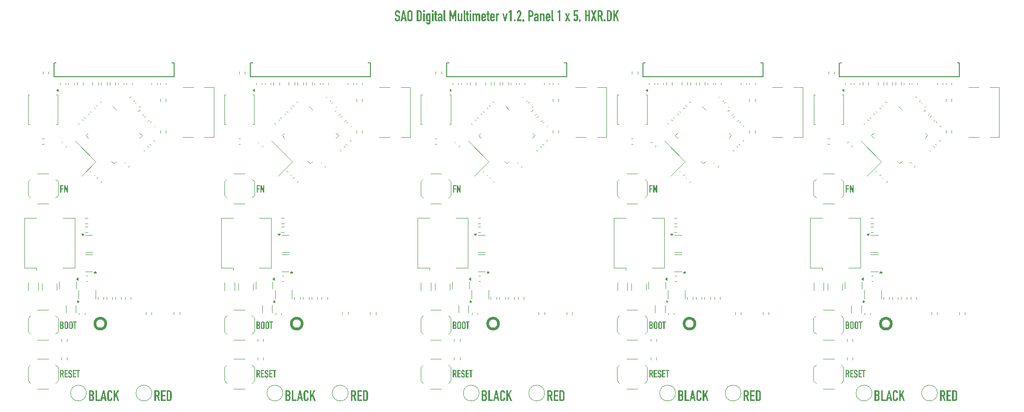
<source format=gto>
%TF.GenerationSoftware,KiCad,Pcbnew,8.99.0-3110-g1838b2656d*%
%TF.CreationDate,2025-01-19T16:03:57+01:00*%
%TF.ProjectId,panel_1x5,70616e65-6c5f-4317-9835-2e6b69636164,1.2*%
%TF.SameCoordinates,PX2faf080PY29f6300*%
%TF.FileFunction,Legend,Top*%
%TF.FilePolarity,Positive*%
%FSLAX46Y46*%
G04 Gerber Fmt 4.6, Leading zero omitted, Abs format (unit mm)*
G04 Created by KiCad (PCBNEW 8.99.0-3110-g1838b2656d) date 2025-01-19 16:03:57*
%MOMM*%
%LPD*%
G01*
G04 APERTURE LIST*
%ADD10C,0.400000*%
%ADD11C,0.280000*%
%ADD12C,0.200000*%
%ADD13C,0.120000*%
%ADD14C,0.127000*%
%ADD15C,0.500000*%
G04 APERTURE END LIST*
D10*
G36*
X84980027Y-70978143D02*
G01*
X85082554Y-71008743D01*
X85171497Y-71058226D01*
X85240579Y-71119996D01*
X85293191Y-71194674D01*
X85328506Y-71280097D01*
X85348419Y-71371856D01*
X85355129Y-71467920D01*
X85355129Y-71540338D01*
X85351690Y-71617807D01*
X85342550Y-71676625D01*
X85326632Y-71729817D01*
X85305303Y-71774078D01*
X85247588Y-71844708D01*
X85161322Y-71907679D01*
X85222665Y-71945114D01*
X85271054Y-71991738D01*
X85307990Y-72048363D01*
X85332604Y-72112112D01*
X85349039Y-72194983D01*
X85355129Y-72301521D01*
X85355129Y-72414117D01*
X85345959Y-72547155D01*
X85320485Y-72656378D01*
X85280849Y-72745980D01*
X85227878Y-72819316D01*
X85160186Y-72877358D01*
X85073134Y-72921080D01*
X84962161Y-72949577D01*
X84821336Y-72960000D01*
X84432868Y-72960000D01*
X84432868Y-72674113D01*
X84718510Y-72674113D01*
X84842096Y-72674113D01*
X84923844Y-72666973D01*
X84978384Y-72648712D01*
X85021856Y-72617986D01*
X85052878Y-72578004D01*
X85072876Y-72529833D01*
X85083775Y-72470659D01*
X85089392Y-72334982D01*
X85080966Y-72202236D01*
X85067901Y-72148767D01*
X85047260Y-72106249D01*
X85014397Y-72072079D01*
X84971301Y-72048241D01*
X84919501Y-72035045D01*
X84844905Y-72029923D01*
X84718510Y-72029923D01*
X84718510Y-72674113D01*
X84432868Y-72674113D01*
X84432868Y-71779818D01*
X84718510Y-71779818D01*
X84847714Y-71779818D01*
X84940229Y-71770220D01*
X85001309Y-71745492D01*
X85040177Y-71708621D01*
X85065803Y-71658601D01*
X85082963Y-71590951D01*
X85089392Y-71500648D01*
X85082261Y-71412669D01*
X85063221Y-71347432D01*
X85034560Y-71299637D01*
X84992875Y-71265003D01*
X84929645Y-71241700D01*
X84836479Y-71232714D01*
X84718510Y-71232714D01*
X84718510Y-71779818D01*
X84432868Y-71779818D01*
X84432868Y-70966978D01*
X84849302Y-70966978D01*
X84980027Y-70978143D01*
G37*
G36*
X85624773Y-72964518D02*
G01*
X85624773Y-70966978D01*
X85910415Y-70966978D01*
X85910415Y-72678632D01*
X86476692Y-72678632D01*
X86476692Y-72964518D01*
X85624773Y-72964518D01*
G37*
G36*
X87661514Y-72963907D02*
G01*
X87375872Y-72963907D01*
X87291852Y-72530132D01*
X86902651Y-72530132D01*
X86818754Y-72963907D01*
X86533112Y-72963907D01*
X86689039Y-72264396D01*
X86953087Y-72264396D01*
X87238729Y-72264396D01*
X87098656Y-71541437D01*
X87093039Y-71541437D01*
X86953087Y-72264396D01*
X86689039Y-72264396D01*
X86978244Y-70966978D01*
X87216259Y-70966978D01*
X87661514Y-72963907D01*
G37*
G36*
X88706140Y-72389937D02*
G01*
X88706140Y-72513279D01*
X88697346Y-72603597D01*
X88671214Y-72688401D01*
X88629611Y-72766576D01*
X88574860Y-72835436D01*
X88508222Y-72893145D01*
X88430757Y-72937773D01*
X88345697Y-72966062D01*
X88253436Y-72975631D01*
X88172333Y-72970107D01*
X88088450Y-72953161D01*
X88008927Y-72922330D01*
X87937630Y-72874637D01*
X87877322Y-72811673D01*
X87827233Y-72730411D01*
X87795678Y-72634744D01*
X87783879Y-72504853D01*
X87783879Y-71406371D01*
X87792411Y-71310919D01*
X87817341Y-71224288D01*
X87858147Y-71145440D01*
X87912473Y-71078597D01*
X87979344Y-71023918D01*
X88059141Y-70981877D01*
X88147681Y-70955835D01*
X88247819Y-70946828D01*
X88346426Y-70955558D01*
X88432322Y-70980629D01*
X88507898Y-71021391D01*
X88574860Y-71078597D01*
X88629280Y-71148334D01*
X88671214Y-71231249D01*
X88697220Y-71322358D01*
X88706140Y-71423224D01*
X88706140Y-71535331D01*
X88420498Y-71535331D01*
X88420498Y-71439954D01*
X88408425Y-71360918D01*
X88373115Y-71294385D01*
X88337767Y-71260085D01*
X88295795Y-71239767D01*
X88245010Y-71232714D01*
X88178139Y-71241200D01*
X88133350Y-71263565D01*
X88104326Y-71298538D01*
X88078925Y-71369777D01*
X88069521Y-71465233D01*
X88069521Y-72485314D01*
X88079448Y-72567052D01*
X88107135Y-72630882D01*
X88136923Y-72662235D01*
X88180265Y-72682248D01*
X88242201Y-72689745D01*
X88302041Y-72679975D01*
X88362002Y-72647735D01*
X88384232Y-72622019D01*
X88403646Y-72586064D01*
X88415927Y-72544009D01*
X88420498Y-72488122D01*
X88420498Y-72389937D01*
X88706140Y-72389937D01*
G37*
G36*
X88938660Y-72960000D02*
G01*
X88938660Y-70966978D01*
X89224302Y-70966978D01*
X89224302Y-71876660D01*
X89229919Y-71876660D01*
X89647086Y-70966978D01*
X89932728Y-70966978D01*
X89543527Y-71764797D01*
X90005512Y-72960000D01*
X89703140Y-72960000D01*
X89378297Y-72075474D01*
X89224302Y-72363803D01*
X89224302Y-72960000D01*
X88938660Y-72960000D01*
G37*
G36*
X61028790Y-70979727D02*
G01*
X61138227Y-71015008D01*
X61225505Y-71070533D01*
X61294612Y-71147070D01*
X61347023Y-71248319D01*
X61381492Y-71380457D01*
X61394207Y-71551573D01*
X61387547Y-71668274D01*
X61368855Y-71767198D01*
X61339619Y-71851015D01*
X61295223Y-71926251D01*
X61232241Y-71992229D01*
X61147766Y-72049706D01*
X61455757Y-72960000D01*
X61153384Y-72960000D01*
X60888503Y-72108080D01*
X60718510Y-72108080D01*
X60718510Y-72960000D01*
X60432868Y-72960000D01*
X60432868Y-71857976D01*
X60718510Y-71857976D01*
X60880076Y-71857976D01*
X60950956Y-71852089D01*
X60999877Y-71836849D01*
X61039917Y-71810856D01*
X61069609Y-71776277D01*
X61087945Y-71733825D01*
X61100261Y-71679068D01*
X61108565Y-71545345D01*
X61100261Y-71411622D01*
X61087388Y-71356648D01*
X61066800Y-71311482D01*
X61024984Y-71270274D01*
X60961045Y-71243122D01*
X60866154Y-71232714D01*
X60718510Y-71232714D01*
X60718510Y-71857976D01*
X60432868Y-71857976D01*
X60432868Y-70966978D01*
X60891189Y-70966978D01*
X61028790Y-70979727D01*
G37*
G36*
X61624773Y-72960000D02*
G01*
X61624773Y-70966978D01*
X62476692Y-70966978D01*
X62476692Y-71232714D01*
X61910415Y-71232714D01*
X61910415Y-71818897D01*
X62402442Y-71818897D01*
X62402442Y-72084633D01*
X61910415Y-72084633D01*
X61910415Y-72674113D01*
X62476692Y-72674113D01*
X62476692Y-72960000D01*
X61624773Y-72960000D01*
G37*
G36*
X63205072Y-70976537D02*
G01*
X63305525Y-71003162D01*
X63387913Y-71044902D01*
X63455373Y-71101434D01*
X63508807Y-71171838D01*
X63548381Y-71256669D01*
X63573600Y-71358844D01*
X63582623Y-71482086D01*
X63582623Y-72414239D01*
X63572608Y-72555489D01*
X63545146Y-72667878D01*
X63502959Y-72756936D01*
X63447069Y-72827009D01*
X63375771Y-72882806D01*
X63289255Y-72924148D01*
X63184390Y-72950537D01*
X63057135Y-72960000D01*
X62660362Y-72960000D01*
X62660362Y-72694263D01*
X62946004Y-72694263D01*
X63076919Y-72694263D01*
X63154361Y-72686378D01*
X63208967Y-72665528D01*
X63246789Y-72633813D01*
X63272772Y-72590461D01*
X63290318Y-72529183D01*
X63296981Y-72444159D01*
X63296981Y-71480010D01*
X63283898Y-71370672D01*
X63249598Y-71297316D01*
X63212925Y-71263558D01*
X63157757Y-71241247D01*
X63076919Y-71232714D01*
X62946004Y-71232714D01*
X62946004Y-72694263D01*
X62660362Y-72694263D01*
X62660362Y-70966978D01*
X63082414Y-70966978D01*
X63205072Y-70976537D01*
G37*
D11*
G36*
X151155600Y-34762000D02*
G01*
X151155600Y-33366884D01*
X151751944Y-33366884D01*
X151751944Y-33552900D01*
X151355550Y-33552900D01*
X151355550Y-33979641D01*
X151699969Y-33979641D01*
X151699969Y-34165656D01*
X151355550Y-34165656D01*
X151355550Y-34762000D01*
X151155600Y-34762000D01*
G37*
G36*
X151875042Y-34762000D02*
G01*
X151875042Y-33366884D01*
X152065246Y-33366884D01*
X152372907Y-34207458D01*
X152372907Y-33366884D01*
X152572856Y-33366884D01*
X152572856Y-34762000D01*
X152386499Y-34762000D01*
X152074991Y-33923392D01*
X152074991Y-34762000D01*
X151875042Y-34762000D01*
G37*
D10*
G36*
X25028790Y-70979727D02*
G01*
X25138227Y-71015008D01*
X25225505Y-71070533D01*
X25294612Y-71147070D01*
X25347023Y-71248319D01*
X25381492Y-71380457D01*
X25394207Y-71551573D01*
X25387547Y-71668274D01*
X25368855Y-71767198D01*
X25339619Y-71851015D01*
X25295223Y-71926251D01*
X25232241Y-71992229D01*
X25147766Y-72049706D01*
X25455757Y-72960000D01*
X25153384Y-72960000D01*
X24888503Y-72108080D01*
X24718510Y-72108080D01*
X24718510Y-72960000D01*
X24432868Y-72960000D01*
X24432868Y-71857976D01*
X24718510Y-71857976D01*
X24880076Y-71857976D01*
X24950956Y-71852089D01*
X24999877Y-71836849D01*
X25039917Y-71810856D01*
X25069609Y-71776277D01*
X25087945Y-71733825D01*
X25100261Y-71679068D01*
X25108565Y-71545345D01*
X25100261Y-71411622D01*
X25087388Y-71356648D01*
X25066800Y-71311482D01*
X25024984Y-71270274D01*
X24961045Y-71243122D01*
X24866154Y-71232714D01*
X24718510Y-71232714D01*
X24718510Y-71857976D01*
X24432868Y-71857976D01*
X24432868Y-70966978D01*
X24891189Y-70966978D01*
X25028790Y-70979727D01*
G37*
G36*
X25624773Y-72960000D02*
G01*
X25624773Y-70966978D01*
X26476692Y-70966978D01*
X26476692Y-71232714D01*
X25910415Y-71232714D01*
X25910415Y-71818897D01*
X26402442Y-71818897D01*
X26402442Y-72084633D01*
X25910415Y-72084633D01*
X25910415Y-72674113D01*
X26476692Y-72674113D01*
X26476692Y-72960000D01*
X25624773Y-72960000D01*
G37*
G36*
X27205072Y-70976537D02*
G01*
X27305525Y-71003162D01*
X27387913Y-71044902D01*
X27455373Y-71101434D01*
X27508807Y-71171838D01*
X27548381Y-71256669D01*
X27573600Y-71358844D01*
X27582623Y-71482086D01*
X27582623Y-72414239D01*
X27572608Y-72555489D01*
X27545146Y-72667878D01*
X27502959Y-72756936D01*
X27447069Y-72827009D01*
X27375771Y-72882806D01*
X27289255Y-72924148D01*
X27184390Y-72950537D01*
X27057135Y-72960000D01*
X26660362Y-72960000D01*
X26660362Y-72694263D01*
X26946004Y-72694263D01*
X27076919Y-72694263D01*
X27154361Y-72686378D01*
X27208967Y-72665528D01*
X27246789Y-72633813D01*
X27272772Y-72590461D01*
X27290318Y-72529183D01*
X27296981Y-72444159D01*
X27296981Y-71480010D01*
X27283898Y-71370672D01*
X27249598Y-71297316D01*
X27212925Y-71263558D01*
X27157757Y-71241247D01*
X27076919Y-71232714D01*
X26946004Y-71232714D01*
X26946004Y-72694263D01*
X26660362Y-72694263D01*
X26660362Y-70966978D01*
X27082414Y-70966978D01*
X27205072Y-70976537D01*
G37*
D11*
G36*
X79511302Y-58374700D02*
G01*
X79583070Y-58396120D01*
X79645331Y-58430758D01*
X79693688Y-58473997D01*
X79730516Y-58526272D01*
X79755237Y-58586068D01*
X79769176Y-58650299D01*
X79773873Y-58717544D01*
X79773873Y-58768236D01*
X79771466Y-58822464D01*
X79765068Y-58863638D01*
X79753925Y-58900872D01*
X79738995Y-58931855D01*
X79698594Y-58981295D01*
X79638208Y-59025375D01*
X79681148Y-59051580D01*
X79715021Y-59084216D01*
X79740876Y-59123854D01*
X79758106Y-59168478D01*
X79769610Y-59226488D01*
X79773873Y-59301064D01*
X79773873Y-59379882D01*
X79767454Y-59473008D01*
X79749622Y-59549464D01*
X79721877Y-59612186D01*
X79684798Y-59663521D01*
X79637413Y-59704150D01*
X79576477Y-59734756D01*
X79498796Y-59754703D01*
X79400218Y-59762000D01*
X79128290Y-59762000D01*
X79128290Y-59561879D01*
X79328240Y-59561879D01*
X79414750Y-59561879D01*
X79471974Y-59556881D01*
X79510152Y-59544098D01*
X79540582Y-59522590D01*
X79562298Y-59494602D01*
X79576296Y-59460883D01*
X79583925Y-59419461D01*
X79587858Y-59324487D01*
X79581959Y-59231565D01*
X79572813Y-59194136D01*
X79558365Y-59164374D01*
X79535361Y-59140455D01*
X79505194Y-59123769D01*
X79468934Y-59114531D01*
X79416717Y-59110946D01*
X79328240Y-59110946D01*
X79328240Y-59561879D01*
X79128290Y-59561879D01*
X79128290Y-58935872D01*
X79328240Y-58935872D01*
X79418683Y-58935872D01*
X79483443Y-58929154D01*
X79526199Y-58911844D01*
X79553407Y-58886035D01*
X79571345Y-58851021D01*
X79583357Y-58803665D01*
X79587858Y-58740454D01*
X79582865Y-58678868D01*
X79569538Y-58633202D01*
X79549475Y-58599745D01*
X79520295Y-58575502D01*
X79476034Y-58559190D01*
X79410818Y-58552900D01*
X79328240Y-58552900D01*
X79328240Y-58935872D01*
X79128290Y-58935872D01*
X79128290Y-58366884D01*
X79419794Y-58366884D01*
X79511302Y-58374700D01*
G37*
G36*
X80347090Y-58358125D02*
G01*
X80407488Y-58374407D01*
X80464571Y-58400840D01*
X80516310Y-58437153D01*
X80558458Y-58484950D01*
X80592734Y-58545035D01*
X80614472Y-58613056D01*
X80622140Y-58694035D01*
X80622140Y-59431685D01*
X80614333Y-59515791D01*
X80592734Y-59582652D01*
X80558481Y-59640715D01*
X80516310Y-59686602D01*
X80464443Y-59724487D01*
X80407488Y-59751399D01*
X80347094Y-59767617D01*
X80286954Y-59772942D01*
X80226740Y-59767615D01*
X80166334Y-59751399D01*
X80109721Y-59724399D01*
X80059478Y-59686602D01*
X80015781Y-59640573D01*
X79981089Y-59582652D01*
X79959489Y-59515791D01*
X79951682Y-59431685D01*
X79951682Y-58694035D01*
X80151631Y-58694035D01*
X80151631Y-59431685D01*
X80156678Y-59478280D01*
X80170370Y-59512917D01*
X80191809Y-59538542D01*
X80235443Y-59564164D01*
X80286954Y-59572821D01*
X80338391Y-59564168D01*
X80382013Y-59538542D01*
X80403452Y-59512917D01*
X80417144Y-59478280D01*
X80422191Y-59431685D01*
X80422191Y-58694035D01*
X80417142Y-58647443D01*
X80403449Y-58612838D01*
X80382013Y-58587265D01*
X80338385Y-58561573D01*
X80286954Y-58552900D01*
X80235449Y-58561576D01*
X80191809Y-58587265D01*
X80170373Y-58612838D01*
X80156680Y-58647443D01*
X80151631Y-58694035D01*
X79951682Y-58694035D01*
X79959350Y-58613056D01*
X79981089Y-58545035D01*
X80015807Y-58485092D01*
X80059478Y-58437153D01*
X80109590Y-58400930D01*
X80166334Y-58374407D01*
X80226743Y-58358127D01*
X80286954Y-58352779D01*
X80347090Y-58358125D01*
G37*
G36*
X81181424Y-58358125D02*
G01*
X81241821Y-58374407D01*
X81298904Y-58400840D01*
X81350644Y-58437153D01*
X81392792Y-58484950D01*
X81427067Y-58545035D01*
X81448806Y-58613056D01*
X81456474Y-58694035D01*
X81456474Y-59431685D01*
X81448667Y-59515791D01*
X81427067Y-59582652D01*
X81392814Y-59640715D01*
X81350644Y-59686602D01*
X81298777Y-59724487D01*
X81241821Y-59751399D01*
X81181427Y-59767617D01*
X81121287Y-59772942D01*
X81061073Y-59767615D01*
X81000668Y-59751399D01*
X80944055Y-59724399D01*
X80893812Y-59686602D01*
X80850114Y-59640573D01*
X80815422Y-59582652D01*
X80793822Y-59515791D01*
X80786015Y-59431685D01*
X80786015Y-58694035D01*
X80985965Y-58694035D01*
X80985965Y-59431685D01*
X80991011Y-59478280D01*
X81004704Y-59512917D01*
X81026143Y-59538542D01*
X81069776Y-59564164D01*
X81121287Y-59572821D01*
X81172725Y-59564168D01*
X81216347Y-59538542D01*
X81237786Y-59512917D01*
X81251478Y-59478280D01*
X81256525Y-59431685D01*
X81256525Y-58694035D01*
X81251476Y-58647443D01*
X81237782Y-58612838D01*
X81216347Y-58587265D01*
X81172718Y-58561573D01*
X81121287Y-58552900D01*
X81069783Y-58561576D01*
X81026143Y-58587265D01*
X81004707Y-58612838D01*
X80991013Y-58647443D01*
X80985965Y-58694035D01*
X80786015Y-58694035D01*
X80793684Y-58613056D01*
X80815422Y-58545035D01*
X80850141Y-58485092D01*
X80893812Y-58437153D01*
X80943923Y-58400930D01*
X81000668Y-58374407D01*
X81061077Y-58358127D01*
X81121287Y-58352779D01*
X81181424Y-58358125D01*
G37*
G36*
X81741823Y-59762000D02*
G01*
X81741823Y-58552900D01*
X81509560Y-58552900D01*
X81509560Y-58366884D01*
X82171556Y-58366884D01*
X82171556Y-58552900D01*
X81941772Y-58552900D01*
X81941772Y-59762000D01*
X81741823Y-59762000D01*
G37*
G36*
X79155600Y-34762000D02*
G01*
X79155600Y-33366884D01*
X79751944Y-33366884D01*
X79751944Y-33552900D01*
X79355550Y-33552900D01*
X79355550Y-33979641D01*
X79699969Y-33979641D01*
X79699969Y-34165656D01*
X79355550Y-34165656D01*
X79355550Y-34762000D01*
X79155600Y-34762000D01*
G37*
G36*
X79875042Y-34762000D02*
G01*
X79875042Y-33366884D01*
X80065246Y-33366884D01*
X80372907Y-34207458D01*
X80372907Y-33366884D01*
X80572856Y-33366884D01*
X80572856Y-34762000D01*
X80386499Y-34762000D01*
X80074991Y-33923392D01*
X80074991Y-34762000D01*
X79875042Y-34762000D01*
G37*
D10*
G36*
X156980027Y-70978143D02*
G01*
X157082554Y-71008743D01*
X157171497Y-71058226D01*
X157240579Y-71119996D01*
X157293191Y-71194674D01*
X157328506Y-71280097D01*
X157348419Y-71371856D01*
X157355129Y-71467920D01*
X157355129Y-71540338D01*
X157351690Y-71617807D01*
X157342550Y-71676625D01*
X157326632Y-71729817D01*
X157305303Y-71774078D01*
X157247588Y-71844708D01*
X157161322Y-71907679D01*
X157222665Y-71945114D01*
X157271054Y-71991738D01*
X157307990Y-72048363D01*
X157332604Y-72112112D01*
X157349039Y-72194983D01*
X157355129Y-72301521D01*
X157355129Y-72414117D01*
X157345959Y-72547155D01*
X157320485Y-72656378D01*
X157280849Y-72745980D01*
X157227878Y-72819316D01*
X157160186Y-72877358D01*
X157073134Y-72921080D01*
X156962161Y-72949577D01*
X156821336Y-72960000D01*
X156432868Y-72960000D01*
X156432868Y-72674113D01*
X156718510Y-72674113D01*
X156842096Y-72674113D01*
X156923844Y-72666973D01*
X156978384Y-72648712D01*
X157021856Y-72617986D01*
X157052878Y-72578004D01*
X157072876Y-72529833D01*
X157083775Y-72470659D01*
X157089392Y-72334982D01*
X157080966Y-72202236D01*
X157067901Y-72148767D01*
X157047260Y-72106249D01*
X157014397Y-72072079D01*
X156971301Y-72048241D01*
X156919501Y-72035045D01*
X156844905Y-72029923D01*
X156718510Y-72029923D01*
X156718510Y-72674113D01*
X156432868Y-72674113D01*
X156432868Y-71779818D01*
X156718510Y-71779818D01*
X156847714Y-71779818D01*
X156940229Y-71770220D01*
X157001309Y-71745492D01*
X157040177Y-71708621D01*
X157065803Y-71658601D01*
X157082963Y-71590951D01*
X157089392Y-71500648D01*
X157082261Y-71412669D01*
X157063221Y-71347432D01*
X157034560Y-71299637D01*
X156992875Y-71265003D01*
X156929645Y-71241700D01*
X156836479Y-71232714D01*
X156718510Y-71232714D01*
X156718510Y-71779818D01*
X156432868Y-71779818D01*
X156432868Y-70966978D01*
X156849302Y-70966978D01*
X156980027Y-70978143D01*
G37*
G36*
X157624773Y-72964518D02*
G01*
X157624773Y-70966978D01*
X157910415Y-70966978D01*
X157910415Y-72678632D01*
X158476692Y-72678632D01*
X158476692Y-72964518D01*
X157624773Y-72964518D01*
G37*
G36*
X159661514Y-72963907D02*
G01*
X159375872Y-72963907D01*
X159291852Y-72530132D01*
X158902651Y-72530132D01*
X158818754Y-72963907D01*
X158533112Y-72963907D01*
X158689039Y-72264396D01*
X158953087Y-72264396D01*
X159238729Y-72264396D01*
X159098656Y-71541437D01*
X159093039Y-71541437D01*
X158953087Y-72264396D01*
X158689039Y-72264396D01*
X158978244Y-70966978D01*
X159216259Y-70966978D01*
X159661514Y-72963907D01*
G37*
G36*
X160706140Y-72389937D02*
G01*
X160706140Y-72513279D01*
X160697346Y-72603597D01*
X160671214Y-72688401D01*
X160629611Y-72766576D01*
X160574860Y-72835436D01*
X160508222Y-72893145D01*
X160430757Y-72937773D01*
X160345697Y-72966062D01*
X160253436Y-72975631D01*
X160172333Y-72970107D01*
X160088450Y-72953161D01*
X160008927Y-72922330D01*
X159937630Y-72874637D01*
X159877322Y-72811673D01*
X159827233Y-72730411D01*
X159795678Y-72634744D01*
X159783879Y-72504853D01*
X159783879Y-71406371D01*
X159792411Y-71310919D01*
X159817341Y-71224288D01*
X159858147Y-71145440D01*
X159912473Y-71078597D01*
X159979344Y-71023918D01*
X160059141Y-70981877D01*
X160147681Y-70955835D01*
X160247819Y-70946828D01*
X160346426Y-70955558D01*
X160432322Y-70980629D01*
X160507898Y-71021391D01*
X160574860Y-71078597D01*
X160629280Y-71148334D01*
X160671214Y-71231249D01*
X160697220Y-71322358D01*
X160706140Y-71423224D01*
X160706140Y-71535331D01*
X160420498Y-71535331D01*
X160420498Y-71439954D01*
X160408425Y-71360918D01*
X160373115Y-71294385D01*
X160337767Y-71260085D01*
X160295795Y-71239767D01*
X160245010Y-71232714D01*
X160178139Y-71241200D01*
X160133350Y-71263565D01*
X160104326Y-71298538D01*
X160078925Y-71369777D01*
X160069521Y-71465233D01*
X160069521Y-72485314D01*
X160079448Y-72567052D01*
X160107135Y-72630882D01*
X160136923Y-72662235D01*
X160180265Y-72682248D01*
X160242201Y-72689745D01*
X160302041Y-72679975D01*
X160362002Y-72647735D01*
X160384232Y-72622019D01*
X160403646Y-72586064D01*
X160415927Y-72544009D01*
X160420498Y-72488122D01*
X160420498Y-72389937D01*
X160706140Y-72389937D01*
G37*
G36*
X160938660Y-72960000D02*
G01*
X160938660Y-70966978D01*
X161224302Y-70966978D01*
X161224302Y-71876660D01*
X161229919Y-71876660D01*
X161647086Y-70966978D01*
X161932728Y-70966978D01*
X161543527Y-71764797D01*
X162005512Y-72960000D01*
X161703140Y-72960000D01*
X161378297Y-72075474D01*
X161224302Y-72363803D01*
X161224302Y-72960000D01*
X160938660Y-72960000D01*
G37*
G36*
X97028790Y-70979727D02*
G01*
X97138227Y-71015008D01*
X97225505Y-71070533D01*
X97294612Y-71147070D01*
X97347023Y-71248319D01*
X97381492Y-71380457D01*
X97394207Y-71551573D01*
X97387547Y-71668274D01*
X97368855Y-71767198D01*
X97339619Y-71851015D01*
X97295223Y-71926251D01*
X97232241Y-71992229D01*
X97147766Y-72049706D01*
X97455757Y-72960000D01*
X97153384Y-72960000D01*
X96888503Y-72108080D01*
X96718510Y-72108080D01*
X96718510Y-72960000D01*
X96432868Y-72960000D01*
X96432868Y-71857976D01*
X96718510Y-71857976D01*
X96880076Y-71857976D01*
X96950956Y-71852089D01*
X96999877Y-71836849D01*
X97039917Y-71810856D01*
X97069609Y-71776277D01*
X97087945Y-71733825D01*
X97100261Y-71679068D01*
X97108565Y-71545345D01*
X97100261Y-71411622D01*
X97087388Y-71356648D01*
X97066800Y-71311482D01*
X97024984Y-71270274D01*
X96961045Y-71243122D01*
X96866154Y-71232714D01*
X96718510Y-71232714D01*
X96718510Y-71857976D01*
X96432868Y-71857976D01*
X96432868Y-70966978D01*
X96891189Y-70966978D01*
X97028790Y-70979727D01*
G37*
G36*
X97624773Y-72960000D02*
G01*
X97624773Y-70966978D01*
X98476692Y-70966978D01*
X98476692Y-71232714D01*
X97910415Y-71232714D01*
X97910415Y-71818897D01*
X98402442Y-71818897D01*
X98402442Y-72084633D01*
X97910415Y-72084633D01*
X97910415Y-72674113D01*
X98476692Y-72674113D01*
X98476692Y-72960000D01*
X97624773Y-72960000D01*
G37*
G36*
X99205072Y-70976537D02*
G01*
X99305525Y-71003162D01*
X99387913Y-71044902D01*
X99455373Y-71101434D01*
X99508807Y-71171838D01*
X99548381Y-71256669D01*
X99573600Y-71358844D01*
X99582623Y-71482086D01*
X99582623Y-72414239D01*
X99572608Y-72555489D01*
X99545146Y-72667878D01*
X99502959Y-72756936D01*
X99447069Y-72827009D01*
X99375771Y-72882806D01*
X99289255Y-72924148D01*
X99184390Y-72950537D01*
X99057135Y-72960000D01*
X98660362Y-72960000D01*
X98660362Y-72694263D01*
X98946004Y-72694263D01*
X99076919Y-72694263D01*
X99154361Y-72686378D01*
X99208967Y-72665528D01*
X99246789Y-72633813D01*
X99272772Y-72590461D01*
X99290318Y-72529183D01*
X99296981Y-72444159D01*
X99296981Y-71480010D01*
X99283898Y-71370672D01*
X99249598Y-71297316D01*
X99212925Y-71263558D01*
X99157757Y-71241247D01*
X99076919Y-71232714D01*
X98946004Y-71232714D01*
X98946004Y-72694263D01*
X98660362Y-72694263D01*
X98660362Y-70966978D01*
X99082414Y-70966978D01*
X99205072Y-70976537D01*
G37*
D11*
G36*
X115511302Y-58374700D02*
G01*
X115583070Y-58396120D01*
X115645331Y-58430758D01*
X115693688Y-58473997D01*
X115730516Y-58526272D01*
X115755237Y-58586068D01*
X115769176Y-58650299D01*
X115773873Y-58717544D01*
X115773873Y-58768236D01*
X115771466Y-58822464D01*
X115765068Y-58863638D01*
X115753925Y-58900872D01*
X115738995Y-58931855D01*
X115698594Y-58981295D01*
X115638208Y-59025375D01*
X115681148Y-59051580D01*
X115715021Y-59084216D01*
X115740876Y-59123854D01*
X115758106Y-59168478D01*
X115769610Y-59226488D01*
X115773873Y-59301064D01*
X115773873Y-59379882D01*
X115767454Y-59473008D01*
X115749622Y-59549464D01*
X115721877Y-59612186D01*
X115684798Y-59663521D01*
X115637413Y-59704150D01*
X115576477Y-59734756D01*
X115498796Y-59754703D01*
X115400218Y-59762000D01*
X115128290Y-59762000D01*
X115128290Y-59561879D01*
X115328240Y-59561879D01*
X115414750Y-59561879D01*
X115471974Y-59556881D01*
X115510152Y-59544098D01*
X115540582Y-59522590D01*
X115562298Y-59494602D01*
X115576296Y-59460883D01*
X115583925Y-59419461D01*
X115587858Y-59324487D01*
X115581959Y-59231565D01*
X115572813Y-59194136D01*
X115558365Y-59164374D01*
X115535361Y-59140455D01*
X115505194Y-59123769D01*
X115468934Y-59114531D01*
X115416717Y-59110946D01*
X115328240Y-59110946D01*
X115328240Y-59561879D01*
X115128290Y-59561879D01*
X115128290Y-58935872D01*
X115328240Y-58935872D01*
X115418683Y-58935872D01*
X115483443Y-58929154D01*
X115526199Y-58911844D01*
X115553407Y-58886035D01*
X115571345Y-58851021D01*
X115583357Y-58803665D01*
X115587858Y-58740454D01*
X115582865Y-58678868D01*
X115569538Y-58633202D01*
X115549475Y-58599745D01*
X115520295Y-58575502D01*
X115476034Y-58559190D01*
X115410818Y-58552900D01*
X115328240Y-58552900D01*
X115328240Y-58935872D01*
X115128290Y-58935872D01*
X115128290Y-58366884D01*
X115419794Y-58366884D01*
X115511302Y-58374700D01*
G37*
G36*
X116347090Y-58358125D02*
G01*
X116407488Y-58374407D01*
X116464571Y-58400840D01*
X116516310Y-58437153D01*
X116558458Y-58484950D01*
X116592734Y-58545035D01*
X116614472Y-58613056D01*
X116622140Y-58694035D01*
X116622140Y-59431685D01*
X116614333Y-59515791D01*
X116592734Y-59582652D01*
X116558481Y-59640715D01*
X116516310Y-59686602D01*
X116464443Y-59724487D01*
X116407488Y-59751399D01*
X116347094Y-59767617D01*
X116286954Y-59772942D01*
X116226740Y-59767615D01*
X116166334Y-59751399D01*
X116109721Y-59724399D01*
X116059478Y-59686602D01*
X116015781Y-59640573D01*
X115981089Y-59582652D01*
X115959489Y-59515791D01*
X115951682Y-59431685D01*
X115951682Y-58694035D01*
X116151631Y-58694035D01*
X116151631Y-59431685D01*
X116156678Y-59478280D01*
X116170370Y-59512917D01*
X116191809Y-59538542D01*
X116235443Y-59564164D01*
X116286954Y-59572821D01*
X116338391Y-59564168D01*
X116382013Y-59538542D01*
X116403452Y-59512917D01*
X116417144Y-59478280D01*
X116422191Y-59431685D01*
X116422191Y-58694035D01*
X116417142Y-58647443D01*
X116403449Y-58612838D01*
X116382013Y-58587265D01*
X116338385Y-58561573D01*
X116286954Y-58552900D01*
X116235449Y-58561576D01*
X116191809Y-58587265D01*
X116170373Y-58612838D01*
X116156680Y-58647443D01*
X116151631Y-58694035D01*
X115951682Y-58694035D01*
X115959350Y-58613056D01*
X115981089Y-58545035D01*
X116015807Y-58485092D01*
X116059478Y-58437153D01*
X116109590Y-58400930D01*
X116166334Y-58374407D01*
X116226743Y-58358127D01*
X116286954Y-58352779D01*
X116347090Y-58358125D01*
G37*
G36*
X117181424Y-58358125D02*
G01*
X117241821Y-58374407D01*
X117298904Y-58400840D01*
X117350644Y-58437153D01*
X117392792Y-58484950D01*
X117427067Y-58545035D01*
X117448806Y-58613056D01*
X117456474Y-58694035D01*
X117456474Y-59431685D01*
X117448667Y-59515791D01*
X117427067Y-59582652D01*
X117392814Y-59640715D01*
X117350644Y-59686602D01*
X117298777Y-59724487D01*
X117241821Y-59751399D01*
X117181427Y-59767617D01*
X117121287Y-59772942D01*
X117061073Y-59767615D01*
X117000668Y-59751399D01*
X116944055Y-59724399D01*
X116893812Y-59686602D01*
X116850114Y-59640573D01*
X116815422Y-59582652D01*
X116793822Y-59515791D01*
X116786015Y-59431685D01*
X116786015Y-58694035D01*
X116985965Y-58694035D01*
X116985965Y-59431685D01*
X116991011Y-59478280D01*
X117004704Y-59512917D01*
X117026143Y-59538542D01*
X117069776Y-59564164D01*
X117121287Y-59572821D01*
X117172725Y-59564168D01*
X117216347Y-59538542D01*
X117237786Y-59512917D01*
X117251478Y-59478280D01*
X117256525Y-59431685D01*
X117256525Y-58694035D01*
X117251476Y-58647443D01*
X117237782Y-58612838D01*
X117216347Y-58587265D01*
X117172718Y-58561573D01*
X117121287Y-58552900D01*
X117069783Y-58561576D01*
X117026143Y-58587265D01*
X117004707Y-58612838D01*
X116991013Y-58647443D01*
X116985965Y-58694035D01*
X116786015Y-58694035D01*
X116793684Y-58613056D01*
X116815422Y-58545035D01*
X116850141Y-58485092D01*
X116893812Y-58437153D01*
X116943923Y-58400930D01*
X117000668Y-58374407D01*
X117061077Y-58358127D01*
X117121287Y-58352779D01*
X117181424Y-58358125D01*
G37*
G36*
X117741823Y-59762000D02*
G01*
X117741823Y-58552900D01*
X117509560Y-58552900D01*
X117509560Y-58366884D01*
X118171556Y-58366884D01*
X118171556Y-58552900D01*
X117941772Y-58552900D01*
X117941772Y-59762000D01*
X117741823Y-59762000D01*
G37*
G36*
X115155600Y-34762000D02*
G01*
X115155600Y-33366884D01*
X115751944Y-33366884D01*
X115751944Y-33552900D01*
X115355550Y-33552900D01*
X115355550Y-33979641D01*
X115699969Y-33979641D01*
X115699969Y-34165656D01*
X115355550Y-34165656D01*
X115355550Y-34762000D01*
X115155600Y-34762000D01*
G37*
G36*
X115875042Y-34762000D02*
G01*
X115875042Y-33366884D01*
X116065246Y-33366884D01*
X116372907Y-34207458D01*
X116372907Y-33366884D01*
X116572856Y-33366884D01*
X116572856Y-34762000D01*
X116386499Y-34762000D01*
X116074991Y-33923392D01*
X116074991Y-34762000D01*
X115875042Y-34762000D01*
G37*
G36*
X43545897Y-67275809D02*
G01*
X43622503Y-67300506D01*
X43683598Y-67339373D01*
X43731972Y-67392949D01*
X43768660Y-67463823D01*
X43792788Y-67556320D01*
X43801689Y-67676101D01*
X43797027Y-67757791D01*
X43783942Y-67827038D01*
X43763477Y-67885710D01*
X43732400Y-67938375D01*
X43688312Y-67984560D01*
X43629180Y-68024794D01*
X43844774Y-68662000D01*
X43633113Y-68662000D01*
X43447696Y-68065656D01*
X43328701Y-68065656D01*
X43328701Y-68662000D01*
X43128751Y-68662000D01*
X43128751Y-67890583D01*
X43328701Y-67890583D01*
X43441797Y-67890583D01*
X43491413Y-67886462D01*
X43525658Y-67875794D01*
X43553686Y-67857599D01*
X43574470Y-67833393D01*
X43587305Y-67803677D01*
X43595927Y-67765347D01*
X43601740Y-67671741D01*
X43595927Y-67578135D01*
X43586915Y-67539654D01*
X43572504Y-67508038D01*
X43543233Y-67479191D01*
X43498475Y-67460186D01*
X43432052Y-67452900D01*
X43328701Y-67452900D01*
X43328701Y-67890583D01*
X43128751Y-67890583D01*
X43128751Y-67266884D01*
X43449576Y-67266884D01*
X43545897Y-67275809D01*
G37*
G36*
X43963085Y-68662000D02*
G01*
X43963085Y-67266884D01*
X44559428Y-67266884D01*
X44559428Y-67452900D01*
X44163034Y-67452900D01*
X44163034Y-67863228D01*
X44507453Y-67863228D01*
X44507453Y-68049243D01*
X44163034Y-68049243D01*
X44163034Y-68461879D01*
X44559428Y-68461879D01*
X44559428Y-68662000D01*
X43963085Y-68662000D01*
G37*
G36*
X45336572Y-67666698D02*
G01*
X45136623Y-67666698D01*
X45136623Y-67621562D01*
X45128253Y-67556518D01*
X45104309Y-67502908D01*
X45079025Y-67475927D01*
X45043950Y-67459086D01*
X44995658Y-67452900D01*
X44957165Y-67457159D01*
X44929151Y-67468629D01*
X44905991Y-67486375D01*
X44888032Y-67507781D01*
X44874946Y-67534705D01*
X44866490Y-67565654D01*
X44860592Y-67633273D01*
X44863498Y-67702003D01*
X44878287Y-67751071D01*
X44892454Y-67770901D01*
X44912481Y-67788343D01*
X44974201Y-67819630D01*
X45126963Y-67880496D01*
X45189184Y-67909310D01*
X45234674Y-67940335D01*
X45271639Y-67977583D01*
X45299301Y-68019751D01*
X45317140Y-68069013D01*
X45328708Y-68126692D01*
X45336572Y-68262956D01*
X45332004Y-68349405D01*
X45318877Y-68426830D01*
X45295281Y-68497972D01*
X45262029Y-68555229D01*
X45214849Y-68603872D01*
X45153976Y-68641569D01*
X45082698Y-68664553D01*
X44991127Y-68672942D01*
X44920426Y-68666467D01*
X44855719Y-68647467D01*
X44796969Y-68616760D01*
X44747752Y-68576771D01*
X44707455Y-68528193D01*
X44676201Y-68471881D01*
X44656449Y-68409954D01*
X44649700Y-68341431D01*
X44649700Y-68266888D01*
X44849650Y-68266888D01*
X44849650Y-68329719D01*
X44857749Y-68381865D01*
X44882048Y-68428711D01*
X44906940Y-68452180D01*
X44942089Y-68467217D01*
X44991127Y-68472821D01*
X45039103Y-68468674D01*
X45070799Y-68458118D01*
X45096117Y-68440196D01*
X45114995Y-68415974D01*
X45127295Y-68386558D01*
X45133631Y-68350236D01*
X45136623Y-68264922D01*
X45132690Y-68174735D01*
X45126430Y-68141479D01*
X45117047Y-68117802D01*
X45101168Y-68098288D01*
X45080801Y-68082582D01*
X45021047Y-68053090D01*
X44878116Y-67994191D01*
X44796816Y-67952177D01*
X44740753Y-67905439D01*
X44704667Y-67853995D01*
X44681175Y-67794203D01*
X44666067Y-67722098D01*
X44660642Y-67635239D01*
X44666106Y-67558253D01*
X44682185Y-67486239D01*
X44709523Y-67419731D01*
X44746811Y-67364679D01*
X44793096Y-67319166D01*
X44851616Y-67283212D01*
X44919282Y-67260822D01*
X45003437Y-67252779D01*
X45075520Y-67259826D01*
X45139615Y-67280306D01*
X45197596Y-67312433D01*
X45246386Y-67352882D01*
X45297183Y-67419874D01*
X45326681Y-67491058D01*
X45336572Y-67568561D01*
X45336572Y-67666698D01*
G37*
G36*
X45482666Y-68662000D02*
G01*
X45482666Y-67266884D01*
X46079009Y-67266884D01*
X46079009Y-67452900D01*
X45682615Y-67452900D01*
X45682615Y-67863228D01*
X46027034Y-67863228D01*
X46027034Y-68049243D01*
X45682615Y-68049243D01*
X45682615Y-68461879D01*
X46079009Y-68461879D01*
X46079009Y-68662000D01*
X45482666Y-68662000D01*
G37*
G36*
X46341363Y-68662000D02*
G01*
X46341363Y-67452900D01*
X46109100Y-67452900D01*
X46109100Y-67266884D01*
X46771096Y-67266884D01*
X46771096Y-67452900D01*
X46541312Y-67452900D01*
X46541312Y-68662000D01*
X46341363Y-68662000D01*
G37*
G36*
X151545897Y-67275809D02*
G01*
X151622503Y-67300506D01*
X151683598Y-67339373D01*
X151731972Y-67392949D01*
X151768660Y-67463823D01*
X151792788Y-67556320D01*
X151801689Y-67676101D01*
X151797027Y-67757791D01*
X151783942Y-67827038D01*
X151763477Y-67885710D01*
X151732400Y-67938375D01*
X151688312Y-67984560D01*
X151629180Y-68024794D01*
X151844774Y-68662000D01*
X151633113Y-68662000D01*
X151447696Y-68065656D01*
X151328701Y-68065656D01*
X151328701Y-68662000D01*
X151128751Y-68662000D01*
X151128751Y-67890583D01*
X151328701Y-67890583D01*
X151441797Y-67890583D01*
X151491413Y-67886462D01*
X151525658Y-67875794D01*
X151553686Y-67857599D01*
X151574470Y-67833393D01*
X151587305Y-67803677D01*
X151595927Y-67765347D01*
X151601740Y-67671741D01*
X151595927Y-67578135D01*
X151586915Y-67539654D01*
X151572504Y-67508038D01*
X151543233Y-67479191D01*
X151498475Y-67460186D01*
X151432052Y-67452900D01*
X151328701Y-67452900D01*
X151328701Y-67890583D01*
X151128751Y-67890583D01*
X151128751Y-67266884D01*
X151449576Y-67266884D01*
X151545897Y-67275809D01*
G37*
G36*
X151963085Y-68662000D02*
G01*
X151963085Y-67266884D01*
X152559428Y-67266884D01*
X152559428Y-67452900D01*
X152163034Y-67452900D01*
X152163034Y-67863228D01*
X152507453Y-67863228D01*
X152507453Y-68049243D01*
X152163034Y-68049243D01*
X152163034Y-68461879D01*
X152559428Y-68461879D01*
X152559428Y-68662000D01*
X151963085Y-68662000D01*
G37*
G36*
X153336572Y-67666698D02*
G01*
X153136623Y-67666698D01*
X153136623Y-67621562D01*
X153128253Y-67556518D01*
X153104309Y-67502908D01*
X153079025Y-67475927D01*
X153043950Y-67459086D01*
X152995658Y-67452900D01*
X152957165Y-67457159D01*
X152929151Y-67468629D01*
X152905991Y-67486375D01*
X152888032Y-67507781D01*
X152874946Y-67534705D01*
X152866490Y-67565654D01*
X152860592Y-67633273D01*
X152863498Y-67702003D01*
X152878287Y-67751071D01*
X152892454Y-67770901D01*
X152912481Y-67788343D01*
X152974201Y-67819630D01*
X153126963Y-67880496D01*
X153189184Y-67909310D01*
X153234674Y-67940335D01*
X153271639Y-67977583D01*
X153299301Y-68019751D01*
X153317140Y-68069013D01*
X153328708Y-68126692D01*
X153336572Y-68262956D01*
X153332004Y-68349405D01*
X153318877Y-68426830D01*
X153295281Y-68497972D01*
X153262029Y-68555229D01*
X153214849Y-68603872D01*
X153153976Y-68641569D01*
X153082698Y-68664553D01*
X152991127Y-68672942D01*
X152920426Y-68666467D01*
X152855719Y-68647467D01*
X152796969Y-68616760D01*
X152747752Y-68576771D01*
X152707455Y-68528193D01*
X152676201Y-68471881D01*
X152656449Y-68409954D01*
X152649700Y-68341431D01*
X152649700Y-68266888D01*
X152849650Y-68266888D01*
X152849650Y-68329719D01*
X152857749Y-68381865D01*
X152882048Y-68428711D01*
X152906940Y-68452180D01*
X152942089Y-68467217D01*
X152991127Y-68472821D01*
X153039103Y-68468674D01*
X153070799Y-68458118D01*
X153096117Y-68440196D01*
X153114995Y-68415974D01*
X153127295Y-68386558D01*
X153133631Y-68350236D01*
X153136623Y-68264922D01*
X153132690Y-68174735D01*
X153126430Y-68141479D01*
X153117047Y-68117802D01*
X153101168Y-68098288D01*
X153080801Y-68082582D01*
X153021047Y-68053090D01*
X152878116Y-67994191D01*
X152796816Y-67952177D01*
X152740753Y-67905439D01*
X152704667Y-67853995D01*
X152681175Y-67794203D01*
X152666067Y-67722098D01*
X152660642Y-67635239D01*
X152666106Y-67558253D01*
X152682185Y-67486239D01*
X152709523Y-67419731D01*
X152746811Y-67364679D01*
X152793096Y-67319166D01*
X152851616Y-67283212D01*
X152919282Y-67260822D01*
X153003437Y-67252779D01*
X153075520Y-67259826D01*
X153139615Y-67280306D01*
X153197596Y-67312433D01*
X153246386Y-67352882D01*
X153297183Y-67419874D01*
X153326681Y-67491058D01*
X153336572Y-67568561D01*
X153336572Y-67666698D01*
G37*
G36*
X153482666Y-68662000D02*
G01*
X153482666Y-67266884D01*
X154079009Y-67266884D01*
X154079009Y-67452900D01*
X153682615Y-67452900D01*
X153682615Y-67863228D01*
X154027034Y-67863228D01*
X154027034Y-68049243D01*
X153682615Y-68049243D01*
X153682615Y-68461879D01*
X154079009Y-68461879D01*
X154079009Y-68662000D01*
X153482666Y-68662000D01*
G37*
G36*
X154341363Y-68662000D02*
G01*
X154341363Y-67452900D01*
X154109100Y-67452900D01*
X154109100Y-67266884D01*
X154771096Y-67266884D01*
X154771096Y-67452900D01*
X154541312Y-67452900D01*
X154541312Y-68662000D01*
X154341363Y-68662000D01*
G37*
D12*
G36*
X69459962Y-1908140D02*
G01*
X69174320Y-1908140D01*
X69174320Y-1843660D01*
X69162364Y-1750741D01*
X69128158Y-1674155D01*
X69092038Y-1635610D01*
X69041931Y-1611552D01*
X68972942Y-1602714D01*
X68917951Y-1608799D01*
X68877931Y-1625184D01*
X68844846Y-1650536D01*
X68819191Y-1681116D01*
X68800496Y-1719579D01*
X68788416Y-1763792D01*
X68779990Y-1860390D01*
X68784142Y-1958576D01*
X68805269Y-2028674D01*
X68825508Y-2057002D01*
X68854117Y-2081919D01*
X68942289Y-2126615D01*
X69160520Y-2213565D01*
X69249408Y-2254729D01*
X69314393Y-2299050D01*
X69367200Y-2352262D01*
X69406717Y-2412501D01*
X69432202Y-2482876D01*
X69448727Y-2565275D01*
X69459962Y-2759937D01*
X69453435Y-2883436D01*
X69434683Y-2994043D01*
X69400974Y-3095675D01*
X69353472Y-3177470D01*
X69286072Y-3246960D01*
X69199110Y-3300812D01*
X69097284Y-3333648D01*
X68966469Y-3345631D01*
X68865467Y-3336381D01*
X68773029Y-3309239D01*
X68689100Y-3265372D01*
X68618789Y-3208244D01*
X68561223Y-3138848D01*
X68516574Y-3058401D01*
X68488357Y-2969935D01*
X68478716Y-2872044D01*
X68478716Y-2765554D01*
X68764358Y-2765554D01*
X68764358Y-2855314D01*
X68775929Y-2929807D01*
X68810642Y-2996730D01*
X68846202Y-3030258D01*
X68896414Y-3051739D01*
X68966469Y-3059745D01*
X69035005Y-3053820D01*
X69080286Y-3038740D01*
X69116454Y-3013138D01*
X69143423Y-2978534D01*
X69160994Y-2936512D01*
X69170046Y-2884623D01*
X69174320Y-2762745D01*
X69168702Y-2633907D01*
X69159759Y-2586399D01*
X69146354Y-2552575D01*
X69123670Y-2524698D01*
X69094575Y-2502260D01*
X69009212Y-2460129D01*
X68805025Y-2375987D01*
X68688882Y-2315968D01*
X68608791Y-2249198D01*
X68557240Y-2175708D01*
X68523680Y-2090291D01*
X68502098Y-1987283D01*
X68494348Y-1863199D01*
X68502154Y-1753219D01*
X68525122Y-1650341D01*
X68564177Y-1555330D01*
X68617446Y-1476685D01*
X68683567Y-1411666D01*
X68767167Y-1360303D01*
X68863832Y-1328317D01*
X68984055Y-1316828D01*
X69087030Y-1326894D01*
X69178594Y-1356151D01*
X69261425Y-1402047D01*
X69331124Y-1459832D01*
X69403691Y-1555535D01*
X69445832Y-1657226D01*
X69459962Y-1767944D01*
X69459962Y-1908140D01*
G37*
G36*
X70669819Y-3333907D02*
G01*
X70384177Y-3333907D01*
X70300157Y-2900132D01*
X69910956Y-2900132D01*
X69827059Y-3333907D01*
X69541417Y-3333907D01*
X69697344Y-2634396D01*
X69961392Y-2634396D01*
X70247034Y-2634396D01*
X70106961Y-1911437D01*
X70101344Y-1911437D01*
X69961392Y-2634396D01*
X69697344Y-2634396D01*
X69986549Y-1336978D01*
X70224564Y-1336978D01*
X70669819Y-3333907D01*
G37*
G36*
X71357054Y-1324464D02*
G01*
X71443336Y-1347725D01*
X71524883Y-1385486D01*
X71598796Y-1437362D01*
X71659008Y-1505642D01*
X71707973Y-1591479D01*
X71739028Y-1688651D01*
X71749983Y-1804337D01*
X71749983Y-2858122D01*
X71738830Y-2978273D01*
X71707973Y-3073789D01*
X71659040Y-3156736D01*
X71598796Y-3222288D01*
X71524701Y-3276411D01*
X71443336Y-3314856D01*
X71357059Y-3338024D01*
X71271145Y-3345631D01*
X71185125Y-3338022D01*
X71098831Y-3314856D01*
X71017955Y-3276284D01*
X70946180Y-3222288D01*
X70883754Y-3156533D01*
X70834194Y-3073789D01*
X70803337Y-2978273D01*
X70792184Y-2858122D01*
X70792184Y-1804337D01*
X71077826Y-1804337D01*
X71077826Y-2858122D01*
X71085036Y-2924686D01*
X71104596Y-2974167D01*
X71135224Y-3010774D01*
X71197558Y-3047378D01*
X71271145Y-3059745D01*
X71344626Y-3047382D01*
X71406944Y-3010774D01*
X71437571Y-2974167D01*
X71457131Y-2924686D01*
X71464341Y-2858122D01*
X71464341Y-1804337D01*
X71457128Y-1737775D01*
X71437566Y-1688341D01*
X71406944Y-1651807D01*
X71344617Y-1615104D01*
X71271145Y-1602714D01*
X71197567Y-1615109D01*
X71135224Y-1651807D01*
X71104601Y-1688341D01*
X71085039Y-1737775D01*
X71077826Y-1804337D01*
X70792184Y-1804337D01*
X70803139Y-1688651D01*
X70834194Y-1591479D01*
X70883793Y-1505846D01*
X70946180Y-1437362D01*
X71017768Y-1385614D01*
X71098831Y-1347725D01*
X71185130Y-1324467D01*
X71271145Y-1316828D01*
X71357054Y-1324464D01*
G37*
G36*
X73064180Y-1346537D02*
G01*
X73164632Y-1373162D01*
X73247021Y-1414902D01*
X73314480Y-1471434D01*
X73367915Y-1541838D01*
X73407489Y-1626669D01*
X73432708Y-1728844D01*
X73441731Y-1852086D01*
X73441731Y-2784239D01*
X73431716Y-2925489D01*
X73404253Y-3037878D01*
X73362067Y-3126936D01*
X73306176Y-3197009D01*
X73234878Y-3252806D01*
X73148363Y-3294148D01*
X73043497Y-3320537D01*
X72916242Y-3330000D01*
X72519470Y-3330000D01*
X72519470Y-3064263D01*
X72805112Y-3064263D01*
X72936026Y-3064263D01*
X73013469Y-3056378D01*
X73068075Y-3035528D01*
X73105897Y-3003813D01*
X73131880Y-2960461D01*
X73149426Y-2899183D01*
X73156089Y-2814159D01*
X73156089Y-1850010D01*
X73143005Y-1740672D01*
X73108706Y-1667316D01*
X73072032Y-1633558D01*
X73016865Y-1611247D01*
X72936026Y-1602714D01*
X72805112Y-1602714D01*
X72805112Y-3064263D01*
X72519470Y-3064263D01*
X72519470Y-1336978D01*
X72941522Y-1336978D01*
X73064180Y-1346537D01*
G37*
G36*
X73695743Y-3330000D02*
G01*
X73695743Y-1907529D01*
X73981385Y-1907529D01*
X73981385Y-3330000D01*
X73695743Y-3330000D01*
G37*
G36*
X73695743Y-1622864D02*
G01*
X73695743Y-1336978D01*
X73981385Y-1336978D01*
X73981385Y-1622864D01*
X73695743Y-1622864D01*
G37*
G36*
X74604571Y-1907041D02*
G01*
X74672959Y-1937571D01*
X74728769Y-1983611D01*
X74781769Y-2040642D01*
X74781769Y-1911437D01*
X75067411Y-1911437D01*
X75067411Y-3506221D01*
X75061555Y-3578863D01*
X75043598Y-3653377D01*
X75012647Y-3723753D01*
X74966905Y-3786612D01*
X74907571Y-3841750D01*
X74832694Y-3886140D01*
X74746772Y-3913993D01*
X74640108Y-3923998D01*
X74575530Y-3918882D01*
X74506019Y-3902871D01*
X74439424Y-3874788D01*
X74377547Y-3831552D01*
X74321586Y-3777087D01*
X74272767Y-3704057D01*
X74238103Y-3617232D01*
X74215492Y-3498283D01*
X74501134Y-3498283D01*
X74510240Y-3546374D01*
X74538992Y-3593415D01*
X74584112Y-3626284D01*
X74649878Y-3638112D01*
X74712128Y-3626440D01*
X74750873Y-3594759D01*
X74773579Y-3547090D01*
X74781769Y-3484239D01*
X74781769Y-3204459D01*
X74776274Y-3204459D01*
X74723567Y-3267234D01*
X74663311Y-3312414D01*
X74593758Y-3340396D01*
X74511148Y-3350150D01*
X74424639Y-3340810D01*
X74357008Y-3314944D01*
X74303929Y-3273737D01*
X74262997Y-3215572D01*
X74241920Y-3164529D01*
X74226605Y-3097969D01*
X74215492Y-2910268D01*
X74215492Y-2374521D01*
X74501134Y-2374521D01*
X74501134Y-2896102D01*
X74508666Y-2960242D01*
X74530199Y-3013827D01*
X74553875Y-3040730D01*
X74589048Y-3057837D01*
X74640108Y-3064263D01*
X74696184Y-3053337D01*
X74741469Y-3020910D01*
X74771363Y-2972383D01*
X74781769Y-2910146D01*
X74781769Y-2357791D01*
X74771458Y-2284782D01*
X74742813Y-2230174D01*
X74697856Y-2193420D01*
X74640108Y-2181081D01*
X74594857Y-2187434D01*
X74560560Y-2205162D01*
X74534473Y-2234448D01*
X74510183Y-2293165D01*
X74501134Y-2374521D01*
X74215492Y-2374521D01*
X74215492Y-2369270D01*
X74223919Y-2142369D01*
X74246405Y-2055478D01*
X74289595Y-1986640D01*
X74354955Y-1932198D01*
X74415978Y-1906154D01*
X74513957Y-1895806D01*
X74604571Y-1907041D01*
G37*
G36*
X75303838Y-3330000D02*
G01*
X75303838Y-1907529D01*
X75589480Y-1907529D01*
X75589480Y-3330000D01*
X75303838Y-3330000D01*
G37*
G36*
X75303838Y-1622864D02*
G01*
X75303838Y-1336978D01*
X75589480Y-1336978D01*
X75589480Y-1622864D01*
X75303838Y-1622864D01*
G37*
G36*
X75827129Y-1907529D02*
G01*
X75827129Y-1477662D01*
X76112771Y-1477662D01*
X76112771Y-1907529D01*
X76284718Y-1907529D01*
X76284718Y-2134187D01*
X76112771Y-2134187D01*
X76112771Y-2923824D01*
X76122296Y-3002470D01*
X76135165Y-3027424D01*
X76153681Y-3044724D01*
X76206926Y-3061454D01*
X76284718Y-3064263D01*
X76284718Y-3330000D01*
X76168214Y-3330000D01*
X76076095Y-3321706D01*
X76006037Y-3299225D01*
X75946383Y-3263453D01*
X75901989Y-3220823D01*
X75868423Y-3170199D01*
X75845080Y-3112990D01*
X75831486Y-3052912D01*
X75827129Y-2996730D01*
X75827129Y-2134187D01*
X75682903Y-2134187D01*
X75682903Y-1907529D01*
X75827129Y-1907529D01*
G37*
G36*
X76881056Y-1899046D02*
G01*
X76961637Y-1919986D01*
X77035486Y-1955071D01*
X77099145Y-2003883D01*
X77148866Y-2065798D01*
X77188905Y-2144078D01*
X77213723Y-2232449D01*
X77222610Y-2340083D01*
X77222610Y-3328900D01*
X76936968Y-3328900D01*
X76936968Y-3184431D01*
X76931351Y-3184431D01*
X76872681Y-3255535D01*
X76817655Y-3303988D01*
X76752523Y-3334151D01*
X76656089Y-3345631D01*
X76553629Y-3330122D01*
X76503759Y-3308678D01*
X76453978Y-3272847D01*
X76412054Y-3226740D01*
X76376675Y-3159396D01*
X76355373Y-3079181D01*
X76347244Y-2967543D01*
X76349667Y-2913810D01*
X76632886Y-2913810D01*
X76643351Y-2989119D01*
X76672331Y-3045212D01*
X76718805Y-3082627D01*
X76782118Y-3095526D01*
X76848343Y-3083158D01*
X76896057Y-3048021D01*
X76925862Y-2993459D01*
X76936968Y-2913810D01*
X76936968Y-2720980D01*
X76858078Y-2712554D01*
X76770220Y-2723835D01*
X76698953Y-2755907D01*
X76663991Y-2790079D01*
X76641413Y-2840636D01*
X76632886Y-2913810D01*
X76349667Y-2913810D01*
X76352498Y-2851010D01*
X76366905Y-2756273D01*
X76395607Y-2671283D01*
X76439934Y-2603621D01*
X76498162Y-2553059D01*
X76577565Y-2515327D01*
X76670977Y-2494020D01*
X76799459Y-2485896D01*
X76830234Y-2485896D01*
X76861131Y-2488705D01*
X76894836Y-2491514D01*
X76936968Y-2494323D01*
X76936968Y-2345945D01*
X76928712Y-2277446D01*
X76905949Y-2225411D01*
X76881497Y-2200169D01*
X76845432Y-2183913D01*
X76793353Y-2177784D01*
X76739829Y-2186776D01*
X76690649Y-2214176D01*
X76653059Y-2257680D01*
X76630077Y-2320666D01*
X76352861Y-2320666D01*
X76373090Y-2198558D01*
X76416241Y-2097204D01*
X76481944Y-2012431D01*
X76543054Y-1962700D01*
X76616522Y-1924138D01*
X76698471Y-1900249D01*
X76793353Y-1891898D01*
X76881056Y-1899046D01*
G37*
G36*
X77414097Y-1336978D02*
G01*
X77699739Y-1336978D01*
X77699739Y-2931884D01*
X77708497Y-3005175D01*
X77729170Y-3042648D01*
X77766747Y-3065068D01*
X77840056Y-3080505D01*
X77840056Y-3349539D01*
X77744528Y-3345452D01*
X77663468Y-3334030D01*
X77589763Y-3310884D01*
X77529013Y-3273824D01*
X77480496Y-3224272D01*
X77443528Y-3154755D01*
X77422304Y-3071000D01*
X77414097Y-2951423D01*
X77414097Y-1336978D01*
G37*
G36*
X78484857Y-3330000D02*
G01*
X78484857Y-1336978D01*
X78756577Y-1336978D01*
X79125384Y-2392229D01*
X79131002Y-2392229D01*
X79497244Y-1336978D01*
X79774459Y-1336978D01*
X79774459Y-3330000D01*
X79488817Y-3330000D01*
X79488817Y-2117944D01*
X79483200Y-2117944D01*
X79198657Y-2974504D01*
X79055042Y-2974504D01*
X78770499Y-2117944D01*
X78770499Y-3330000D01*
X78484857Y-3330000D01*
G37*
G36*
X80876483Y-1907529D02*
G01*
X80876483Y-3330000D01*
X80590841Y-3330000D01*
X80590841Y-3192002D01*
X80585346Y-3192002D01*
X80535849Y-3253476D01*
X80477879Y-3302400D01*
X80408920Y-3334125D01*
X80317411Y-3345631D01*
X80264874Y-3341146D01*
X80211532Y-3327435D01*
X80161636Y-3303401D01*
X80116644Y-3267107D01*
X80079663Y-3220302D01*
X80049599Y-3159274D01*
X80031325Y-3089131D01*
X80024564Y-2997951D01*
X80024564Y-1907529D01*
X80310206Y-1907529D01*
X80310206Y-2891584D01*
X80319988Y-2964159D01*
X80346354Y-3014926D01*
X80389137Y-3048100D01*
X80449180Y-3059745D01*
X80500208Y-3053357D01*
X80535859Y-3036264D01*
X80560311Y-3009309D01*
X80582203Y-2952244D01*
X80590841Y-2863496D01*
X80590841Y-1907529D01*
X80876483Y-1907529D01*
G37*
G36*
X81097279Y-1336978D02*
G01*
X81382921Y-1336978D01*
X81382921Y-2931884D01*
X81391679Y-3005175D01*
X81412352Y-3042648D01*
X81449929Y-3065068D01*
X81523238Y-3080505D01*
X81523238Y-3349539D01*
X81427710Y-3345452D01*
X81346651Y-3334030D01*
X81272945Y-3310884D01*
X81212195Y-3273824D01*
X81163678Y-3224272D01*
X81126710Y-3154755D01*
X81105486Y-3071000D01*
X81097279Y-2951423D01*
X81097279Y-1336978D01*
G37*
G36*
X81636201Y-1907529D02*
G01*
X81636201Y-1477662D01*
X81921843Y-1477662D01*
X81921843Y-1907529D01*
X82093789Y-1907529D01*
X82093789Y-2134187D01*
X81921843Y-2134187D01*
X81921843Y-2923824D01*
X81931368Y-3002470D01*
X81944236Y-3027424D01*
X81962753Y-3044724D01*
X82015998Y-3061454D01*
X82093789Y-3064263D01*
X82093789Y-3330000D01*
X81977286Y-3330000D01*
X81885167Y-3321706D01*
X81815108Y-3299225D01*
X81755455Y-3263453D01*
X81711061Y-3220823D01*
X81677495Y-3170199D01*
X81654152Y-3112990D01*
X81640558Y-3052912D01*
X81636201Y-2996730D01*
X81636201Y-2134187D01*
X81491975Y-2134187D01*
X81491975Y-1907529D01*
X81636201Y-1907529D01*
G37*
G36*
X82203210Y-3330000D02*
G01*
X82203210Y-1907529D01*
X82488852Y-1907529D01*
X82488852Y-3330000D01*
X82203210Y-3330000D01*
G37*
G36*
X82203210Y-1622864D02*
G01*
X82203210Y-1336978D01*
X82488852Y-1336978D01*
X82488852Y-1622864D01*
X82203210Y-1622864D01*
G37*
G36*
X82722959Y-3330000D02*
G01*
X82722959Y-1907529D01*
X83008601Y-1907529D01*
X83008601Y-2045526D01*
X83014097Y-2045526D01*
X83063563Y-1984144D01*
X83121441Y-1935251D01*
X83190410Y-1903434D01*
X83281909Y-1891898D01*
X83368074Y-1903625D01*
X83435171Y-1936594D01*
X83491899Y-1984139D01*
X83535677Y-2034169D01*
X83591782Y-1979563D01*
X83652914Y-1933785D01*
X83724932Y-1903504D01*
X83831455Y-1891898D01*
X83884476Y-1896333D01*
X83940265Y-1910094D01*
X83993019Y-1934107D01*
X84040771Y-1970422D01*
X84080556Y-2017380D01*
X84113311Y-2078377D01*
X84133667Y-2148575D01*
X84141155Y-2239455D01*
X84141155Y-3330000D01*
X83855513Y-3330000D01*
X83855513Y-2346067D01*
X83845731Y-2273492D01*
X83819365Y-2222725D01*
X83776655Y-2189466D01*
X83716539Y-2177784D01*
X83665524Y-2184184D01*
X83629870Y-2201314D01*
X83605408Y-2228342D01*
X83583513Y-2285393D01*
X83574878Y-2374033D01*
X83574878Y-3330000D01*
X83289236Y-3330000D01*
X83289236Y-2346067D01*
X83279454Y-2273492D01*
X83253088Y-2222725D01*
X83210295Y-2189456D01*
X83150262Y-2177784D01*
X83099247Y-2184184D01*
X83063593Y-2201314D01*
X83039131Y-2228342D01*
X83017236Y-2285393D01*
X83008601Y-2374033D01*
X83008601Y-3330000D01*
X82722959Y-3330000D01*
G37*
G36*
X84877282Y-1900582D02*
G01*
X84960346Y-1925603D01*
X85034793Y-1965962D01*
X85096267Y-2018171D01*
X85157750Y-2107960D01*
X85195267Y-2212342D01*
X85208374Y-2335321D01*
X85208374Y-2728185D01*
X84642097Y-2728185D01*
X84642097Y-2920526D01*
X84652169Y-2981221D01*
X84679955Y-3023475D01*
X84723129Y-3050174D01*
X84782537Y-3059745D01*
X84834261Y-3053549D01*
X84868555Y-3037374D01*
X84890492Y-3012484D01*
X84912122Y-2964338D01*
X84922732Y-2917718D01*
X85208374Y-2917718D01*
X85194815Y-3037843D01*
X85156332Y-3136947D01*
X85093458Y-3219724D01*
X85032200Y-3271891D01*
X84958880Y-3312048D01*
X84877088Y-3336942D01*
X84782415Y-3345631D01*
X84694173Y-3338938D01*
X84618741Y-3319963D01*
X84553926Y-3289699D01*
X84470630Y-3224193D01*
X84409578Y-3141078D01*
X84384063Y-3082074D01*
X84367568Y-3012362D01*
X84356455Y-2852627D01*
X84356455Y-2384902D01*
X84359599Y-2339717D01*
X84642097Y-2339717D01*
X84642097Y-2501528D01*
X84922732Y-2501528D01*
X84922732Y-2339717D01*
X84912292Y-2265860D01*
X84884875Y-2218328D01*
X84841365Y-2188322D01*
X84782537Y-2177784D01*
X84723498Y-2188333D01*
X84679955Y-2218328D01*
X84652538Y-2265860D01*
X84642097Y-2339717D01*
X84359599Y-2339717D01*
X84367568Y-2225167D01*
X84384063Y-2155454D01*
X84409578Y-2096451D01*
X84470635Y-2013360D01*
X84553926Y-1947951D01*
X84618749Y-1917619D01*
X84694180Y-1898604D01*
X84782415Y-1891898D01*
X84877282Y-1900582D01*
G37*
G36*
X85419034Y-1907529D02*
G01*
X85419034Y-1477662D01*
X85704676Y-1477662D01*
X85704676Y-1907529D01*
X85876623Y-1907529D01*
X85876623Y-2134187D01*
X85704676Y-2134187D01*
X85704676Y-2923824D01*
X85714201Y-3002470D01*
X85727070Y-3027424D01*
X85745586Y-3044724D01*
X85798831Y-3061454D01*
X85876623Y-3064263D01*
X85876623Y-3330000D01*
X85760119Y-3330000D01*
X85668000Y-3321706D01*
X85597942Y-3299225D01*
X85538288Y-3263453D01*
X85493894Y-3220823D01*
X85460328Y-3170199D01*
X85436986Y-3112990D01*
X85423392Y-3052912D01*
X85419034Y-2996730D01*
X85419034Y-2134187D01*
X85274808Y-2134187D01*
X85274808Y-1907529D01*
X85419034Y-1907529D01*
G37*
G36*
X86483423Y-1900582D02*
G01*
X86566487Y-1925603D01*
X86640934Y-1965962D01*
X86702408Y-2018171D01*
X86763891Y-2107960D01*
X86801408Y-2212342D01*
X86814515Y-2335321D01*
X86814515Y-2728185D01*
X86248238Y-2728185D01*
X86248238Y-2920526D01*
X86258310Y-2981221D01*
X86286096Y-3023475D01*
X86329270Y-3050174D01*
X86388678Y-3059745D01*
X86440402Y-3053549D01*
X86474696Y-3037374D01*
X86496633Y-3012484D01*
X86518263Y-2964338D01*
X86528873Y-2917718D01*
X86814515Y-2917718D01*
X86800956Y-3037843D01*
X86762473Y-3136947D01*
X86699599Y-3219724D01*
X86638341Y-3271891D01*
X86565021Y-3312048D01*
X86483229Y-3336942D01*
X86388556Y-3345631D01*
X86300314Y-3338938D01*
X86224882Y-3319963D01*
X86160067Y-3289699D01*
X86076771Y-3224193D01*
X86015719Y-3141078D01*
X85990204Y-3082074D01*
X85973709Y-3012362D01*
X85962596Y-2852627D01*
X85962596Y-2384902D01*
X85965740Y-2339717D01*
X86248238Y-2339717D01*
X86248238Y-2501528D01*
X86528873Y-2501528D01*
X86528873Y-2339717D01*
X86518433Y-2265860D01*
X86491016Y-2218328D01*
X86447506Y-2188322D01*
X86388678Y-2177784D01*
X86329639Y-2188333D01*
X86286096Y-2218328D01*
X86258679Y-2265860D01*
X86248238Y-2339717D01*
X85965740Y-2339717D01*
X85973709Y-2225167D01*
X85990204Y-2155454D01*
X86015719Y-2096451D01*
X86076776Y-2013360D01*
X86160067Y-1947951D01*
X86224890Y-1917619D01*
X86300321Y-1898604D01*
X86388556Y-1891898D01*
X86483423Y-1900582D01*
G37*
G36*
X87021633Y-3330000D02*
G01*
X87021633Y-1907529D01*
X87307275Y-1907529D01*
X87307275Y-2059570D01*
X87395689Y-1988161D01*
X87478245Y-1936716D01*
X87568902Y-1903852D01*
X87685974Y-1891898D01*
X87685974Y-2194637D01*
X87643105Y-2181984D01*
X87599023Y-2177784D01*
X87502181Y-2193293D01*
X87452903Y-2213849D01*
X87408270Y-2245073D01*
X87368080Y-2286474D01*
X87335241Y-2340450D01*
X87314794Y-2403618D01*
X87307275Y-2486140D01*
X87307275Y-3330000D01*
X87021633Y-3330000D01*
G37*
G36*
X89190265Y-1907529D02*
G01*
X88820604Y-3330000D01*
X88568667Y-3330000D01*
X88199006Y-1907529D01*
X88501378Y-1907529D01*
X88691766Y-2816601D01*
X88697383Y-2816601D01*
X88887771Y-1907529D01*
X89190265Y-1907529D01*
G37*
G36*
X89616469Y-3330000D02*
G01*
X89616469Y-1639351D01*
X89331194Y-1849277D01*
X89331194Y-1546905D01*
X89616469Y-1336978D01*
X89902111Y-1336978D01*
X89902111Y-3330000D01*
X89616469Y-3330000D01*
G37*
G36*
X90345290Y-3330000D02*
G01*
X90345290Y-3044113D01*
X90630932Y-3044113D01*
X90630932Y-3330000D01*
X90345290Y-3330000D01*
G37*
G36*
X90841591Y-3330000D02*
G01*
X90841591Y-3060966D01*
X91354135Y-2087903D01*
X91385944Y-2016028D01*
X91398709Y-1960286D01*
X91404327Y-1824242D01*
X91404327Y-1747184D01*
X91400652Y-1708042D01*
X91390283Y-1675498D01*
X91372917Y-1647286D01*
X91348273Y-1623719D01*
X91316235Y-1608560D01*
X91267184Y-1602714D01*
X91208105Y-1612299D01*
X91164969Y-1639106D01*
X91137404Y-1681896D01*
X91127233Y-1745596D01*
X91127233Y-1908384D01*
X90841591Y-1908384D01*
X90841591Y-1751336D01*
X90850056Y-1663977D01*
X90875053Y-1583175D01*
X90914954Y-1509340D01*
X90967132Y-1445788D01*
X91028085Y-1393190D01*
X91101099Y-1351877D01*
X91181614Y-1325678D01*
X91268528Y-1316828D01*
X91374814Y-1327578D01*
X91459648Y-1357494D01*
X91532755Y-1405635D01*
X91592272Y-1468258D01*
X91635505Y-1542552D01*
X91666155Y-1628115D01*
X91683895Y-1719691D01*
X91689969Y-1818747D01*
X91689969Y-1940746D01*
X91681542Y-2034658D01*
X91653332Y-2124417D01*
X91599843Y-2233715D01*
X91177669Y-3044113D01*
X91693510Y-3044113D01*
X91693510Y-3330000D01*
X90841591Y-3330000D01*
G37*
G36*
X91906490Y-3534187D02*
G01*
X91906490Y-3040816D01*
X92192132Y-3040816D01*
X92192132Y-3326702D01*
X91906490Y-3534187D01*
G37*
G36*
X93505414Y-1345106D02*
G01*
X93599459Y-1367752D01*
X93683925Y-1409481D01*
X93762369Y-1476563D01*
X93824071Y-1561118D01*
X93863486Y-1659378D01*
X93883688Y-1773328D01*
X93891696Y-1942700D01*
X93887447Y-2071505D01*
X93876187Y-2168869D01*
X93852068Y-2257930D01*
X93810119Y-2341915D01*
X93740918Y-2428940D01*
X93652338Y-2494078D01*
X93584506Y-2522821D01*
X93499530Y-2541584D01*
X93393563Y-2548422D01*
X93247261Y-2548422D01*
X93247261Y-3330000D01*
X92961619Y-3330000D01*
X92961619Y-2282686D01*
X93247261Y-2282686D01*
X93387090Y-2282686D01*
X93469740Y-2275537D01*
X93523866Y-2257407D01*
X93566391Y-2226824D01*
X93595307Y-2187065D01*
X93612058Y-2141700D01*
X93618144Y-2083140D01*
X93618144Y-1945509D01*
X93618144Y-1812030D01*
X93612207Y-1751403D01*
X93595429Y-1701022D01*
X93567082Y-1658808D01*
X93527530Y-1627993D01*
X93476529Y-1609890D01*
X93397226Y-1602714D01*
X93247261Y-1602714D01*
X93247261Y-2282686D01*
X92961619Y-2282686D01*
X92961619Y-1336978D01*
X93391487Y-1336978D01*
X93505414Y-1345106D01*
G37*
G36*
X94538837Y-1899046D02*
G01*
X94619418Y-1919986D01*
X94693267Y-1955071D01*
X94756926Y-2003883D01*
X94806647Y-2065798D01*
X94846686Y-2144078D01*
X94871504Y-2232449D01*
X94880391Y-2340083D01*
X94880391Y-3328900D01*
X94594749Y-3328900D01*
X94594749Y-3184431D01*
X94589131Y-3184431D01*
X94530462Y-3255535D01*
X94475436Y-3303988D01*
X94410304Y-3334151D01*
X94313870Y-3345631D01*
X94211410Y-3330122D01*
X94161540Y-3308678D01*
X94111759Y-3272847D01*
X94069835Y-3226740D01*
X94034456Y-3159396D01*
X94013154Y-3079181D01*
X94005025Y-2967543D01*
X94007448Y-2913810D01*
X94290667Y-2913810D01*
X94301132Y-2989119D01*
X94330112Y-3045212D01*
X94376586Y-3082627D01*
X94439899Y-3095526D01*
X94506124Y-3083158D01*
X94553838Y-3048021D01*
X94583643Y-2993459D01*
X94594749Y-2913810D01*
X94594749Y-2720980D01*
X94515859Y-2712554D01*
X94428001Y-2723835D01*
X94356734Y-2755907D01*
X94321772Y-2790079D01*
X94299194Y-2840636D01*
X94290667Y-2913810D01*
X94007448Y-2913810D01*
X94010279Y-2851010D01*
X94024686Y-2756273D01*
X94053388Y-2671283D01*
X94097715Y-2603621D01*
X94155942Y-2553059D01*
X94235346Y-2515327D01*
X94328758Y-2494020D01*
X94457240Y-2485896D01*
X94488015Y-2485896D01*
X94518912Y-2488705D01*
X94552617Y-2491514D01*
X94594749Y-2494323D01*
X94594749Y-2345945D01*
X94586493Y-2277446D01*
X94563730Y-2225411D01*
X94539278Y-2200169D01*
X94503213Y-2183913D01*
X94451134Y-2177784D01*
X94397610Y-2186776D01*
X94348430Y-2214176D01*
X94310840Y-2257680D01*
X94287858Y-2320666D01*
X94010642Y-2320666D01*
X94030871Y-2198558D01*
X94074022Y-2097204D01*
X94139725Y-2012431D01*
X94200835Y-1962700D01*
X94274302Y-1924138D01*
X94356252Y-1900249D01*
X94451134Y-1891898D01*
X94538837Y-1899046D01*
G37*
G36*
X95087509Y-3330000D02*
G01*
X95087509Y-1907529D01*
X95373151Y-1907529D01*
X95373151Y-2045526D01*
X95378646Y-2045526D01*
X95428113Y-1984144D01*
X95485991Y-1935251D01*
X95555064Y-1903430D01*
X95646581Y-1891898D01*
X95699118Y-1896383D01*
X95752460Y-1910094D01*
X95802343Y-1934058D01*
X95847348Y-1970422D01*
X95884296Y-2017249D01*
X95914271Y-2078377D01*
X95932635Y-2148406D01*
X95939428Y-2239455D01*
X95939428Y-3330000D01*
X95653786Y-3330000D01*
X95653786Y-2346067D01*
X95644004Y-2273492D01*
X95617638Y-2222725D01*
X95574844Y-2189456D01*
X95514812Y-2177784D01*
X95463796Y-2184184D01*
X95428143Y-2201314D01*
X95403681Y-2228342D01*
X95381786Y-2285393D01*
X95373151Y-2374033D01*
X95373151Y-3330000D01*
X95087509Y-3330000D01*
G37*
G36*
X96673235Y-1900582D02*
G01*
X96756298Y-1925603D01*
X96830746Y-1965962D01*
X96892219Y-2018171D01*
X96953703Y-2107960D01*
X96991220Y-2212342D01*
X97004327Y-2335321D01*
X97004327Y-2728185D01*
X96438050Y-2728185D01*
X96438050Y-2920526D01*
X96448121Y-2981221D01*
X96475907Y-3023475D01*
X96519082Y-3050174D01*
X96578489Y-3059745D01*
X96630213Y-3053549D01*
X96664507Y-3037374D01*
X96686445Y-3012484D01*
X96708074Y-2964338D01*
X96718685Y-2917718D01*
X97004327Y-2917718D01*
X96990768Y-3037843D01*
X96952284Y-3136947D01*
X96889411Y-3219724D01*
X96828153Y-3271891D01*
X96754833Y-3312048D01*
X96673040Y-3336942D01*
X96578367Y-3345631D01*
X96490126Y-3338938D01*
X96414694Y-3319963D01*
X96349878Y-3289699D01*
X96266583Y-3224193D01*
X96205531Y-3141078D01*
X96180015Y-3082074D01*
X96163521Y-3012362D01*
X96152408Y-2852627D01*
X96152408Y-2384902D01*
X96155552Y-2339717D01*
X96438050Y-2339717D01*
X96438050Y-2501528D01*
X96718685Y-2501528D01*
X96718685Y-2339717D01*
X96708244Y-2265860D01*
X96680827Y-2218328D01*
X96637318Y-2188322D01*
X96578489Y-2177784D01*
X96519450Y-2188333D01*
X96475907Y-2218328D01*
X96448490Y-2265860D01*
X96438050Y-2339717D01*
X96155552Y-2339717D01*
X96163521Y-2225167D01*
X96180015Y-2155454D01*
X96205531Y-2096451D01*
X96266588Y-2013360D01*
X96349878Y-1947951D01*
X96414701Y-1917619D01*
X96490133Y-1898604D01*
X96578367Y-1891898D01*
X96673235Y-1900582D01*
G37*
G36*
X97195813Y-1336978D02*
G01*
X97481455Y-1336978D01*
X97481455Y-2931884D01*
X97490213Y-3005175D01*
X97510886Y-3042648D01*
X97548463Y-3065068D01*
X97621773Y-3080505D01*
X97621773Y-3349539D01*
X97526244Y-3345452D01*
X97445185Y-3334030D01*
X97371480Y-3310884D01*
X97310729Y-3273824D01*
X97262213Y-3224272D01*
X97225244Y-3154755D01*
X97204020Y-3071000D01*
X97195813Y-2951423D01*
X97195813Y-1336978D01*
G37*
G36*
X98563573Y-3330000D02*
G01*
X98563573Y-1639351D01*
X98278298Y-1849277D01*
X98278298Y-1546905D01*
X98563573Y-1336978D01*
X98849215Y-1336978D01*
X98849215Y-3330000D01*
X98563573Y-3330000D01*
G37*
G36*
X99664131Y-3330000D02*
G01*
X100014131Y-2603377D01*
X99680862Y-1907529D01*
X99983357Y-1907529D01*
X100159700Y-2311507D01*
X100336166Y-1907529D01*
X100638538Y-1907529D01*
X100299651Y-2603377D01*
X100655269Y-3330000D01*
X100352896Y-3330000D01*
X100159700Y-2895125D01*
X99966504Y-3330000D01*
X99664131Y-3330000D01*
G37*
G36*
X102088486Y-1336978D02*
G01*
X102088486Y-1602714D01*
X101517935Y-1602714D01*
X101517935Y-2139926D01*
X101561868Y-2105013D01*
X101619540Y-2074713D01*
X101684201Y-2055039D01*
X101758025Y-2048213D01*
X101852329Y-2058618D01*
X101930703Y-2088198D01*
X101996651Y-2136507D01*
X102045553Y-2201185D01*
X102076939Y-2287257D01*
X102088486Y-2401388D01*
X102088486Y-2916985D01*
X102079344Y-3013939D01*
X102053315Y-3096259D01*
X102012023Y-3169532D01*
X101959526Y-3230715D01*
X101896235Y-3280037D01*
X101823605Y-3316200D01*
X101744985Y-3338240D01*
X101662526Y-3345631D01*
X101579962Y-3338238D01*
X101501326Y-3316200D01*
X101428704Y-3280011D01*
X101365405Y-3230593D01*
X101312812Y-3169282D01*
X101271494Y-3095893D01*
X101245654Y-3013556D01*
X101236567Y-2916374D01*
X101236567Y-2832233D01*
X101517935Y-2832233D01*
X101517935Y-2905261D01*
X101528893Y-2972020D01*
X101559212Y-3019078D01*
X101605795Y-3049259D01*
X101666068Y-3059745D01*
X101725560Y-3049383D01*
X101767184Y-3020544D01*
X101793262Y-2975471D01*
X101802844Y-2910879D01*
X101802844Y-2441688D01*
X101793227Y-2386674D01*
X101764742Y-2340572D01*
X101721731Y-2308991D01*
X101667655Y-2298318D01*
X101632862Y-2301799D01*
X101605740Y-2311385D01*
X101563486Y-2341671D01*
X101538207Y-2379162D01*
X101521232Y-2405174D01*
X101267830Y-2405174D01*
X101267830Y-1336978D01*
X102088486Y-1336978D01*
G37*
G36*
X102301466Y-3534187D02*
G01*
X102301466Y-3040816D01*
X102587108Y-3040816D01*
X102587108Y-3326702D01*
X102301466Y-3534187D01*
G37*
G36*
X103356595Y-3330000D02*
G01*
X103356595Y-1336978D01*
X103642237Y-1336978D01*
X103642237Y-2188897D01*
X103993214Y-2188897D01*
X103993214Y-1336978D01*
X104278856Y-1336978D01*
X104278856Y-3330000D01*
X103993214Y-3330000D01*
X103993214Y-2439002D01*
X103642237Y-2439002D01*
X103642237Y-3330000D01*
X103356595Y-3330000D01*
G37*
G36*
X104410014Y-3330000D02*
G01*
X104813259Y-2285861D01*
X104440789Y-1336978D01*
X104743284Y-1336978D01*
X104958828Y-1927557D01*
X105177181Y-1336978D01*
X105479676Y-1336978D01*
X105098779Y-2285861D01*
X105510450Y-3330000D01*
X105208078Y-3330000D01*
X104958828Y-2658210D01*
X104712387Y-3330000D01*
X104410014Y-3330000D01*
G37*
G36*
X106232768Y-1349727D02*
G01*
X106342205Y-1385008D01*
X106429484Y-1440533D01*
X106498591Y-1517070D01*
X106551001Y-1618319D01*
X106585470Y-1750457D01*
X106598186Y-1921573D01*
X106591525Y-2038274D01*
X106572833Y-2137198D01*
X106543598Y-2221015D01*
X106499201Y-2296251D01*
X106436219Y-2362229D01*
X106351745Y-2419706D01*
X106659735Y-3330000D01*
X106357362Y-3330000D01*
X106092481Y-2478080D01*
X105922488Y-2478080D01*
X105922488Y-3330000D01*
X105636846Y-3330000D01*
X105636846Y-2227976D01*
X105922488Y-2227976D01*
X106084055Y-2227976D01*
X106154934Y-2222089D01*
X106203856Y-2206849D01*
X106243895Y-2180856D01*
X106273587Y-2146277D01*
X106291923Y-2103825D01*
X106304240Y-2049068D01*
X106312544Y-1915345D01*
X106304240Y-1781622D01*
X106291366Y-1726648D01*
X106270778Y-1681482D01*
X106228963Y-1640274D01*
X106165023Y-1613122D01*
X106070133Y-1602714D01*
X105922488Y-1602714D01*
X105922488Y-2227976D01*
X105636846Y-2227976D01*
X105636846Y-1336978D01*
X106095168Y-1336978D01*
X106232768Y-1349727D01*
G37*
G36*
X106813120Y-3330000D02*
G01*
X106813120Y-3044113D01*
X107098762Y-3044113D01*
X107098762Y-3330000D01*
X106813120Y-3330000D01*
G37*
G36*
X107893210Y-1346537D02*
G01*
X107993662Y-1373162D01*
X108076051Y-1414902D01*
X108143510Y-1471434D01*
X108196945Y-1541838D01*
X108236519Y-1626669D01*
X108261738Y-1728844D01*
X108270761Y-1852086D01*
X108270761Y-2784239D01*
X108260746Y-2925489D01*
X108233283Y-3037878D01*
X108191097Y-3126936D01*
X108135206Y-3197009D01*
X108063908Y-3252806D01*
X107977393Y-3294148D01*
X107872527Y-3320537D01*
X107745272Y-3330000D01*
X107348500Y-3330000D01*
X107348500Y-3064263D01*
X107634142Y-3064263D01*
X107765056Y-3064263D01*
X107842499Y-3056378D01*
X107897105Y-3035528D01*
X107934927Y-3003813D01*
X107960910Y-2960461D01*
X107978456Y-2899183D01*
X107985119Y-2814159D01*
X107985119Y-1850010D01*
X107972035Y-1740672D01*
X107937736Y-1667316D01*
X107901062Y-1633558D01*
X107845895Y-1611247D01*
X107765056Y-1602714D01*
X107634142Y-1602714D01*
X107634142Y-3064263D01*
X107348500Y-3064263D01*
X107348500Y-1336978D01*
X107770552Y-1336978D01*
X107893210Y-1346537D01*
G37*
G36*
X108540405Y-3330000D02*
G01*
X108540405Y-1336978D01*
X108826047Y-1336978D01*
X108826047Y-2246660D01*
X108831665Y-2246660D01*
X109248831Y-1336978D01*
X109534473Y-1336978D01*
X109145272Y-2134797D01*
X109607258Y-3330000D01*
X109304885Y-3330000D01*
X108980042Y-2445474D01*
X108826047Y-2733803D01*
X108826047Y-3330000D01*
X108540405Y-3330000D01*
G37*
D10*
G36*
X133028790Y-70979727D02*
G01*
X133138227Y-71015008D01*
X133225505Y-71070533D01*
X133294612Y-71147070D01*
X133347023Y-71248319D01*
X133381492Y-71380457D01*
X133394207Y-71551573D01*
X133387547Y-71668274D01*
X133368855Y-71767198D01*
X133339619Y-71851015D01*
X133295223Y-71926251D01*
X133232241Y-71992229D01*
X133147766Y-72049706D01*
X133455757Y-72960000D01*
X133153384Y-72960000D01*
X132888503Y-72108080D01*
X132718510Y-72108080D01*
X132718510Y-72960000D01*
X132432868Y-72960000D01*
X132432868Y-71857976D01*
X132718510Y-71857976D01*
X132880076Y-71857976D01*
X132950956Y-71852089D01*
X132999877Y-71836849D01*
X133039917Y-71810856D01*
X133069609Y-71776277D01*
X133087945Y-71733825D01*
X133100261Y-71679068D01*
X133108565Y-71545345D01*
X133100261Y-71411622D01*
X133087388Y-71356648D01*
X133066800Y-71311482D01*
X133024984Y-71270274D01*
X132961045Y-71243122D01*
X132866154Y-71232714D01*
X132718510Y-71232714D01*
X132718510Y-71857976D01*
X132432868Y-71857976D01*
X132432868Y-70966978D01*
X132891189Y-70966978D01*
X133028790Y-70979727D01*
G37*
G36*
X133624773Y-72960000D02*
G01*
X133624773Y-70966978D01*
X134476692Y-70966978D01*
X134476692Y-71232714D01*
X133910415Y-71232714D01*
X133910415Y-71818897D01*
X134402442Y-71818897D01*
X134402442Y-72084633D01*
X133910415Y-72084633D01*
X133910415Y-72674113D01*
X134476692Y-72674113D01*
X134476692Y-72960000D01*
X133624773Y-72960000D01*
G37*
G36*
X135205072Y-70976537D02*
G01*
X135305525Y-71003162D01*
X135387913Y-71044902D01*
X135455373Y-71101434D01*
X135508807Y-71171838D01*
X135548381Y-71256669D01*
X135573600Y-71358844D01*
X135582623Y-71482086D01*
X135582623Y-72414239D01*
X135572608Y-72555489D01*
X135545146Y-72667878D01*
X135502959Y-72756936D01*
X135447069Y-72827009D01*
X135375771Y-72882806D01*
X135289255Y-72924148D01*
X135184390Y-72950537D01*
X135057135Y-72960000D01*
X134660362Y-72960000D01*
X134660362Y-72694263D01*
X134946004Y-72694263D01*
X135076919Y-72694263D01*
X135154361Y-72686378D01*
X135208967Y-72665528D01*
X135246789Y-72633813D01*
X135272772Y-72590461D01*
X135290318Y-72529183D01*
X135296981Y-72444159D01*
X135296981Y-71480010D01*
X135283898Y-71370672D01*
X135249598Y-71297316D01*
X135212925Y-71263558D01*
X135157757Y-71241247D01*
X135076919Y-71232714D01*
X134946004Y-71232714D01*
X134946004Y-72694263D01*
X134660362Y-72694263D01*
X134660362Y-70966978D01*
X135082414Y-70966978D01*
X135205072Y-70976537D01*
G37*
G36*
X120980027Y-70978143D02*
G01*
X121082554Y-71008743D01*
X121171497Y-71058226D01*
X121240579Y-71119996D01*
X121293191Y-71194674D01*
X121328506Y-71280097D01*
X121348419Y-71371856D01*
X121355129Y-71467920D01*
X121355129Y-71540338D01*
X121351690Y-71617807D01*
X121342550Y-71676625D01*
X121326632Y-71729817D01*
X121305303Y-71774078D01*
X121247588Y-71844708D01*
X121161322Y-71907679D01*
X121222665Y-71945114D01*
X121271054Y-71991738D01*
X121307990Y-72048363D01*
X121332604Y-72112112D01*
X121349039Y-72194983D01*
X121355129Y-72301521D01*
X121355129Y-72414117D01*
X121345959Y-72547155D01*
X121320485Y-72656378D01*
X121280849Y-72745980D01*
X121227878Y-72819316D01*
X121160186Y-72877358D01*
X121073134Y-72921080D01*
X120962161Y-72949577D01*
X120821336Y-72960000D01*
X120432868Y-72960000D01*
X120432868Y-72674113D01*
X120718510Y-72674113D01*
X120842096Y-72674113D01*
X120923844Y-72666973D01*
X120978384Y-72648712D01*
X121021856Y-72617986D01*
X121052878Y-72578004D01*
X121072876Y-72529833D01*
X121083775Y-72470659D01*
X121089392Y-72334982D01*
X121080966Y-72202236D01*
X121067901Y-72148767D01*
X121047260Y-72106249D01*
X121014397Y-72072079D01*
X120971301Y-72048241D01*
X120919501Y-72035045D01*
X120844905Y-72029923D01*
X120718510Y-72029923D01*
X120718510Y-72674113D01*
X120432868Y-72674113D01*
X120432868Y-71779818D01*
X120718510Y-71779818D01*
X120847714Y-71779818D01*
X120940229Y-71770220D01*
X121001309Y-71745492D01*
X121040177Y-71708621D01*
X121065803Y-71658601D01*
X121082963Y-71590951D01*
X121089392Y-71500648D01*
X121082261Y-71412669D01*
X121063221Y-71347432D01*
X121034560Y-71299637D01*
X120992875Y-71265003D01*
X120929645Y-71241700D01*
X120836479Y-71232714D01*
X120718510Y-71232714D01*
X120718510Y-71779818D01*
X120432868Y-71779818D01*
X120432868Y-70966978D01*
X120849302Y-70966978D01*
X120980027Y-70978143D01*
G37*
G36*
X121624773Y-72964518D02*
G01*
X121624773Y-70966978D01*
X121910415Y-70966978D01*
X121910415Y-72678632D01*
X122476692Y-72678632D01*
X122476692Y-72964518D01*
X121624773Y-72964518D01*
G37*
G36*
X123661514Y-72963907D02*
G01*
X123375872Y-72963907D01*
X123291852Y-72530132D01*
X122902651Y-72530132D01*
X122818754Y-72963907D01*
X122533112Y-72963907D01*
X122689039Y-72264396D01*
X122953087Y-72264396D01*
X123238729Y-72264396D01*
X123098656Y-71541437D01*
X123093039Y-71541437D01*
X122953087Y-72264396D01*
X122689039Y-72264396D01*
X122978244Y-70966978D01*
X123216259Y-70966978D01*
X123661514Y-72963907D01*
G37*
G36*
X124706140Y-72389937D02*
G01*
X124706140Y-72513279D01*
X124697346Y-72603597D01*
X124671214Y-72688401D01*
X124629611Y-72766576D01*
X124574860Y-72835436D01*
X124508222Y-72893145D01*
X124430757Y-72937773D01*
X124345697Y-72966062D01*
X124253436Y-72975631D01*
X124172333Y-72970107D01*
X124088450Y-72953161D01*
X124008927Y-72922330D01*
X123937630Y-72874637D01*
X123877322Y-72811673D01*
X123827233Y-72730411D01*
X123795678Y-72634744D01*
X123783879Y-72504853D01*
X123783879Y-71406371D01*
X123792411Y-71310919D01*
X123817341Y-71224288D01*
X123858147Y-71145440D01*
X123912473Y-71078597D01*
X123979344Y-71023918D01*
X124059141Y-70981877D01*
X124147681Y-70955835D01*
X124247819Y-70946828D01*
X124346426Y-70955558D01*
X124432322Y-70980629D01*
X124507898Y-71021391D01*
X124574860Y-71078597D01*
X124629280Y-71148334D01*
X124671214Y-71231249D01*
X124697220Y-71322358D01*
X124706140Y-71423224D01*
X124706140Y-71535331D01*
X124420498Y-71535331D01*
X124420498Y-71439954D01*
X124408425Y-71360918D01*
X124373115Y-71294385D01*
X124337767Y-71260085D01*
X124295795Y-71239767D01*
X124245010Y-71232714D01*
X124178139Y-71241200D01*
X124133350Y-71263565D01*
X124104326Y-71298538D01*
X124078925Y-71369777D01*
X124069521Y-71465233D01*
X124069521Y-72485314D01*
X124079448Y-72567052D01*
X124107135Y-72630882D01*
X124136923Y-72662235D01*
X124180265Y-72682248D01*
X124242201Y-72689745D01*
X124302041Y-72679975D01*
X124362002Y-72647735D01*
X124384232Y-72622019D01*
X124403646Y-72586064D01*
X124415927Y-72544009D01*
X124420498Y-72488122D01*
X124420498Y-72389937D01*
X124706140Y-72389937D01*
G37*
G36*
X124938660Y-72960000D02*
G01*
X124938660Y-70966978D01*
X125224302Y-70966978D01*
X125224302Y-71876660D01*
X125229919Y-71876660D01*
X125647086Y-70966978D01*
X125932728Y-70966978D01*
X125543527Y-71764797D01*
X126005512Y-72960000D01*
X125703140Y-72960000D01*
X125378297Y-72075474D01*
X125224302Y-72363803D01*
X125224302Y-72960000D01*
X124938660Y-72960000D01*
G37*
G36*
X169028790Y-70979727D02*
G01*
X169138227Y-71015008D01*
X169225505Y-71070533D01*
X169294612Y-71147070D01*
X169347023Y-71248319D01*
X169381492Y-71380457D01*
X169394207Y-71551573D01*
X169387547Y-71668274D01*
X169368855Y-71767198D01*
X169339619Y-71851015D01*
X169295223Y-71926251D01*
X169232241Y-71992229D01*
X169147766Y-72049706D01*
X169455757Y-72960000D01*
X169153384Y-72960000D01*
X168888503Y-72108080D01*
X168718510Y-72108080D01*
X168718510Y-72960000D01*
X168432868Y-72960000D01*
X168432868Y-71857976D01*
X168718510Y-71857976D01*
X168880076Y-71857976D01*
X168950956Y-71852089D01*
X168999877Y-71836849D01*
X169039917Y-71810856D01*
X169069609Y-71776277D01*
X169087945Y-71733825D01*
X169100261Y-71679068D01*
X169108565Y-71545345D01*
X169100261Y-71411622D01*
X169087388Y-71356648D01*
X169066800Y-71311482D01*
X169024984Y-71270274D01*
X168961045Y-71243122D01*
X168866154Y-71232714D01*
X168718510Y-71232714D01*
X168718510Y-71857976D01*
X168432868Y-71857976D01*
X168432868Y-70966978D01*
X168891189Y-70966978D01*
X169028790Y-70979727D01*
G37*
G36*
X169624773Y-72960000D02*
G01*
X169624773Y-70966978D01*
X170476692Y-70966978D01*
X170476692Y-71232714D01*
X169910415Y-71232714D01*
X169910415Y-71818897D01*
X170402442Y-71818897D01*
X170402442Y-72084633D01*
X169910415Y-72084633D01*
X169910415Y-72674113D01*
X170476692Y-72674113D01*
X170476692Y-72960000D01*
X169624773Y-72960000D01*
G37*
G36*
X171205072Y-70976537D02*
G01*
X171305525Y-71003162D01*
X171387913Y-71044902D01*
X171455373Y-71101434D01*
X171508807Y-71171838D01*
X171548381Y-71256669D01*
X171573600Y-71358844D01*
X171582623Y-71482086D01*
X171582623Y-72414239D01*
X171572608Y-72555489D01*
X171545146Y-72667878D01*
X171502959Y-72756936D01*
X171447069Y-72827009D01*
X171375771Y-72882806D01*
X171289255Y-72924148D01*
X171184390Y-72950537D01*
X171057135Y-72960000D01*
X170660362Y-72960000D01*
X170660362Y-72694263D01*
X170946004Y-72694263D01*
X171076919Y-72694263D01*
X171154361Y-72686378D01*
X171208967Y-72665528D01*
X171246789Y-72633813D01*
X171272772Y-72590461D01*
X171290318Y-72529183D01*
X171296981Y-72444159D01*
X171296981Y-71480010D01*
X171283898Y-71370672D01*
X171249598Y-71297316D01*
X171212925Y-71263558D01*
X171157757Y-71241247D01*
X171076919Y-71232714D01*
X170946004Y-71232714D01*
X170946004Y-72694263D01*
X170660362Y-72694263D01*
X170660362Y-70966978D01*
X171082414Y-70966978D01*
X171205072Y-70976537D01*
G37*
D11*
G36*
X151511302Y-58374700D02*
G01*
X151583070Y-58396120D01*
X151645331Y-58430758D01*
X151693688Y-58473997D01*
X151730516Y-58526272D01*
X151755237Y-58586068D01*
X151769176Y-58650299D01*
X151773873Y-58717544D01*
X151773873Y-58768236D01*
X151771466Y-58822464D01*
X151765068Y-58863638D01*
X151753925Y-58900872D01*
X151738995Y-58931855D01*
X151698594Y-58981295D01*
X151638208Y-59025375D01*
X151681148Y-59051580D01*
X151715021Y-59084216D01*
X151740876Y-59123854D01*
X151758106Y-59168478D01*
X151769610Y-59226488D01*
X151773873Y-59301064D01*
X151773873Y-59379882D01*
X151767454Y-59473008D01*
X151749622Y-59549464D01*
X151721877Y-59612186D01*
X151684798Y-59663521D01*
X151637413Y-59704150D01*
X151576477Y-59734756D01*
X151498796Y-59754703D01*
X151400218Y-59762000D01*
X151128290Y-59762000D01*
X151128290Y-59561879D01*
X151328240Y-59561879D01*
X151414750Y-59561879D01*
X151471974Y-59556881D01*
X151510152Y-59544098D01*
X151540582Y-59522590D01*
X151562298Y-59494602D01*
X151576296Y-59460883D01*
X151583925Y-59419461D01*
X151587858Y-59324487D01*
X151581959Y-59231565D01*
X151572813Y-59194136D01*
X151558365Y-59164374D01*
X151535361Y-59140455D01*
X151505194Y-59123769D01*
X151468934Y-59114531D01*
X151416717Y-59110946D01*
X151328240Y-59110946D01*
X151328240Y-59561879D01*
X151128290Y-59561879D01*
X151128290Y-58935872D01*
X151328240Y-58935872D01*
X151418683Y-58935872D01*
X151483443Y-58929154D01*
X151526199Y-58911844D01*
X151553407Y-58886035D01*
X151571345Y-58851021D01*
X151583357Y-58803665D01*
X151587858Y-58740454D01*
X151582865Y-58678868D01*
X151569538Y-58633202D01*
X151549475Y-58599745D01*
X151520295Y-58575502D01*
X151476034Y-58559190D01*
X151410818Y-58552900D01*
X151328240Y-58552900D01*
X151328240Y-58935872D01*
X151128290Y-58935872D01*
X151128290Y-58366884D01*
X151419794Y-58366884D01*
X151511302Y-58374700D01*
G37*
G36*
X152347090Y-58358125D02*
G01*
X152407488Y-58374407D01*
X152464571Y-58400840D01*
X152516310Y-58437153D01*
X152558458Y-58484950D01*
X152592734Y-58545035D01*
X152614472Y-58613056D01*
X152622140Y-58694035D01*
X152622140Y-59431685D01*
X152614333Y-59515791D01*
X152592734Y-59582652D01*
X152558481Y-59640715D01*
X152516310Y-59686602D01*
X152464443Y-59724487D01*
X152407488Y-59751399D01*
X152347094Y-59767617D01*
X152286954Y-59772942D01*
X152226740Y-59767615D01*
X152166334Y-59751399D01*
X152109721Y-59724399D01*
X152059478Y-59686602D01*
X152015781Y-59640573D01*
X151981089Y-59582652D01*
X151959489Y-59515791D01*
X151951682Y-59431685D01*
X151951682Y-58694035D01*
X152151631Y-58694035D01*
X152151631Y-59431685D01*
X152156678Y-59478280D01*
X152170370Y-59512917D01*
X152191809Y-59538542D01*
X152235443Y-59564164D01*
X152286954Y-59572821D01*
X152338391Y-59564168D01*
X152382013Y-59538542D01*
X152403452Y-59512917D01*
X152417144Y-59478280D01*
X152422191Y-59431685D01*
X152422191Y-58694035D01*
X152417142Y-58647443D01*
X152403449Y-58612838D01*
X152382013Y-58587265D01*
X152338385Y-58561573D01*
X152286954Y-58552900D01*
X152235449Y-58561576D01*
X152191809Y-58587265D01*
X152170373Y-58612838D01*
X152156680Y-58647443D01*
X152151631Y-58694035D01*
X151951682Y-58694035D01*
X151959350Y-58613056D01*
X151981089Y-58545035D01*
X152015807Y-58485092D01*
X152059478Y-58437153D01*
X152109590Y-58400930D01*
X152166334Y-58374407D01*
X152226743Y-58358127D01*
X152286954Y-58352779D01*
X152347090Y-58358125D01*
G37*
G36*
X153181424Y-58358125D02*
G01*
X153241821Y-58374407D01*
X153298904Y-58400840D01*
X153350644Y-58437153D01*
X153392792Y-58484950D01*
X153427067Y-58545035D01*
X153448806Y-58613056D01*
X153456474Y-58694035D01*
X153456474Y-59431685D01*
X153448667Y-59515791D01*
X153427067Y-59582652D01*
X153392814Y-59640715D01*
X153350644Y-59686602D01*
X153298777Y-59724487D01*
X153241821Y-59751399D01*
X153181427Y-59767617D01*
X153121287Y-59772942D01*
X153061073Y-59767615D01*
X153000668Y-59751399D01*
X152944055Y-59724399D01*
X152893812Y-59686602D01*
X152850114Y-59640573D01*
X152815422Y-59582652D01*
X152793822Y-59515791D01*
X152786015Y-59431685D01*
X152786015Y-58694035D01*
X152985965Y-58694035D01*
X152985965Y-59431685D01*
X152991011Y-59478280D01*
X153004704Y-59512917D01*
X153026143Y-59538542D01*
X153069776Y-59564164D01*
X153121287Y-59572821D01*
X153172725Y-59564168D01*
X153216347Y-59538542D01*
X153237786Y-59512917D01*
X153251478Y-59478280D01*
X153256525Y-59431685D01*
X153256525Y-58694035D01*
X153251476Y-58647443D01*
X153237782Y-58612838D01*
X153216347Y-58587265D01*
X153172718Y-58561573D01*
X153121287Y-58552900D01*
X153069783Y-58561576D01*
X153026143Y-58587265D01*
X153004707Y-58612838D01*
X152991013Y-58647443D01*
X152985965Y-58694035D01*
X152786015Y-58694035D01*
X152793684Y-58613056D01*
X152815422Y-58545035D01*
X152850141Y-58485092D01*
X152893812Y-58437153D01*
X152943923Y-58400930D01*
X153000668Y-58374407D01*
X153061077Y-58358127D01*
X153121287Y-58352779D01*
X153181424Y-58358125D01*
G37*
G36*
X153741823Y-59762000D02*
G01*
X153741823Y-58552900D01*
X153509560Y-58552900D01*
X153509560Y-58366884D01*
X154171556Y-58366884D01*
X154171556Y-58552900D01*
X153941772Y-58552900D01*
X153941772Y-59762000D01*
X153741823Y-59762000D01*
G37*
G36*
X7545897Y-67275809D02*
G01*
X7622503Y-67300506D01*
X7683598Y-67339373D01*
X7731972Y-67392949D01*
X7768660Y-67463823D01*
X7792788Y-67556320D01*
X7801689Y-67676101D01*
X7797027Y-67757791D01*
X7783942Y-67827038D01*
X7763477Y-67885710D01*
X7732400Y-67938375D01*
X7688312Y-67984560D01*
X7629180Y-68024794D01*
X7844774Y-68662000D01*
X7633113Y-68662000D01*
X7447696Y-68065656D01*
X7328701Y-68065656D01*
X7328701Y-68662000D01*
X7128751Y-68662000D01*
X7128751Y-67890583D01*
X7328701Y-67890583D01*
X7441797Y-67890583D01*
X7491413Y-67886462D01*
X7525658Y-67875794D01*
X7553686Y-67857599D01*
X7574470Y-67833393D01*
X7587305Y-67803677D01*
X7595927Y-67765347D01*
X7601740Y-67671741D01*
X7595927Y-67578135D01*
X7586915Y-67539654D01*
X7572504Y-67508038D01*
X7543233Y-67479191D01*
X7498475Y-67460186D01*
X7432052Y-67452900D01*
X7328701Y-67452900D01*
X7328701Y-67890583D01*
X7128751Y-67890583D01*
X7128751Y-67266884D01*
X7449576Y-67266884D01*
X7545897Y-67275809D01*
G37*
G36*
X7963085Y-68662000D02*
G01*
X7963085Y-67266884D01*
X8559428Y-67266884D01*
X8559428Y-67452900D01*
X8163034Y-67452900D01*
X8163034Y-67863228D01*
X8507453Y-67863228D01*
X8507453Y-68049243D01*
X8163034Y-68049243D01*
X8163034Y-68461879D01*
X8559428Y-68461879D01*
X8559428Y-68662000D01*
X7963085Y-68662000D01*
G37*
G36*
X9336572Y-67666698D02*
G01*
X9136623Y-67666698D01*
X9136623Y-67621562D01*
X9128253Y-67556518D01*
X9104309Y-67502908D01*
X9079025Y-67475927D01*
X9043950Y-67459086D01*
X8995658Y-67452900D01*
X8957165Y-67457159D01*
X8929151Y-67468629D01*
X8905991Y-67486375D01*
X8888032Y-67507781D01*
X8874946Y-67534705D01*
X8866490Y-67565654D01*
X8860592Y-67633273D01*
X8863498Y-67702003D01*
X8878287Y-67751071D01*
X8892454Y-67770901D01*
X8912481Y-67788343D01*
X8974201Y-67819630D01*
X9126963Y-67880496D01*
X9189184Y-67909310D01*
X9234674Y-67940335D01*
X9271639Y-67977583D01*
X9299301Y-68019751D01*
X9317140Y-68069013D01*
X9328708Y-68126692D01*
X9336572Y-68262956D01*
X9332004Y-68349405D01*
X9318877Y-68426830D01*
X9295281Y-68497972D01*
X9262029Y-68555229D01*
X9214849Y-68603872D01*
X9153976Y-68641569D01*
X9082698Y-68664553D01*
X8991127Y-68672942D01*
X8920426Y-68666467D01*
X8855719Y-68647467D01*
X8796969Y-68616760D01*
X8747752Y-68576771D01*
X8707455Y-68528193D01*
X8676201Y-68471881D01*
X8656449Y-68409954D01*
X8649700Y-68341431D01*
X8649700Y-68266888D01*
X8849650Y-68266888D01*
X8849650Y-68329719D01*
X8857749Y-68381865D01*
X8882048Y-68428711D01*
X8906940Y-68452180D01*
X8942089Y-68467217D01*
X8991127Y-68472821D01*
X9039103Y-68468674D01*
X9070799Y-68458118D01*
X9096117Y-68440196D01*
X9114995Y-68415974D01*
X9127295Y-68386558D01*
X9133631Y-68350236D01*
X9136623Y-68264922D01*
X9132690Y-68174735D01*
X9126430Y-68141479D01*
X9117047Y-68117802D01*
X9101168Y-68098288D01*
X9080801Y-68082582D01*
X9021047Y-68053090D01*
X8878116Y-67994191D01*
X8796816Y-67952177D01*
X8740753Y-67905439D01*
X8704667Y-67853995D01*
X8681175Y-67794203D01*
X8666067Y-67722098D01*
X8660642Y-67635239D01*
X8666106Y-67558253D01*
X8682185Y-67486239D01*
X8709523Y-67419731D01*
X8746811Y-67364679D01*
X8793096Y-67319166D01*
X8851616Y-67283212D01*
X8919282Y-67260822D01*
X9003437Y-67252779D01*
X9075520Y-67259826D01*
X9139615Y-67280306D01*
X9197596Y-67312433D01*
X9246386Y-67352882D01*
X9297183Y-67419874D01*
X9326681Y-67491058D01*
X9336572Y-67568561D01*
X9336572Y-67666698D01*
G37*
G36*
X9482666Y-68662000D02*
G01*
X9482666Y-67266884D01*
X10079009Y-67266884D01*
X10079009Y-67452900D01*
X9682615Y-67452900D01*
X9682615Y-67863228D01*
X10027034Y-67863228D01*
X10027034Y-68049243D01*
X9682615Y-68049243D01*
X9682615Y-68461879D01*
X10079009Y-68461879D01*
X10079009Y-68662000D01*
X9482666Y-68662000D01*
G37*
G36*
X10341363Y-68662000D02*
G01*
X10341363Y-67452900D01*
X10109100Y-67452900D01*
X10109100Y-67266884D01*
X10771096Y-67266884D01*
X10771096Y-67452900D01*
X10541312Y-67452900D01*
X10541312Y-68662000D01*
X10341363Y-68662000D01*
G37*
G36*
X7155600Y-34762000D02*
G01*
X7155600Y-33366884D01*
X7751944Y-33366884D01*
X7751944Y-33552900D01*
X7355550Y-33552900D01*
X7355550Y-33979641D01*
X7699969Y-33979641D01*
X7699969Y-34165656D01*
X7355550Y-34165656D01*
X7355550Y-34762000D01*
X7155600Y-34762000D01*
G37*
G36*
X7875042Y-34762000D02*
G01*
X7875042Y-33366884D01*
X8065246Y-33366884D01*
X8372907Y-34207458D01*
X8372907Y-33366884D01*
X8572856Y-33366884D01*
X8572856Y-34762000D01*
X8386499Y-34762000D01*
X8074991Y-33923392D01*
X8074991Y-34762000D01*
X7875042Y-34762000D01*
G37*
G36*
X43155600Y-34762000D02*
G01*
X43155600Y-33366884D01*
X43751944Y-33366884D01*
X43751944Y-33552900D01*
X43355550Y-33552900D01*
X43355550Y-33979641D01*
X43699969Y-33979641D01*
X43699969Y-34165656D01*
X43355550Y-34165656D01*
X43355550Y-34762000D01*
X43155600Y-34762000D01*
G37*
G36*
X43875042Y-34762000D02*
G01*
X43875042Y-33366884D01*
X44065246Y-33366884D01*
X44372907Y-34207458D01*
X44372907Y-33366884D01*
X44572856Y-33366884D01*
X44572856Y-34762000D01*
X44386499Y-34762000D01*
X44074991Y-33923392D01*
X44074991Y-34762000D01*
X43875042Y-34762000D01*
G37*
D10*
G36*
X12980027Y-70978143D02*
G01*
X13082554Y-71008743D01*
X13171497Y-71058226D01*
X13240579Y-71119996D01*
X13293191Y-71194674D01*
X13328506Y-71280097D01*
X13348419Y-71371856D01*
X13355129Y-71467920D01*
X13355129Y-71540338D01*
X13351690Y-71617807D01*
X13342550Y-71676625D01*
X13326632Y-71729817D01*
X13305303Y-71774078D01*
X13247588Y-71844708D01*
X13161322Y-71907679D01*
X13222665Y-71945114D01*
X13271054Y-71991738D01*
X13307990Y-72048363D01*
X13332604Y-72112112D01*
X13349039Y-72194983D01*
X13355129Y-72301521D01*
X13355129Y-72414117D01*
X13345959Y-72547155D01*
X13320485Y-72656378D01*
X13280849Y-72745980D01*
X13227878Y-72819316D01*
X13160186Y-72877358D01*
X13073134Y-72921080D01*
X12962161Y-72949577D01*
X12821336Y-72960000D01*
X12432868Y-72960000D01*
X12432868Y-72674113D01*
X12718510Y-72674113D01*
X12842096Y-72674113D01*
X12923844Y-72666973D01*
X12978384Y-72648712D01*
X13021856Y-72617986D01*
X13052878Y-72578004D01*
X13072876Y-72529833D01*
X13083775Y-72470659D01*
X13089392Y-72334982D01*
X13080966Y-72202236D01*
X13067901Y-72148767D01*
X13047260Y-72106249D01*
X13014397Y-72072079D01*
X12971301Y-72048241D01*
X12919501Y-72035045D01*
X12844905Y-72029923D01*
X12718510Y-72029923D01*
X12718510Y-72674113D01*
X12432868Y-72674113D01*
X12432868Y-71779818D01*
X12718510Y-71779818D01*
X12847714Y-71779818D01*
X12940229Y-71770220D01*
X13001309Y-71745492D01*
X13040177Y-71708621D01*
X13065803Y-71658601D01*
X13082963Y-71590951D01*
X13089392Y-71500648D01*
X13082261Y-71412669D01*
X13063221Y-71347432D01*
X13034560Y-71299637D01*
X12992875Y-71265003D01*
X12929645Y-71241700D01*
X12836479Y-71232714D01*
X12718510Y-71232714D01*
X12718510Y-71779818D01*
X12432868Y-71779818D01*
X12432868Y-70966978D01*
X12849302Y-70966978D01*
X12980027Y-70978143D01*
G37*
G36*
X13624773Y-72964518D02*
G01*
X13624773Y-70966978D01*
X13910415Y-70966978D01*
X13910415Y-72678632D01*
X14476692Y-72678632D01*
X14476692Y-72964518D01*
X13624773Y-72964518D01*
G37*
G36*
X15661514Y-72963907D02*
G01*
X15375872Y-72963907D01*
X15291852Y-72530132D01*
X14902651Y-72530132D01*
X14818754Y-72963907D01*
X14533112Y-72963907D01*
X14689039Y-72264396D01*
X14953087Y-72264396D01*
X15238729Y-72264396D01*
X15098656Y-71541437D01*
X15093039Y-71541437D01*
X14953087Y-72264396D01*
X14689039Y-72264396D01*
X14978244Y-70966978D01*
X15216259Y-70966978D01*
X15661514Y-72963907D01*
G37*
G36*
X16706140Y-72389937D02*
G01*
X16706140Y-72513279D01*
X16697346Y-72603597D01*
X16671214Y-72688401D01*
X16629611Y-72766576D01*
X16574860Y-72835436D01*
X16508222Y-72893145D01*
X16430757Y-72937773D01*
X16345697Y-72966062D01*
X16253436Y-72975631D01*
X16172333Y-72970107D01*
X16088450Y-72953161D01*
X16008927Y-72922330D01*
X15937630Y-72874637D01*
X15877322Y-72811673D01*
X15827233Y-72730411D01*
X15795678Y-72634744D01*
X15783879Y-72504853D01*
X15783879Y-71406371D01*
X15792411Y-71310919D01*
X15817341Y-71224288D01*
X15858147Y-71145440D01*
X15912473Y-71078597D01*
X15979344Y-71023918D01*
X16059141Y-70981877D01*
X16147681Y-70955835D01*
X16247819Y-70946828D01*
X16346426Y-70955558D01*
X16432322Y-70980629D01*
X16507898Y-71021391D01*
X16574860Y-71078597D01*
X16629280Y-71148334D01*
X16671214Y-71231249D01*
X16697220Y-71322358D01*
X16706140Y-71423224D01*
X16706140Y-71535331D01*
X16420498Y-71535331D01*
X16420498Y-71439954D01*
X16408425Y-71360918D01*
X16373115Y-71294385D01*
X16337767Y-71260085D01*
X16295795Y-71239767D01*
X16245010Y-71232714D01*
X16178139Y-71241200D01*
X16133350Y-71263565D01*
X16104326Y-71298538D01*
X16078925Y-71369777D01*
X16069521Y-71465233D01*
X16069521Y-72485314D01*
X16079448Y-72567052D01*
X16107135Y-72630882D01*
X16136923Y-72662235D01*
X16180265Y-72682248D01*
X16242201Y-72689745D01*
X16302041Y-72679975D01*
X16362002Y-72647735D01*
X16384232Y-72622019D01*
X16403646Y-72586064D01*
X16415927Y-72544009D01*
X16420498Y-72488122D01*
X16420498Y-72389937D01*
X16706140Y-72389937D01*
G37*
G36*
X16938660Y-72960000D02*
G01*
X16938660Y-70966978D01*
X17224302Y-70966978D01*
X17224302Y-71876660D01*
X17229919Y-71876660D01*
X17647086Y-70966978D01*
X17932728Y-70966978D01*
X17543527Y-71764797D01*
X18005512Y-72960000D01*
X17703140Y-72960000D01*
X17378297Y-72075474D01*
X17224302Y-72363803D01*
X17224302Y-72960000D01*
X16938660Y-72960000D01*
G37*
D11*
G36*
X79545897Y-67275809D02*
G01*
X79622503Y-67300506D01*
X79683598Y-67339373D01*
X79731972Y-67392949D01*
X79768660Y-67463823D01*
X79792788Y-67556320D01*
X79801689Y-67676101D01*
X79797027Y-67757791D01*
X79783942Y-67827038D01*
X79763477Y-67885710D01*
X79732400Y-67938375D01*
X79688312Y-67984560D01*
X79629180Y-68024794D01*
X79844774Y-68662000D01*
X79633113Y-68662000D01*
X79447696Y-68065656D01*
X79328701Y-68065656D01*
X79328701Y-68662000D01*
X79128751Y-68662000D01*
X79128751Y-67890583D01*
X79328701Y-67890583D01*
X79441797Y-67890583D01*
X79491413Y-67886462D01*
X79525658Y-67875794D01*
X79553686Y-67857599D01*
X79574470Y-67833393D01*
X79587305Y-67803677D01*
X79595927Y-67765347D01*
X79601740Y-67671741D01*
X79595927Y-67578135D01*
X79586915Y-67539654D01*
X79572504Y-67508038D01*
X79543233Y-67479191D01*
X79498475Y-67460186D01*
X79432052Y-67452900D01*
X79328701Y-67452900D01*
X79328701Y-67890583D01*
X79128751Y-67890583D01*
X79128751Y-67266884D01*
X79449576Y-67266884D01*
X79545897Y-67275809D01*
G37*
G36*
X79963085Y-68662000D02*
G01*
X79963085Y-67266884D01*
X80559428Y-67266884D01*
X80559428Y-67452900D01*
X80163034Y-67452900D01*
X80163034Y-67863228D01*
X80507453Y-67863228D01*
X80507453Y-68049243D01*
X80163034Y-68049243D01*
X80163034Y-68461879D01*
X80559428Y-68461879D01*
X80559428Y-68662000D01*
X79963085Y-68662000D01*
G37*
G36*
X81336572Y-67666698D02*
G01*
X81136623Y-67666698D01*
X81136623Y-67621562D01*
X81128253Y-67556518D01*
X81104309Y-67502908D01*
X81079025Y-67475927D01*
X81043950Y-67459086D01*
X80995658Y-67452900D01*
X80957165Y-67457159D01*
X80929151Y-67468629D01*
X80905991Y-67486375D01*
X80888032Y-67507781D01*
X80874946Y-67534705D01*
X80866490Y-67565654D01*
X80860592Y-67633273D01*
X80863498Y-67702003D01*
X80878287Y-67751071D01*
X80892454Y-67770901D01*
X80912481Y-67788343D01*
X80974201Y-67819630D01*
X81126963Y-67880496D01*
X81189184Y-67909310D01*
X81234674Y-67940335D01*
X81271639Y-67977583D01*
X81299301Y-68019751D01*
X81317140Y-68069013D01*
X81328708Y-68126692D01*
X81336572Y-68262956D01*
X81332004Y-68349405D01*
X81318877Y-68426830D01*
X81295281Y-68497972D01*
X81262029Y-68555229D01*
X81214849Y-68603872D01*
X81153976Y-68641569D01*
X81082698Y-68664553D01*
X80991127Y-68672942D01*
X80920426Y-68666467D01*
X80855719Y-68647467D01*
X80796969Y-68616760D01*
X80747752Y-68576771D01*
X80707455Y-68528193D01*
X80676201Y-68471881D01*
X80656449Y-68409954D01*
X80649700Y-68341431D01*
X80649700Y-68266888D01*
X80849650Y-68266888D01*
X80849650Y-68329719D01*
X80857749Y-68381865D01*
X80882048Y-68428711D01*
X80906940Y-68452180D01*
X80942089Y-68467217D01*
X80991127Y-68472821D01*
X81039103Y-68468674D01*
X81070799Y-68458118D01*
X81096117Y-68440196D01*
X81114995Y-68415974D01*
X81127295Y-68386558D01*
X81133631Y-68350236D01*
X81136623Y-68264922D01*
X81132690Y-68174735D01*
X81126430Y-68141479D01*
X81117047Y-68117802D01*
X81101168Y-68098288D01*
X81080801Y-68082582D01*
X81021047Y-68053090D01*
X80878116Y-67994191D01*
X80796816Y-67952177D01*
X80740753Y-67905439D01*
X80704667Y-67853995D01*
X80681175Y-67794203D01*
X80666067Y-67722098D01*
X80660642Y-67635239D01*
X80666106Y-67558253D01*
X80682185Y-67486239D01*
X80709523Y-67419731D01*
X80746811Y-67364679D01*
X80793096Y-67319166D01*
X80851616Y-67283212D01*
X80919282Y-67260822D01*
X81003437Y-67252779D01*
X81075520Y-67259826D01*
X81139615Y-67280306D01*
X81197596Y-67312433D01*
X81246386Y-67352882D01*
X81297183Y-67419874D01*
X81326681Y-67491058D01*
X81336572Y-67568561D01*
X81336572Y-67666698D01*
G37*
G36*
X81482666Y-68662000D02*
G01*
X81482666Y-67266884D01*
X82079009Y-67266884D01*
X82079009Y-67452900D01*
X81682615Y-67452900D01*
X81682615Y-67863228D01*
X82027034Y-67863228D01*
X82027034Y-68049243D01*
X81682615Y-68049243D01*
X81682615Y-68461879D01*
X82079009Y-68461879D01*
X82079009Y-68662000D01*
X81482666Y-68662000D01*
G37*
G36*
X82341363Y-68662000D02*
G01*
X82341363Y-67452900D01*
X82109100Y-67452900D01*
X82109100Y-67266884D01*
X82771096Y-67266884D01*
X82771096Y-67452900D01*
X82541312Y-67452900D01*
X82541312Y-68662000D01*
X82341363Y-68662000D01*
G37*
G36*
X115545897Y-67275809D02*
G01*
X115622503Y-67300506D01*
X115683598Y-67339373D01*
X115731972Y-67392949D01*
X115768660Y-67463823D01*
X115792788Y-67556320D01*
X115801689Y-67676101D01*
X115797027Y-67757791D01*
X115783942Y-67827038D01*
X115763477Y-67885710D01*
X115732400Y-67938375D01*
X115688312Y-67984560D01*
X115629180Y-68024794D01*
X115844774Y-68662000D01*
X115633113Y-68662000D01*
X115447696Y-68065656D01*
X115328701Y-68065656D01*
X115328701Y-68662000D01*
X115128751Y-68662000D01*
X115128751Y-67890583D01*
X115328701Y-67890583D01*
X115441797Y-67890583D01*
X115491413Y-67886462D01*
X115525658Y-67875794D01*
X115553686Y-67857599D01*
X115574470Y-67833393D01*
X115587305Y-67803677D01*
X115595927Y-67765347D01*
X115601740Y-67671741D01*
X115595927Y-67578135D01*
X115586915Y-67539654D01*
X115572504Y-67508038D01*
X115543233Y-67479191D01*
X115498475Y-67460186D01*
X115432052Y-67452900D01*
X115328701Y-67452900D01*
X115328701Y-67890583D01*
X115128751Y-67890583D01*
X115128751Y-67266884D01*
X115449576Y-67266884D01*
X115545897Y-67275809D01*
G37*
G36*
X115963085Y-68662000D02*
G01*
X115963085Y-67266884D01*
X116559428Y-67266884D01*
X116559428Y-67452900D01*
X116163034Y-67452900D01*
X116163034Y-67863228D01*
X116507453Y-67863228D01*
X116507453Y-68049243D01*
X116163034Y-68049243D01*
X116163034Y-68461879D01*
X116559428Y-68461879D01*
X116559428Y-68662000D01*
X115963085Y-68662000D01*
G37*
G36*
X117336572Y-67666698D02*
G01*
X117136623Y-67666698D01*
X117136623Y-67621562D01*
X117128253Y-67556518D01*
X117104309Y-67502908D01*
X117079025Y-67475927D01*
X117043950Y-67459086D01*
X116995658Y-67452900D01*
X116957165Y-67457159D01*
X116929151Y-67468629D01*
X116905991Y-67486375D01*
X116888032Y-67507781D01*
X116874946Y-67534705D01*
X116866490Y-67565654D01*
X116860592Y-67633273D01*
X116863498Y-67702003D01*
X116878287Y-67751071D01*
X116892454Y-67770901D01*
X116912481Y-67788343D01*
X116974201Y-67819630D01*
X117126963Y-67880496D01*
X117189184Y-67909310D01*
X117234674Y-67940335D01*
X117271639Y-67977583D01*
X117299301Y-68019751D01*
X117317140Y-68069013D01*
X117328708Y-68126692D01*
X117336572Y-68262956D01*
X117332004Y-68349405D01*
X117318877Y-68426830D01*
X117295281Y-68497972D01*
X117262029Y-68555229D01*
X117214849Y-68603872D01*
X117153976Y-68641569D01*
X117082698Y-68664553D01*
X116991127Y-68672942D01*
X116920426Y-68666467D01*
X116855719Y-68647467D01*
X116796969Y-68616760D01*
X116747752Y-68576771D01*
X116707455Y-68528193D01*
X116676201Y-68471881D01*
X116656449Y-68409954D01*
X116649700Y-68341431D01*
X116649700Y-68266888D01*
X116849650Y-68266888D01*
X116849650Y-68329719D01*
X116857749Y-68381865D01*
X116882048Y-68428711D01*
X116906940Y-68452180D01*
X116942089Y-68467217D01*
X116991127Y-68472821D01*
X117039103Y-68468674D01*
X117070799Y-68458118D01*
X117096117Y-68440196D01*
X117114995Y-68415974D01*
X117127295Y-68386558D01*
X117133631Y-68350236D01*
X117136623Y-68264922D01*
X117132690Y-68174735D01*
X117126430Y-68141479D01*
X117117047Y-68117802D01*
X117101168Y-68098288D01*
X117080801Y-68082582D01*
X117021047Y-68053090D01*
X116878116Y-67994191D01*
X116796816Y-67952177D01*
X116740753Y-67905439D01*
X116704667Y-67853995D01*
X116681175Y-67794203D01*
X116666067Y-67722098D01*
X116660642Y-67635239D01*
X116666106Y-67558253D01*
X116682185Y-67486239D01*
X116709523Y-67419731D01*
X116746811Y-67364679D01*
X116793096Y-67319166D01*
X116851616Y-67283212D01*
X116919282Y-67260822D01*
X117003437Y-67252779D01*
X117075520Y-67259826D01*
X117139615Y-67280306D01*
X117197596Y-67312433D01*
X117246386Y-67352882D01*
X117297183Y-67419874D01*
X117326681Y-67491058D01*
X117336572Y-67568561D01*
X117336572Y-67666698D01*
G37*
G36*
X117482666Y-68662000D02*
G01*
X117482666Y-67266884D01*
X118079009Y-67266884D01*
X118079009Y-67452900D01*
X117682615Y-67452900D01*
X117682615Y-67863228D01*
X118027034Y-67863228D01*
X118027034Y-68049243D01*
X117682615Y-68049243D01*
X117682615Y-68461879D01*
X118079009Y-68461879D01*
X118079009Y-68662000D01*
X117482666Y-68662000D01*
G37*
G36*
X118341363Y-68662000D02*
G01*
X118341363Y-67452900D01*
X118109100Y-67452900D01*
X118109100Y-67266884D01*
X118771096Y-67266884D01*
X118771096Y-67452900D01*
X118541312Y-67452900D01*
X118541312Y-68662000D01*
X118341363Y-68662000D01*
G37*
G36*
X7511302Y-58374700D02*
G01*
X7583070Y-58396120D01*
X7645331Y-58430758D01*
X7693688Y-58473997D01*
X7730516Y-58526272D01*
X7755237Y-58586068D01*
X7769176Y-58650299D01*
X7773873Y-58717544D01*
X7773873Y-58768236D01*
X7771466Y-58822464D01*
X7765068Y-58863638D01*
X7753925Y-58900872D01*
X7738995Y-58931855D01*
X7698594Y-58981295D01*
X7638208Y-59025375D01*
X7681148Y-59051580D01*
X7715021Y-59084216D01*
X7740876Y-59123854D01*
X7758106Y-59168478D01*
X7769610Y-59226488D01*
X7773873Y-59301064D01*
X7773873Y-59379882D01*
X7767454Y-59473008D01*
X7749622Y-59549464D01*
X7721877Y-59612186D01*
X7684798Y-59663521D01*
X7637413Y-59704150D01*
X7576477Y-59734756D01*
X7498796Y-59754703D01*
X7400218Y-59762000D01*
X7128290Y-59762000D01*
X7128290Y-59561879D01*
X7328240Y-59561879D01*
X7414750Y-59561879D01*
X7471974Y-59556881D01*
X7510152Y-59544098D01*
X7540582Y-59522590D01*
X7562298Y-59494602D01*
X7576296Y-59460883D01*
X7583925Y-59419461D01*
X7587858Y-59324487D01*
X7581959Y-59231565D01*
X7572813Y-59194136D01*
X7558365Y-59164374D01*
X7535361Y-59140455D01*
X7505194Y-59123769D01*
X7468934Y-59114531D01*
X7416717Y-59110946D01*
X7328240Y-59110946D01*
X7328240Y-59561879D01*
X7128290Y-59561879D01*
X7128290Y-58935872D01*
X7328240Y-58935872D01*
X7418683Y-58935872D01*
X7483443Y-58929154D01*
X7526199Y-58911844D01*
X7553407Y-58886035D01*
X7571345Y-58851021D01*
X7583357Y-58803665D01*
X7587858Y-58740454D01*
X7582865Y-58678868D01*
X7569538Y-58633202D01*
X7549475Y-58599745D01*
X7520295Y-58575502D01*
X7476034Y-58559190D01*
X7410818Y-58552900D01*
X7328240Y-58552900D01*
X7328240Y-58935872D01*
X7128290Y-58935872D01*
X7128290Y-58366884D01*
X7419794Y-58366884D01*
X7511302Y-58374700D01*
G37*
G36*
X8347090Y-58358125D02*
G01*
X8407488Y-58374407D01*
X8464571Y-58400840D01*
X8516310Y-58437153D01*
X8558458Y-58484950D01*
X8592734Y-58545035D01*
X8614472Y-58613056D01*
X8622140Y-58694035D01*
X8622140Y-59431685D01*
X8614333Y-59515791D01*
X8592734Y-59582652D01*
X8558481Y-59640715D01*
X8516310Y-59686602D01*
X8464443Y-59724487D01*
X8407488Y-59751399D01*
X8347094Y-59767617D01*
X8286954Y-59772942D01*
X8226740Y-59767615D01*
X8166334Y-59751399D01*
X8109721Y-59724399D01*
X8059478Y-59686602D01*
X8015781Y-59640573D01*
X7981089Y-59582652D01*
X7959489Y-59515791D01*
X7951682Y-59431685D01*
X7951682Y-58694035D01*
X8151631Y-58694035D01*
X8151631Y-59431685D01*
X8156678Y-59478280D01*
X8170370Y-59512917D01*
X8191809Y-59538542D01*
X8235443Y-59564164D01*
X8286954Y-59572821D01*
X8338391Y-59564168D01*
X8382013Y-59538542D01*
X8403452Y-59512917D01*
X8417144Y-59478280D01*
X8422191Y-59431685D01*
X8422191Y-58694035D01*
X8417142Y-58647443D01*
X8403449Y-58612838D01*
X8382013Y-58587265D01*
X8338385Y-58561573D01*
X8286954Y-58552900D01*
X8235449Y-58561576D01*
X8191809Y-58587265D01*
X8170373Y-58612838D01*
X8156680Y-58647443D01*
X8151631Y-58694035D01*
X7951682Y-58694035D01*
X7959350Y-58613056D01*
X7981089Y-58545035D01*
X8015807Y-58485092D01*
X8059478Y-58437153D01*
X8109590Y-58400930D01*
X8166334Y-58374407D01*
X8226743Y-58358127D01*
X8286954Y-58352779D01*
X8347090Y-58358125D01*
G37*
G36*
X9181424Y-58358125D02*
G01*
X9241821Y-58374407D01*
X9298904Y-58400840D01*
X9350644Y-58437153D01*
X9392792Y-58484950D01*
X9427067Y-58545035D01*
X9448806Y-58613056D01*
X9456474Y-58694035D01*
X9456474Y-59431685D01*
X9448667Y-59515791D01*
X9427067Y-59582652D01*
X9392814Y-59640715D01*
X9350644Y-59686602D01*
X9298777Y-59724487D01*
X9241821Y-59751399D01*
X9181427Y-59767617D01*
X9121287Y-59772942D01*
X9061073Y-59767615D01*
X9000668Y-59751399D01*
X8944055Y-59724399D01*
X8893812Y-59686602D01*
X8850114Y-59640573D01*
X8815422Y-59582652D01*
X8793822Y-59515791D01*
X8786015Y-59431685D01*
X8786015Y-58694035D01*
X8985965Y-58694035D01*
X8985965Y-59431685D01*
X8991011Y-59478280D01*
X9004704Y-59512917D01*
X9026143Y-59538542D01*
X9069776Y-59564164D01*
X9121287Y-59572821D01*
X9172725Y-59564168D01*
X9216347Y-59538542D01*
X9237786Y-59512917D01*
X9251478Y-59478280D01*
X9256525Y-59431685D01*
X9256525Y-58694035D01*
X9251476Y-58647443D01*
X9237782Y-58612838D01*
X9216347Y-58587265D01*
X9172718Y-58561573D01*
X9121287Y-58552900D01*
X9069783Y-58561576D01*
X9026143Y-58587265D01*
X9004707Y-58612838D01*
X8991013Y-58647443D01*
X8985965Y-58694035D01*
X8786015Y-58694035D01*
X8793684Y-58613056D01*
X8815422Y-58545035D01*
X8850141Y-58485092D01*
X8893812Y-58437153D01*
X8943923Y-58400930D01*
X9000668Y-58374407D01*
X9061077Y-58358127D01*
X9121287Y-58352779D01*
X9181424Y-58358125D01*
G37*
G36*
X9741823Y-59762000D02*
G01*
X9741823Y-58552900D01*
X9509560Y-58552900D01*
X9509560Y-58366884D01*
X10171556Y-58366884D01*
X10171556Y-58552900D01*
X9941772Y-58552900D01*
X9941772Y-59762000D01*
X9741823Y-59762000D01*
G37*
D10*
G36*
X48980027Y-70978143D02*
G01*
X49082554Y-71008743D01*
X49171497Y-71058226D01*
X49240579Y-71119996D01*
X49293191Y-71194674D01*
X49328506Y-71280097D01*
X49348419Y-71371856D01*
X49355129Y-71467920D01*
X49355129Y-71540338D01*
X49351690Y-71617807D01*
X49342550Y-71676625D01*
X49326632Y-71729817D01*
X49305303Y-71774078D01*
X49247588Y-71844708D01*
X49161322Y-71907679D01*
X49222665Y-71945114D01*
X49271054Y-71991738D01*
X49307990Y-72048363D01*
X49332604Y-72112112D01*
X49349039Y-72194983D01*
X49355129Y-72301521D01*
X49355129Y-72414117D01*
X49345959Y-72547155D01*
X49320485Y-72656378D01*
X49280849Y-72745980D01*
X49227878Y-72819316D01*
X49160186Y-72877358D01*
X49073134Y-72921080D01*
X48962161Y-72949577D01*
X48821336Y-72960000D01*
X48432868Y-72960000D01*
X48432868Y-72674113D01*
X48718510Y-72674113D01*
X48842096Y-72674113D01*
X48923844Y-72666973D01*
X48978384Y-72648712D01*
X49021856Y-72617986D01*
X49052878Y-72578004D01*
X49072876Y-72529833D01*
X49083775Y-72470659D01*
X49089392Y-72334982D01*
X49080966Y-72202236D01*
X49067901Y-72148767D01*
X49047260Y-72106249D01*
X49014397Y-72072079D01*
X48971301Y-72048241D01*
X48919501Y-72035045D01*
X48844905Y-72029923D01*
X48718510Y-72029923D01*
X48718510Y-72674113D01*
X48432868Y-72674113D01*
X48432868Y-71779818D01*
X48718510Y-71779818D01*
X48847714Y-71779818D01*
X48940229Y-71770220D01*
X49001309Y-71745492D01*
X49040177Y-71708621D01*
X49065803Y-71658601D01*
X49082963Y-71590951D01*
X49089392Y-71500648D01*
X49082261Y-71412669D01*
X49063221Y-71347432D01*
X49034560Y-71299637D01*
X48992875Y-71265003D01*
X48929645Y-71241700D01*
X48836479Y-71232714D01*
X48718510Y-71232714D01*
X48718510Y-71779818D01*
X48432868Y-71779818D01*
X48432868Y-70966978D01*
X48849302Y-70966978D01*
X48980027Y-70978143D01*
G37*
G36*
X49624773Y-72964518D02*
G01*
X49624773Y-70966978D01*
X49910415Y-70966978D01*
X49910415Y-72678632D01*
X50476692Y-72678632D01*
X50476692Y-72964518D01*
X49624773Y-72964518D01*
G37*
G36*
X51661514Y-72963907D02*
G01*
X51375872Y-72963907D01*
X51291852Y-72530132D01*
X50902651Y-72530132D01*
X50818754Y-72963907D01*
X50533112Y-72963907D01*
X50689039Y-72264396D01*
X50953087Y-72264396D01*
X51238729Y-72264396D01*
X51098656Y-71541437D01*
X51093039Y-71541437D01*
X50953087Y-72264396D01*
X50689039Y-72264396D01*
X50978244Y-70966978D01*
X51216259Y-70966978D01*
X51661514Y-72963907D01*
G37*
G36*
X52706140Y-72389937D02*
G01*
X52706140Y-72513279D01*
X52697346Y-72603597D01*
X52671214Y-72688401D01*
X52629611Y-72766576D01*
X52574860Y-72835436D01*
X52508222Y-72893145D01*
X52430757Y-72937773D01*
X52345697Y-72966062D01*
X52253436Y-72975631D01*
X52172333Y-72970107D01*
X52088450Y-72953161D01*
X52008927Y-72922330D01*
X51937630Y-72874637D01*
X51877322Y-72811673D01*
X51827233Y-72730411D01*
X51795678Y-72634744D01*
X51783879Y-72504853D01*
X51783879Y-71406371D01*
X51792411Y-71310919D01*
X51817341Y-71224288D01*
X51858147Y-71145440D01*
X51912473Y-71078597D01*
X51979344Y-71023918D01*
X52059141Y-70981877D01*
X52147681Y-70955835D01*
X52247819Y-70946828D01*
X52346426Y-70955558D01*
X52432322Y-70980629D01*
X52507898Y-71021391D01*
X52574860Y-71078597D01*
X52629280Y-71148334D01*
X52671214Y-71231249D01*
X52697220Y-71322358D01*
X52706140Y-71423224D01*
X52706140Y-71535331D01*
X52420498Y-71535331D01*
X52420498Y-71439954D01*
X52408425Y-71360918D01*
X52373115Y-71294385D01*
X52337767Y-71260085D01*
X52295795Y-71239767D01*
X52245010Y-71232714D01*
X52178139Y-71241200D01*
X52133350Y-71263565D01*
X52104326Y-71298538D01*
X52078925Y-71369777D01*
X52069521Y-71465233D01*
X52069521Y-72485314D01*
X52079448Y-72567052D01*
X52107135Y-72630882D01*
X52136923Y-72662235D01*
X52180265Y-72682248D01*
X52242201Y-72689745D01*
X52302041Y-72679975D01*
X52362002Y-72647735D01*
X52384232Y-72622019D01*
X52403646Y-72586064D01*
X52415927Y-72544009D01*
X52420498Y-72488122D01*
X52420498Y-72389937D01*
X52706140Y-72389937D01*
G37*
G36*
X52938660Y-72960000D02*
G01*
X52938660Y-70966978D01*
X53224302Y-70966978D01*
X53224302Y-71876660D01*
X53229919Y-71876660D01*
X53647086Y-70966978D01*
X53932728Y-70966978D01*
X53543527Y-71764797D01*
X54005512Y-72960000D01*
X53703140Y-72960000D01*
X53378297Y-72075474D01*
X53224302Y-72363803D01*
X53224302Y-72960000D01*
X52938660Y-72960000D01*
G37*
D11*
G36*
X43511302Y-58374700D02*
G01*
X43583070Y-58396120D01*
X43645331Y-58430758D01*
X43693688Y-58473997D01*
X43730516Y-58526272D01*
X43755237Y-58586068D01*
X43769176Y-58650299D01*
X43773873Y-58717544D01*
X43773873Y-58768236D01*
X43771466Y-58822464D01*
X43765068Y-58863638D01*
X43753925Y-58900872D01*
X43738995Y-58931855D01*
X43698594Y-58981295D01*
X43638208Y-59025375D01*
X43681148Y-59051580D01*
X43715021Y-59084216D01*
X43740876Y-59123854D01*
X43758106Y-59168478D01*
X43769610Y-59226488D01*
X43773873Y-59301064D01*
X43773873Y-59379882D01*
X43767454Y-59473008D01*
X43749622Y-59549464D01*
X43721877Y-59612186D01*
X43684798Y-59663521D01*
X43637413Y-59704150D01*
X43576477Y-59734756D01*
X43498796Y-59754703D01*
X43400218Y-59762000D01*
X43128290Y-59762000D01*
X43128290Y-59561879D01*
X43328240Y-59561879D01*
X43414750Y-59561879D01*
X43471974Y-59556881D01*
X43510152Y-59544098D01*
X43540582Y-59522590D01*
X43562298Y-59494602D01*
X43576296Y-59460883D01*
X43583925Y-59419461D01*
X43587858Y-59324487D01*
X43581959Y-59231565D01*
X43572813Y-59194136D01*
X43558365Y-59164374D01*
X43535361Y-59140455D01*
X43505194Y-59123769D01*
X43468934Y-59114531D01*
X43416717Y-59110946D01*
X43328240Y-59110946D01*
X43328240Y-59561879D01*
X43128290Y-59561879D01*
X43128290Y-58935872D01*
X43328240Y-58935872D01*
X43418683Y-58935872D01*
X43483443Y-58929154D01*
X43526199Y-58911844D01*
X43553407Y-58886035D01*
X43571345Y-58851021D01*
X43583357Y-58803665D01*
X43587858Y-58740454D01*
X43582865Y-58678868D01*
X43569538Y-58633202D01*
X43549475Y-58599745D01*
X43520295Y-58575502D01*
X43476034Y-58559190D01*
X43410818Y-58552900D01*
X43328240Y-58552900D01*
X43328240Y-58935872D01*
X43128290Y-58935872D01*
X43128290Y-58366884D01*
X43419794Y-58366884D01*
X43511302Y-58374700D01*
G37*
G36*
X44347090Y-58358125D02*
G01*
X44407488Y-58374407D01*
X44464571Y-58400840D01*
X44516310Y-58437153D01*
X44558458Y-58484950D01*
X44592734Y-58545035D01*
X44614472Y-58613056D01*
X44622140Y-58694035D01*
X44622140Y-59431685D01*
X44614333Y-59515791D01*
X44592734Y-59582652D01*
X44558481Y-59640715D01*
X44516310Y-59686602D01*
X44464443Y-59724487D01*
X44407488Y-59751399D01*
X44347094Y-59767617D01*
X44286954Y-59772942D01*
X44226740Y-59767615D01*
X44166334Y-59751399D01*
X44109721Y-59724399D01*
X44059478Y-59686602D01*
X44015781Y-59640573D01*
X43981089Y-59582652D01*
X43959489Y-59515791D01*
X43951682Y-59431685D01*
X43951682Y-58694035D01*
X44151631Y-58694035D01*
X44151631Y-59431685D01*
X44156678Y-59478280D01*
X44170370Y-59512917D01*
X44191809Y-59538542D01*
X44235443Y-59564164D01*
X44286954Y-59572821D01*
X44338391Y-59564168D01*
X44382013Y-59538542D01*
X44403452Y-59512917D01*
X44417144Y-59478280D01*
X44422191Y-59431685D01*
X44422191Y-58694035D01*
X44417142Y-58647443D01*
X44403449Y-58612838D01*
X44382013Y-58587265D01*
X44338385Y-58561573D01*
X44286954Y-58552900D01*
X44235449Y-58561576D01*
X44191809Y-58587265D01*
X44170373Y-58612838D01*
X44156680Y-58647443D01*
X44151631Y-58694035D01*
X43951682Y-58694035D01*
X43959350Y-58613056D01*
X43981089Y-58545035D01*
X44015807Y-58485092D01*
X44059478Y-58437153D01*
X44109590Y-58400930D01*
X44166334Y-58374407D01*
X44226743Y-58358127D01*
X44286954Y-58352779D01*
X44347090Y-58358125D01*
G37*
G36*
X45181424Y-58358125D02*
G01*
X45241821Y-58374407D01*
X45298904Y-58400840D01*
X45350644Y-58437153D01*
X45392792Y-58484950D01*
X45427067Y-58545035D01*
X45448806Y-58613056D01*
X45456474Y-58694035D01*
X45456474Y-59431685D01*
X45448667Y-59515791D01*
X45427067Y-59582652D01*
X45392814Y-59640715D01*
X45350644Y-59686602D01*
X45298777Y-59724487D01*
X45241821Y-59751399D01*
X45181427Y-59767617D01*
X45121287Y-59772942D01*
X45061073Y-59767615D01*
X45000668Y-59751399D01*
X44944055Y-59724399D01*
X44893812Y-59686602D01*
X44850114Y-59640573D01*
X44815422Y-59582652D01*
X44793822Y-59515791D01*
X44786015Y-59431685D01*
X44786015Y-58694035D01*
X44985965Y-58694035D01*
X44985965Y-59431685D01*
X44991011Y-59478280D01*
X45004704Y-59512917D01*
X45026143Y-59538542D01*
X45069776Y-59564164D01*
X45121287Y-59572821D01*
X45172725Y-59564168D01*
X45216347Y-59538542D01*
X45237786Y-59512917D01*
X45251478Y-59478280D01*
X45256525Y-59431685D01*
X45256525Y-58694035D01*
X45251476Y-58647443D01*
X45237782Y-58612838D01*
X45216347Y-58587265D01*
X45172718Y-58561573D01*
X45121287Y-58552900D01*
X45069783Y-58561576D01*
X45026143Y-58587265D01*
X45004707Y-58612838D01*
X44991013Y-58647443D01*
X44985965Y-58694035D01*
X44786015Y-58694035D01*
X44793684Y-58613056D01*
X44815422Y-58545035D01*
X44850141Y-58485092D01*
X44893812Y-58437153D01*
X44943923Y-58400930D01*
X45000668Y-58374407D01*
X45061077Y-58358127D01*
X45121287Y-58352779D01*
X45181424Y-58358125D01*
G37*
G36*
X45741823Y-59762000D02*
G01*
X45741823Y-58552900D01*
X45509560Y-58552900D01*
X45509560Y-58366884D01*
X46171556Y-58366884D01*
X46171556Y-58552900D01*
X45941772Y-58552900D01*
X45941772Y-59762000D01*
X45741823Y-59762000D01*
G37*
D13*
%TO.C,Y1*%
X119065687Y-31681982D02*
X121681979Y-29065684D01*
X121681979Y-29065684D02*
X117934313Y-25318018D01*
%TO.C,C23*%
X11738782Y-21160030D02*
X11539970Y-20961218D01*
X12460030Y-20438782D02*
X12261218Y-20239970D01*
%TO.C,C7*%
X82640001Y-56859419D02*
X82640001Y-57140581D01*
X83659999Y-56859419D02*
X83659999Y-57140581D01*
%TO.C,R19*%
X135977500Y-56662742D02*
X135977500Y-57137258D01*
X137022500Y-56662742D02*
X137022500Y-57137258D01*
%TO.C,C11*%
X95539970Y-25861218D02*
X95738782Y-26060030D01*
X96261218Y-25139970D02*
X96460030Y-25338782D01*
%TO.C,U1*%
X82540000Y-53400000D02*
X82540000Y-52600000D01*
X82540000Y-53400000D02*
X82540000Y-54200000D01*
X85660000Y-53400000D02*
X85660000Y-52600000D01*
X85660000Y-53400000D02*
X85660000Y-54200000D01*
X82590000Y-54700000D02*
X82260000Y-54940000D01*
X82260000Y-54460000D01*
X82590000Y-54700000D01*
G36*
X82590000Y-54700000D02*
G01*
X82260000Y-54940000D01*
X82260000Y-54460000D01*
X82590000Y-54700000D01*
G37*
%TO.C,R3*%
X159677500Y-53862742D02*
X159677500Y-54337258D01*
X160722500Y-53862742D02*
X160722500Y-54337258D01*
%TO.C,SW1*%
X73250000Y-35250000D02*
X73250000Y-32750000D01*
X73699999Y-32300000D02*
X73250000Y-32750000D01*
X73700001Y-35700000D02*
X73250000Y-35250000D01*
X75000000Y-36750000D02*
X76999999Y-36749999D01*
X75000001Y-31250001D02*
X77000000Y-31250000D01*
X78299999Y-32300000D02*
X78750000Y-32750000D01*
X78300001Y-35700000D02*
X78750000Y-35250000D01*
X78750000Y-35250000D02*
X78750000Y-32750000D01*
%TO.C,R11*%
X133477500Y-23837258D02*
X133477500Y-23362742D01*
X134522500Y-23837258D02*
X134522500Y-23362742D01*
D14*
%TO.C,OLEDM1*%
X113999998Y-13539999D02*
X114000000Y-10999999D01*
X114099999Y-11000001D02*
X114400001Y-11000000D01*
X135921998Y-13540000D02*
X114077999Y-13539997D01*
X136000000Y-11000001D02*
X135599999Y-11000000D01*
X136000000Y-11000001D02*
X136000000Y-13540001D01*
D13*
%TO.C,C20*%
X59639970Y-21938782D02*
X59838781Y-21739970D01*
X60361219Y-22660030D02*
X60560030Y-22461218D01*
%TO.C,R3*%
X87677500Y-53862742D02*
X87677500Y-54337258D01*
X88722500Y-53862742D02*
X88722500Y-54337258D01*
D15*
%TO.C,X1*%
X15510800Y-58780800D02*
G75*
G02*
X13510800Y-58780800I-1000000J0D01*
G01*
X13510800Y-58780800D02*
G75*
G02*
X15510800Y-58780800I1000000J0D01*
G01*
D13*
%TO.C,C24*%
X157938782Y-18960030D02*
X157739970Y-18761218D01*
X158660030Y-18238782D02*
X158461218Y-18039970D01*
%TO.C,R8*%
X118277500Y-14562742D02*
X118277500Y-15037258D01*
X119322500Y-14562742D02*
X119322500Y-15037258D01*
%TO.C,C23*%
X119738782Y-21160030D02*
X119539970Y-20961218D01*
X120460030Y-20438782D02*
X120261218Y-20239970D01*
%TO.C,R7*%
X158677500Y-15037258D02*
X158677500Y-14562742D01*
X159722500Y-15037258D02*
X159722500Y-14562742D01*
%TO.C,C9*%
X155859419Y-49990001D02*
X156140581Y-49990000D01*
X155859419Y-51010000D02*
X156140581Y-51009999D01*
%TO.C,U2*%
X6995000Y-51740000D02*
X6995000Y-51090000D01*
X6995000Y-51740000D02*
X6995000Y-52389999D01*
X10115000Y-51740000D02*
X10115000Y-51090001D01*
X10115000Y-51740000D02*
X10115000Y-52390000D01*
X10394999Y-50817499D02*
X10065000Y-50577500D01*
X10395000Y-50337500D01*
X10394999Y-50817499D01*
G36*
X10394999Y-50817499D02*
G01*
X10065000Y-50577500D01*
X10395000Y-50337500D01*
X10394999Y-50817499D01*
G37*
%TO.C,R2*%
X86077500Y-54337258D02*
X86077500Y-53862742D01*
X87122500Y-54337258D02*
X87122500Y-53862742D01*
%TO.C,C23*%
X47738782Y-21160030D02*
X47539970Y-20961218D01*
X48460030Y-20438782D02*
X48261218Y-20239970D01*
%TO.C,C20*%
X131639970Y-21938782D02*
X131838781Y-21739970D01*
X132361219Y-22660030D02*
X132560030Y-22461218D01*
%TO.C,C11*%
X23539970Y-25861218D02*
X23738782Y-26060030D01*
X24261218Y-25139970D02*
X24460030Y-25338782D01*
%TO.C,R4*%
X161277500Y-53862742D02*
X161277500Y-54337258D01*
X162322500Y-53862742D02*
X162322500Y-54337258D01*
%TO.C,R7*%
X86677500Y-15037258D02*
X86677500Y-14562742D01*
X87722500Y-15037258D02*
X87722500Y-14562742D01*
%TO.C,J3*%
X65650000Y-24580001D02*
X67570001Y-24580000D01*
X67570000Y-15419999D02*
X65649998Y-15420000D01*
X69579999Y-15420000D02*
X71285000Y-15420000D01*
X71285000Y-15420000D02*
X71285000Y-24580000D01*
X71285000Y-24580000D02*
X69580000Y-24580000D01*
%TO.C,C18*%
X128912978Y-18365774D02*
X129111789Y-18166962D01*
X129634227Y-19087022D02*
X129833038Y-18888210D01*
%TO.C,C9*%
X11859419Y-49990001D02*
X12140581Y-49990000D01*
X11859419Y-51010000D02*
X12140581Y-51009999D01*
%TO.C,C23*%
X83738782Y-21160030D02*
X83539970Y-20961218D01*
X84460030Y-20438782D02*
X84261218Y-20239970D01*
%TO.C,R10*%
X119712742Y-41027500D02*
X120187258Y-41027500D01*
X119712742Y-42072500D02*
X120187258Y-42072500D01*
%TO.C,C17*%
X154638782Y-22260030D02*
X154439970Y-22061218D01*
X155360030Y-21538782D02*
X155161218Y-21339970D01*
%TO.C,R19*%
X27977500Y-56662742D02*
X27977500Y-57137258D01*
X29022500Y-56662742D02*
X29022500Y-57137258D01*
%TO.C,R10*%
X155712742Y-41027500D02*
X156187258Y-41027500D01*
X155712742Y-42072500D02*
X156187258Y-42072500D01*
%TO.C,Y1*%
X47065687Y-31681982D02*
X49681979Y-29065684D01*
X49681979Y-29065684D02*
X45934313Y-25318018D01*
%TO.C,C16*%
X84838782Y-20060030D02*
X84639970Y-19861218D01*
X85560030Y-19338782D02*
X85361218Y-19139970D01*
%TO.C,U1*%
X10540000Y-53400000D02*
X10540000Y-52600000D01*
X10540000Y-53400000D02*
X10540000Y-54200000D01*
X13660000Y-53400000D02*
X13660000Y-52600000D01*
X13660000Y-53400000D02*
X13660000Y-54200000D01*
X10590000Y-54700000D02*
X10260000Y-54940000D01*
X10260000Y-54460000D01*
X10590000Y-54700000D01*
G36*
X10590000Y-54700000D02*
G01*
X10260000Y-54940000D01*
X10260000Y-54460000D01*
X10590000Y-54700000D01*
G37*
%TO.C,C1*%
X133490000Y-14940581D02*
X133490000Y-14659419D01*
X134510000Y-14940581D02*
X134510000Y-14659419D01*
X25490000Y-14940581D02*
X25490000Y-14659419D01*
X26510000Y-14940581D02*
X26510000Y-14659419D01*
%TO.C,R16*%
X43377500Y-65437258D02*
X43377500Y-64962742D01*
X44422500Y-65437258D02*
X44422500Y-64962742D01*
D14*
%TO.C,OLEDM1*%
X41999998Y-13539999D02*
X42000000Y-10999999D01*
X42099999Y-11000001D02*
X42400001Y-11000000D01*
X63921998Y-13540000D02*
X42077999Y-13539997D01*
X64000000Y-11000001D02*
X63599999Y-11000000D01*
X64000000Y-11000001D02*
X64000000Y-13540001D01*
D13*
%TO.C,C4*%
X43090001Y-14659419D02*
X43090000Y-14940581D01*
X44110000Y-14659419D02*
X44109999Y-14940581D01*
%TO.C,C6*%
X152690001Y-14659419D02*
X152690000Y-14940581D01*
X153710000Y-14659419D02*
X153709999Y-14940581D01*
%TO.C,C16*%
X48838782Y-20060030D02*
X48639970Y-19861218D01*
X49560030Y-19338782D02*
X49361218Y-19139970D01*
X12838782Y-20060030D02*
X12639970Y-19861218D01*
X13560030Y-19338782D02*
X13361218Y-19139970D01*
%TO.C,LS1*%
X108650000Y-39400000D02*
X110850000Y-39400000D01*
X108650000Y-48600000D02*
X108650000Y-39400000D01*
X108650000Y-48600000D02*
X110850000Y-48600000D01*
X110850000Y-48600000D02*
X110850000Y-49000000D01*
X115650000Y-39400000D02*
X117850000Y-39400000D01*
X115650000Y-48600000D02*
X117850000Y-48600000D01*
X117850000Y-39400000D02*
X117850000Y-48600000D01*
%TO.C,R2*%
X14077500Y-54337258D02*
X14077500Y-53862742D01*
X15122500Y-54337258D02*
X15122500Y-53862742D01*
%TO.C,Q2*%
X12400000Y-42590003D02*
X11750000Y-42590003D01*
X12400000Y-42590003D02*
X13049999Y-42590003D01*
X12400000Y-45710003D02*
X11750001Y-45710003D01*
X12400000Y-45710003D02*
X13050000Y-45710003D01*
X11477499Y-42310004D02*
X11237500Y-42640003D01*
X10997500Y-42310003D01*
X11477499Y-42310004D01*
G36*
X11477499Y-42310004D02*
G01*
X11237500Y-42640003D01*
X10997500Y-42310003D01*
X11477499Y-42310004D01*
G37*
%TO.C,C9*%
X47859419Y-49990001D02*
X48140581Y-49990000D01*
X47859419Y-51010000D02*
X48140581Y-51009999D01*
%TO.C,R6*%
X49077500Y-15037258D02*
X49077500Y-14562742D01*
X50122500Y-15037258D02*
X50122500Y-14562742D01*
%TO.C,C22*%
X12639970Y-30938782D02*
X12838782Y-30739970D01*
X13361218Y-31660030D02*
X13560030Y-31461218D01*
%TO.C,C20*%
X167639970Y-21938782D02*
X167838781Y-21739970D01*
X168361219Y-22660030D02*
X168560030Y-22461218D01*
%TO.C,Q1*%
X48400000Y-46090000D02*
X47750000Y-46090000D01*
X48400000Y-46090000D02*
X49049999Y-46090000D01*
X48400000Y-49210000D02*
X47750001Y-49210000D01*
X48400000Y-49210000D02*
X49050000Y-49210000D01*
X49802500Y-49490000D02*
X49322499Y-49490000D01*
X49562500Y-49160000D01*
X49802500Y-49490000D01*
G36*
X49802500Y-49490000D02*
G01*
X49322499Y-49490000D01*
X49562500Y-49160000D01*
X49802500Y-49490000D01*
G37*
%TO.C,R15*%
X129798303Y-19562770D02*
X129462770Y-19898303D01*
X130537230Y-20301697D02*
X130201697Y-20637230D01*
%TO.C,C10*%
X44190000Y-55388748D02*
X44190000Y-56811252D01*
X46010000Y-55388748D02*
X46010000Y-56811252D01*
%TO.C,U1*%
X154540000Y-53400000D02*
X154540000Y-52600000D01*
X154540000Y-53400000D02*
X154540000Y-54200000D01*
X157660000Y-53400000D02*
X157660000Y-52600000D01*
X157660000Y-53400000D02*
X157660000Y-54200000D01*
X154590000Y-54700000D02*
X154260000Y-54940000D01*
X154260000Y-54460000D01*
X154590000Y-54700000D01*
G36*
X154590000Y-54700000D02*
G01*
X154260000Y-54940000D01*
X154260000Y-54460000D01*
X154590000Y-54700000D01*
G37*
%TO.C,R11*%
X25477500Y-23837258D02*
X25477500Y-23362742D01*
X26522500Y-23837258D02*
X26522500Y-23362742D01*
X97477500Y-23837258D02*
X97477500Y-23362742D01*
X98522500Y-23837258D02*
X98522500Y-23362742D01*
%TO.C,R12*%
X97477500Y-17562742D02*
X97477500Y-18037258D01*
X98522500Y-17562742D02*
X98522500Y-18037258D01*
%TO.C,R14*%
X58848303Y-20612770D02*
X58512770Y-20948303D01*
X59587230Y-21351697D02*
X59251697Y-21687230D01*
%TO.C,C11*%
X59539970Y-25861218D02*
X59738782Y-26060030D01*
X60261218Y-25139970D02*
X60460030Y-25338782D01*
%TO.C,C12*%
X58439970Y-26961218D02*
X58638782Y-27160030D01*
X59161218Y-26239970D02*
X59360030Y-26438782D01*
%TO.C,Q1*%
X156400000Y-46090000D02*
X155750000Y-46090000D01*
X156400000Y-46090000D02*
X157049999Y-46090000D01*
X156400000Y-49210000D02*
X155750001Y-49210000D01*
X156400000Y-49210000D02*
X157050000Y-49210000D01*
X157802500Y-49490000D02*
X157322499Y-49490000D01*
X157562500Y-49160000D01*
X157802500Y-49490000D01*
G36*
X157802500Y-49490000D02*
G01*
X157322499Y-49490000D01*
X157562500Y-49160000D01*
X157802500Y-49490000D01*
G37*
%TO.C,R16*%
X79377500Y-65437258D02*
X79377500Y-64962742D01*
X80422500Y-65437258D02*
X80422500Y-64962742D01*
%TO.C,Y1*%
X83065687Y-31681982D02*
X85681979Y-29065684D01*
X85681979Y-29065684D02*
X81934313Y-25318018D01*
%TO.C,R13*%
X79377500Y-62037258D02*
X79377500Y-61562742D01*
X80422500Y-62037258D02*
X80422500Y-61562742D01*
%TO.C,C7*%
X46640001Y-56859419D02*
X46640001Y-57140581D01*
X47659999Y-56859419D02*
X47659999Y-57140581D01*
%TO.C,L1*%
X75840000Y-52602064D02*
X75840000Y-51397935D01*
X78560000Y-52602065D02*
X78560000Y-51397936D01*
%TO.C,C1*%
X61490000Y-14940581D02*
X61490000Y-14659419D01*
X62510000Y-14940581D02*
X62510000Y-14659419D01*
%TO.C,C4*%
X151090001Y-14659419D02*
X151090000Y-14940581D01*
X152110000Y-14659419D02*
X152109999Y-14940581D01*
%TO.C,C8*%
X145290000Y-52711252D02*
X145290000Y-51288748D01*
X147110000Y-52711252D02*
X147110000Y-51288748D01*
%TO.C,C9*%
X83859419Y-49990001D02*
X84140581Y-49990000D01*
X83859419Y-51010000D02*
X84140581Y-51009999D01*
%TO.C,C24*%
X49938782Y-18960030D02*
X49739970Y-18761218D01*
X50660030Y-18238782D02*
X50461218Y-18039970D01*
%TO.C,R6*%
X121077500Y-15037258D02*
X121077500Y-14562742D01*
X122122500Y-15037258D02*
X122122500Y-14562742D01*
%TO.C,C14*%
X55138782Y-29139970D02*
X54939970Y-29338782D01*
X55860030Y-29861218D02*
X55661218Y-30060030D01*
%TO.C,C15*%
X86038782Y-31939970D02*
X85839970Y-32138782D01*
X86760030Y-32661218D02*
X86561218Y-32860030D01*
%TO.C,U2*%
X150995000Y-51740000D02*
X150995000Y-51090000D01*
X150995000Y-51740000D02*
X150995000Y-52389999D01*
X154115000Y-51740000D02*
X154115000Y-51090001D01*
X154115000Y-51740000D02*
X154115000Y-52390000D01*
X154394999Y-50817499D02*
X154065000Y-50577500D01*
X154395000Y-50337500D01*
X154394999Y-50817499D01*
G36*
X154394999Y-50817499D02*
G01*
X154065000Y-50577500D01*
X154395000Y-50337500D01*
X154394999Y-50817499D01*
G37*
%TO.C,C19*%
X19862978Y-17315774D02*
X20061789Y-17116962D01*
X20584227Y-18037022D02*
X20783038Y-17838210D01*
%TO.C,Q1*%
X12400000Y-46090000D02*
X11750000Y-46090000D01*
X12400000Y-46090000D02*
X13049999Y-46090000D01*
X12400000Y-49210000D02*
X11750001Y-49210000D01*
X12400000Y-49210000D02*
X13050000Y-49210000D01*
X13802500Y-49490000D02*
X13322499Y-49490000D01*
X13562500Y-49160000D01*
X13802500Y-49490000D01*
G36*
X13802500Y-49490000D02*
G01*
X13322499Y-49490000D01*
X13562500Y-49160000D01*
X13802500Y-49490000D01*
G37*
%TO.C,U3*%
X109275000Y-16775000D02*
X109534996Y-16775001D01*
X109275000Y-19500000D02*
X109275000Y-16775000D01*
X109275000Y-19500000D02*
X109275000Y-22225000D01*
X109275000Y-22225000D02*
X109535000Y-22225000D01*
X114725000Y-16775000D02*
X114465000Y-16775000D01*
X114725000Y-19500000D02*
X114725000Y-16775000D01*
X114725000Y-19500000D02*
X114725000Y-22225000D01*
X114725000Y-22225000D02*
X114465004Y-22224999D01*
X114795000Y-16232500D02*
X114464999Y-15992499D01*
X114795000Y-15752500D01*
X114795000Y-16232500D01*
G36*
X114795000Y-16232500D02*
G01*
X114464999Y-15992499D01*
X114795000Y-15752500D01*
X114795000Y-16232500D01*
G37*
%TO.C,SW3*%
X145250000Y-69250000D02*
X145250000Y-66750000D01*
X145699999Y-66300000D02*
X145250000Y-66750000D01*
X145700001Y-69700000D02*
X145250000Y-69250000D01*
X147000000Y-70750000D02*
X148999999Y-70749999D01*
X147000001Y-65250001D02*
X149000000Y-65250000D01*
X150299999Y-66300000D02*
X150750000Y-66750000D01*
X150300001Y-69700000D02*
X150750000Y-69250000D01*
X150750000Y-69250000D02*
X150750000Y-66750000D01*
%TO.C,Y1*%
X155065687Y-31681982D02*
X157681979Y-29065684D01*
X157681979Y-29065684D02*
X153934313Y-25318018D01*
%TO.C,R13*%
X43377500Y-62037258D02*
X43377500Y-61562742D01*
X44422500Y-62037258D02*
X44422500Y-61562742D01*
%TO.C,Q2*%
X120400000Y-42590003D02*
X119750000Y-42590003D01*
X120400000Y-42590003D02*
X121049999Y-42590003D01*
X120400000Y-45710003D02*
X119750001Y-45710003D01*
X120400000Y-45710003D02*
X121050000Y-45710003D01*
X119477499Y-42310004D02*
X119237500Y-42640003D01*
X118997500Y-42310003D01*
X119477499Y-42310004D01*
G36*
X119477499Y-42310004D02*
G01*
X119237500Y-42640003D01*
X118997500Y-42310003D01*
X119477499Y-42310004D01*
G37*
%TO.C,SW1*%
X109250000Y-35250000D02*
X109250000Y-32750000D01*
X109699999Y-32300000D02*
X109250000Y-32750000D01*
X109700001Y-35700000D02*
X109250000Y-35250000D01*
X111000000Y-36750000D02*
X112999999Y-36749999D01*
X111000001Y-31250001D02*
X113000000Y-31250000D01*
X114299999Y-32300000D02*
X114750000Y-32750000D01*
X114300001Y-35700000D02*
X114750000Y-35250000D01*
X114750000Y-35250000D02*
X114750000Y-32750000D01*
%TO.C,C16*%
X120838782Y-20060030D02*
X120639970Y-19861218D01*
X121560030Y-19338782D02*
X121361218Y-19139970D01*
%TO.C,C17*%
X46638782Y-22260030D02*
X46439970Y-22061218D01*
X47360030Y-21538782D02*
X47161218Y-21339970D01*
%TO.C,C12*%
X22439970Y-26961218D02*
X22638782Y-27160030D01*
X23161218Y-26239970D02*
X23360030Y-26438782D01*
%TO.C,C17*%
X118638782Y-22260030D02*
X118439970Y-22061218D01*
X119360030Y-21538782D02*
X119161218Y-21339970D01*
%TO.C,C18*%
X164912978Y-18365774D02*
X165111789Y-18166962D01*
X165634227Y-19087022D02*
X165833038Y-18888210D01*
%TO.C,U4*%
X83838120Y-24300000D02*
X84297741Y-23840381D01*
X84297740Y-24759621D02*
X83838120Y-24300000D01*
X88540381Y-29002259D02*
X89000000Y-29461880D01*
X89000000Y-29461880D02*
X89459621Y-29002260D01*
X89459619Y-19597741D02*
X88796706Y-18934828D01*
X93702260Y-23840379D02*
X94161880Y-24300000D01*
X94161880Y-24300000D02*
X93702259Y-24759619D01*
%TO.C,R17*%
X3977500Y-12562742D02*
X3977500Y-13037258D01*
X5022500Y-12562742D02*
X5022500Y-13037258D01*
%TO.C,R12*%
X25477500Y-17562742D02*
X25477500Y-18037258D01*
X26522500Y-17562742D02*
X26522500Y-18037258D01*
%TO.C,R8*%
X10277500Y-14562742D02*
X10277500Y-15037258D01*
X11322500Y-14562742D02*
X11322500Y-15037258D01*
%TO.C,C20*%
X23639970Y-21938782D02*
X23838781Y-21739970D01*
X24361219Y-22660030D02*
X24560030Y-22461218D01*
%TO.C,R3*%
X123677500Y-53862742D02*
X123677500Y-54337258D01*
X124722500Y-53862742D02*
X124722500Y-54337258D01*
%TO.C,C3*%
X19290000Y-14940581D02*
X19290000Y-14659419D01*
X20310000Y-14940581D02*
X20310000Y-14659419D01*
%TO.C,Q2*%
X156400000Y-42590003D02*
X155750000Y-42590003D01*
X156400000Y-42590003D02*
X157049999Y-42590003D01*
X156400000Y-45710003D02*
X155750001Y-45710003D01*
X156400000Y-45710003D02*
X157050000Y-45710003D01*
X155477499Y-42310004D02*
X155237500Y-42640003D01*
X154997500Y-42310003D01*
X155477499Y-42310004D01*
G36*
X155477499Y-42310004D02*
G01*
X155237500Y-42640003D01*
X154997500Y-42310003D01*
X155477499Y-42310004D01*
G37*
%TO.C,R1*%
X127077500Y-54337258D02*
X127077500Y-53862742D01*
X128122500Y-54337258D02*
X128122500Y-53862742D01*
%TO.C,R7*%
X50677500Y-15037258D02*
X50677500Y-14562742D01*
X51722500Y-15037258D02*
X51722500Y-14562742D01*
%TO.C,J2*%
X155950000Y-71500000D02*
G75*
G02*
X153050000Y-71500000I-1450000J0D01*
G01*
X153050000Y-71500000D02*
G75*
G02*
X155950000Y-71500000I1450000J0D01*
G01*
%TO.C,C18*%
X20912978Y-18365774D02*
X21111789Y-18166962D01*
X21634227Y-19087022D02*
X21833038Y-18888210D01*
%TO.C,R13*%
X115377500Y-62037258D02*
X115377500Y-61562742D01*
X116422500Y-62037258D02*
X116422500Y-61562742D01*
%TO.C,C14*%
X163138782Y-29139970D02*
X162939970Y-29338782D01*
X163860030Y-29861218D02*
X163661218Y-30060030D01*
%TO.C,J2*%
X83950000Y-71500000D02*
G75*
G02*
X81050000Y-71500000I-1450000J0D01*
G01*
X81050000Y-71500000D02*
G75*
G02*
X83950000Y-71500000I1450000J0D01*
G01*
%TO.C,C15*%
X50038782Y-31939970D02*
X49839970Y-32138782D01*
X50760030Y-32661218D02*
X50561218Y-32860030D01*
%TO.C,C2*%
X167890000Y-14940581D02*
X167890000Y-14659419D01*
X168910000Y-14940581D02*
X168910000Y-14659419D01*
%TO.C,C14*%
X127138782Y-29139970D02*
X126939970Y-29338782D01*
X127860030Y-29861218D02*
X127661218Y-30060030D01*
%TO.C,R13*%
X7377500Y-62037258D02*
X7377500Y-61562742D01*
X8422500Y-62037258D02*
X8422500Y-61562742D01*
%TO.C,R5*%
X16277500Y-15037258D02*
X16277500Y-14562742D01*
X17322500Y-15037258D02*
X17322500Y-14562742D01*
%TO.C,C19*%
X91862978Y-17315774D02*
X92061789Y-17116962D01*
X92584227Y-18037022D02*
X92783038Y-17838210D01*
D15*
%TO.C,X1*%
X123510800Y-58780800D02*
G75*
G02*
X121510800Y-58780800I-1000000J0D01*
G01*
X121510800Y-58780800D02*
G75*
G02*
X123510800Y-58780800I1000000J0D01*
G01*
D13*
%TO.C,C12*%
X130439970Y-26961218D02*
X130638782Y-27160030D01*
X131161218Y-26239970D02*
X131360030Y-26438782D01*
D14*
%TO.C,OLEDM1*%
X5999998Y-13539999D02*
X6000000Y-10999999D01*
X6099999Y-11000001D02*
X6400001Y-11000000D01*
X27921998Y-13540000D02*
X6077999Y-13539997D01*
X28000000Y-11000001D02*
X27599999Y-11000000D01*
X28000000Y-11000001D02*
X28000000Y-13540001D01*
D13*
%TO.C,U1*%
X46540000Y-53400000D02*
X46540000Y-52600000D01*
X46540000Y-53400000D02*
X46540000Y-54200000D01*
X49660000Y-53400000D02*
X49660000Y-52600000D01*
X49660000Y-53400000D02*
X49660000Y-54200000D01*
X46590000Y-54700000D02*
X46260000Y-54940000D01*
X46260000Y-54460000D01*
X46590000Y-54700000D01*
G36*
X46590000Y-54700000D02*
G01*
X46260000Y-54940000D01*
X46260000Y-54460000D01*
X46590000Y-54700000D01*
G37*
%TO.C,J2*%
X47950000Y-71500000D02*
G75*
G02*
X45050000Y-71500000I-1450000J0D01*
G01*
X45050000Y-71500000D02*
G75*
G02*
X47950000Y-71500000I1450000J0D01*
G01*
%TO.C,R18*%
X166877500Y-56662742D02*
X166877500Y-57137258D01*
X167922500Y-56662742D02*
X167922500Y-57137258D01*
%TO.C,C2*%
X23890000Y-14940581D02*
X23890000Y-14659419D01*
X24910000Y-14940581D02*
X24910000Y-14659419D01*
%TO.C,R1*%
X163077500Y-54337258D02*
X163077500Y-53862742D01*
X164122500Y-54337258D02*
X164122500Y-53862742D01*
%TO.C,R14*%
X166848303Y-20612770D02*
X166512770Y-20948303D01*
X167587230Y-21351697D02*
X167251697Y-21687230D01*
%TO.C,Q1*%
X84400000Y-46090000D02*
X83750000Y-46090000D01*
X84400000Y-46090000D02*
X85049999Y-46090000D01*
X84400000Y-49210000D02*
X83750001Y-49210000D01*
X84400000Y-49210000D02*
X85050000Y-49210000D01*
X85802500Y-49490000D02*
X85322499Y-49490000D01*
X85562500Y-49160000D01*
X85802500Y-49490000D01*
G36*
X85802500Y-49490000D02*
G01*
X85322499Y-49490000D01*
X85562500Y-49160000D01*
X85802500Y-49490000D01*
G37*
%TO.C,R19*%
X171977500Y-56662742D02*
X171977500Y-57137258D01*
X173022500Y-56662742D02*
X173022500Y-57137258D01*
%TO.C,C6*%
X116690001Y-14659419D02*
X116690000Y-14940581D01*
X117710000Y-14659419D02*
X117709999Y-14940581D01*
%TO.C,C13*%
X76140581Y-24890001D02*
X75859419Y-24890000D01*
X76140581Y-25910000D02*
X75859419Y-25909999D01*
%TO.C,SW4*%
X37250000Y-60250000D02*
X37250000Y-57750000D01*
X37699999Y-57300000D02*
X37250000Y-57750000D01*
X37700001Y-60700000D02*
X37250000Y-60250000D01*
X39000000Y-61750000D02*
X40999999Y-61749999D01*
X39000001Y-56250001D02*
X41000000Y-56250000D01*
X42299999Y-57300000D02*
X42750000Y-57750000D01*
X42300001Y-60700000D02*
X42750000Y-60250000D01*
X42750000Y-60250000D02*
X42750000Y-57750000D01*
%TO.C,R15*%
X21798303Y-19562770D02*
X21462770Y-19898303D01*
X22537230Y-20301697D02*
X22201697Y-20637230D01*
%TO.C,R11*%
X61477500Y-23837258D02*
X61477500Y-23362742D01*
X62522500Y-23837258D02*
X62522500Y-23362742D01*
%TO.C,U4*%
X47838120Y-24300000D02*
X48297741Y-23840381D01*
X48297740Y-24759621D02*
X47838120Y-24300000D01*
X52540381Y-29002259D02*
X53000000Y-29461880D01*
X53000000Y-29461880D02*
X53459621Y-29002260D01*
X53459619Y-19597741D02*
X52796706Y-18934828D01*
X57702260Y-23840379D02*
X58161880Y-24300000D01*
X58161880Y-24300000D02*
X57702259Y-24759619D01*
%TO.C,R16*%
X151377500Y-65437258D02*
X151377500Y-64962742D01*
X152422500Y-65437258D02*
X152422500Y-64962742D01*
%TO.C,SW4*%
X1250000Y-60250000D02*
X1250000Y-57750000D01*
X1699999Y-57300000D02*
X1250000Y-57750000D01*
X1700001Y-60700000D02*
X1250000Y-60250000D01*
X3000000Y-61750000D02*
X4999999Y-61749999D01*
X3000001Y-56250001D02*
X5000000Y-56250000D01*
X6299999Y-57300000D02*
X6750000Y-57750000D01*
X6300001Y-60700000D02*
X6750000Y-60250000D01*
X6750000Y-60250000D02*
X6750000Y-57750000D01*
%TO.C,SW3*%
X109250000Y-69250000D02*
X109250000Y-66750000D01*
X109699999Y-66300000D02*
X109250000Y-66750000D01*
X109700001Y-69700000D02*
X109250000Y-69250000D01*
X111000000Y-70750000D02*
X112999999Y-70749999D01*
X111000001Y-65250001D02*
X113000000Y-65250000D01*
X114299999Y-66300000D02*
X114750000Y-66750000D01*
X114300001Y-69700000D02*
X114750000Y-69250000D01*
X114750000Y-69250000D02*
X114750000Y-66750000D01*
%TO.C,U4*%
X119838120Y-24300000D02*
X120297741Y-23840381D01*
X120297740Y-24759621D02*
X119838120Y-24300000D01*
X124540381Y-29002259D02*
X125000000Y-29461880D01*
X125000000Y-29461880D02*
X125459621Y-29002260D01*
X125459619Y-19597741D02*
X124796706Y-18934828D01*
X129702260Y-23840379D02*
X130161880Y-24300000D01*
X130161880Y-24300000D02*
X129702259Y-24759619D01*
%TO.C,J3*%
X137650000Y-24580001D02*
X139570001Y-24580000D01*
X139570000Y-15419999D02*
X137649998Y-15420000D01*
X141579999Y-15420000D02*
X143285000Y-15420000D01*
X143285000Y-15420000D02*
X143285000Y-24580000D01*
X143285000Y-24580000D02*
X141580000Y-24580000D01*
%TO.C,R8*%
X82277500Y-14562742D02*
X82277500Y-15037258D01*
X83322500Y-14562742D02*
X83322500Y-15037258D01*
%TO.C,C18*%
X92912978Y-18365774D02*
X93111789Y-18166962D01*
X93634227Y-19087022D02*
X93833038Y-18888210D01*
%TO.C,C8*%
X1290000Y-52711252D02*
X1290000Y-51288748D01*
X3110000Y-52711252D02*
X3110000Y-51288748D01*
%TO.C,R10*%
X83712742Y-41027500D02*
X84187258Y-41027500D01*
X83712742Y-42072500D02*
X84187258Y-42072500D01*
%TO.C,C10*%
X152190000Y-55388748D02*
X152190000Y-56811252D01*
X154010000Y-55388748D02*
X154010000Y-56811252D01*
%TO.C,J3*%
X29650000Y-24580001D02*
X31570001Y-24580000D01*
X31570000Y-15419999D02*
X29649998Y-15420000D01*
X33579999Y-15420000D02*
X35285000Y-15420000D01*
X35285000Y-15420000D02*
X35285000Y-24580000D01*
X35285000Y-24580000D02*
X33580000Y-24580000D01*
%TO.C,R5*%
X124277500Y-15037258D02*
X124277500Y-14562742D01*
X125322500Y-15037258D02*
X125322500Y-14562742D01*
%TO.C,C8*%
X37290000Y-52711252D02*
X37290000Y-51288748D01*
X39110000Y-52711252D02*
X39110000Y-51288748D01*
%TO.C,C23*%
X155738782Y-21160030D02*
X155539970Y-20961218D01*
X156460030Y-20438782D02*
X156261218Y-20239970D01*
%TO.C,C11*%
X167539970Y-25861218D02*
X167738782Y-26060030D01*
X168261218Y-25139970D02*
X168460030Y-25338782D01*
%TO.C,R17*%
X147977500Y-12562742D02*
X147977500Y-13037258D01*
X149022500Y-12562742D02*
X149022500Y-13037258D01*
%TO.C,C14*%
X19138782Y-29139970D02*
X18939970Y-29338782D01*
X19860030Y-29861218D02*
X19661218Y-30060030D01*
%TO.C,J3*%
X173650000Y-24580001D02*
X175570001Y-24580000D01*
X175570000Y-15419999D02*
X173649998Y-15420000D01*
X177579999Y-15420000D02*
X179285000Y-15420000D01*
X179285000Y-15420000D02*
X179285000Y-24580000D01*
X179285000Y-24580000D02*
X177580000Y-24580000D01*
%TO.C,R6*%
X85077500Y-15037258D02*
X85077500Y-14562742D01*
X86122500Y-15037258D02*
X86122500Y-14562742D01*
%TO.C,R9*%
X12187258Y-39377500D02*
X11712742Y-39377500D01*
X12187258Y-40422500D02*
X11712742Y-40422500D01*
%TO.C,J1*%
X131950000Y-71500000D02*
G75*
G02*
X129050000Y-71500000I-1450000J0D01*
G01*
X129050000Y-71500000D02*
G75*
G02*
X131950000Y-71500000I1450000J0D01*
G01*
%TO.C,R18*%
X130877500Y-56662742D02*
X130877500Y-57137258D01*
X131922500Y-56662742D02*
X131922500Y-57137258D01*
%TO.C,U3*%
X73275000Y-16775000D02*
X73534996Y-16775001D01*
X73275000Y-19500000D02*
X73275000Y-16775000D01*
X73275000Y-19500000D02*
X73275000Y-22225000D01*
X73275000Y-22225000D02*
X73535000Y-22225000D01*
X78725000Y-16775000D02*
X78465000Y-16775000D01*
X78725000Y-19500000D02*
X78725000Y-16775000D01*
X78725000Y-19500000D02*
X78725000Y-22225000D01*
X78725000Y-22225000D02*
X78465004Y-22224999D01*
X78795000Y-16232500D02*
X78464999Y-15992499D01*
X78795000Y-15752500D01*
X78795000Y-16232500D01*
G36*
X78795000Y-16232500D02*
G01*
X78464999Y-15992499D01*
X78795000Y-15752500D01*
X78795000Y-16232500D01*
G37*
%TO.C,R15*%
X57798303Y-19562770D02*
X57462770Y-19898303D01*
X58537230Y-20301697D02*
X58201697Y-20637230D01*
%TO.C,R3*%
X51677500Y-53862742D02*
X51677500Y-54337258D01*
X52722500Y-53862742D02*
X52722500Y-54337258D01*
%TO.C,R9*%
X120187258Y-39377500D02*
X119712742Y-39377500D01*
X120187258Y-40422500D02*
X119712742Y-40422500D01*
%TO.C,C15*%
X158038782Y-31939970D02*
X157839970Y-32138782D01*
X158760030Y-32661218D02*
X158561218Y-32860030D01*
D15*
%TO.C,X1*%
X87510800Y-58780800D02*
G75*
G02*
X85510800Y-58780800I-1000000J0D01*
G01*
X85510800Y-58780800D02*
G75*
G02*
X87510800Y-58780800I1000000J0D01*
G01*
D13*
%TO.C,R17*%
X39977500Y-12562742D02*
X39977500Y-13037258D01*
X41022500Y-12562742D02*
X41022500Y-13037258D01*
%TO.C,L1*%
X147840000Y-52602064D02*
X147840000Y-51397935D01*
X150560000Y-52602065D02*
X150560000Y-51397936D01*
%TO.C,R4*%
X53277500Y-53862742D02*
X53277500Y-54337258D01*
X54322500Y-53862742D02*
X54322500Y-54337258D01*
D15*
%TO.C,X1*%
X51510800Y-58780800D02*
G75*
G02*
X49510800Y-58780800I-1000000J0D01*
G01*
X49510800Y-58780800D02*
G75*
G02*
X51510800Y-58780800I1000000J0D01*
G01*
D13*
%TO.C,R9*%
X48187258Y-39377500D02*
X47712742Y-39377500D01*
X48187258Y-40422500D02*
X47712742Y-40422500D01*
%TO.C,R6*%
X157077500Y-15037258D02*
X157077500Y-14562742D01*
X158122500Y-15037258D02*
X158122500Y-14562742D01*
%TO.C,U4*%
X11838120Y-24300000D02*
X12297741Y-23840381D01*
X12297740Y-24759621D02*
X11838120Y-24300000D01*
X16540381Y-29002259D02*
X17000000Y-29461880D01*
X17000000Y-29461880D02*
X17459621Y-29002260D01*
X17459619Y-19597741D02*
X16796706Y-18934828D01*
X21702260Y-23840379D02*
X22161880Y-24300000D01*
X22161880Y-24300000D02*
X21702259Y-24759619D01*
%TO.C,C8*%
X73290000Y-52711252D02*
X73290000Y-51288748D01*
X75110000Y-52711252D02*
X75110000Y-51288748D01*
%TO.C,C10*%
X8190000Y-55388748D02*
X8190000Y-56811252D01*
X10010000Y-55388748D02*
X10010000Y-56811252D01*
%TO.C,C5*%
X89790000Y-14940581D02*
X89790000Y-14659419D01*
X90810000Y-14940581D02*
X90810000Y-14659419D01*
%TO.C,L1*%
X39840000Y-52602064D02*
X39840000Y-51397935D01*
X42560000Y-52602065D02*
X42560000Y-51397936D01*
%TO.C,C3*%
X55290000Y-14940581D02*
X55290000Y-14659419D01*
X56310000Y-14940581D02*
X56310000Y-14659419D01*
%TO.C,C21*%
X43638782Y-25439970D02*
X43439970Y-25638782D01*
X44360030Y-26161218D02*
X44161218Y-26360030D01*
%TO.C,C2*%
X59890000Y-14940581D02*
X59890000Y-14659419D01*
X60910000Y-14940581D02*
X60910000Y-14659419D01*
%TO.C,R17*%
X75977500Y-12562742D02*
X75977500Y-13037258D01*
X77022500Y-12562742D02*
X77022500Y-13037258D01*
%TO.C,C15*%
X14038782Y-31939970D02*
X13839970Y-32138782D01*
X14760030Y-32661218D02*
X14561218Y-32860030D01*
%TO.C,C21*%
X7638782Y-25439970D02*
X7439970Y-25638782D01*
X8360030Y-26161218D02*
X8161218Y-26360030D01*
%TO.C,R12*%
X169477500Y-17562742D02*
X169477500Y-18037258D01*
X170522500Y-17562742D02*
X170522500Y-18037258D01*
%TO.C,C13*%
X40140581Y-24890001D02*
X39859419Y-24890000D01*
X40140581Y-25910000D02*
X39859419Y-25909999D01*
%TO.C,R18*%
X58877500Y-56662742D02*
X58877500Y-57137258D01*
X59922500Y-56662742D02*
X59922500Y-57137258D01*
%TO.C,SW4*%
X145250000Y-60250000D02*
X145250000Y-57750000D01*
X145699999Y-57300000D02*
X145250000Y-57750000D01*
X145700001Y-60700000D02*
X145250000Y-60250000D01*
X147000000Y-61750000D02*
X148999999Y-61749999D01*
X147000001Y-56250001D02*
X149000000Y-56250000D01*
X150299999Y-57300000D02*
X150750000Y-57750000D01*
X150300001Y-60700000D02*
X150750000Y-60250000D01*
X150750000Y-60250000D02*
X150750000Y-57750000D01*
%TO.C,SW1*%
X1250000Y-35250000D02*
X1250000Y-32750000D01*
X1699999Y-32300000D02*
X1250000Y-32750000D01*
X1700001Y-35700000D02*
X1250000Y-35250000D01*
X3000000Y-36750000D02*
X4999999Y-36749999D01*
X3000001Y-31250001D02*
X5000000Y-31250000D01*
X6299999Y-32300000D02*
X6750000Y-32750000D01*
X6300001Y-35700000D02*
X6750000Y-35250000D01*
X6750000Y-35250000D02*
X6750000Y-32750000D01*
%TO.C,C21*%
X79638782Y-25439970D02*
X79439970Y-25638782D01*
X80360030Y-26161218D02*
X80161218Y-26360030D01*
%TO.C,C22*%
X156639970Y-30938782D02*
X156838782Y-30739970D01*
X157361218Y-31660030D02*
X157560030Y-31461218D01*
%TO.C,U3*%
X145275000Y-16775000D02*
X145534996Y-16775001D01*
X145275000Y-19500000D02*
X145275000Y-16775000D01*
X145275000Y-19500000D02*
X145275000Y-22225000D01*
X145275000Y-22225000D02*
X145535000Y-22225000D01*
X150725000Y-16775000D02*
X150465000Y-16775000D01*
X150725000Y-19500000D02*
X150725000Y-16775000D01*
X150725000Y-19500000D02*
X150725000Y-22225000D01*
X150725000Y-22225000D02*
X150465004Y-22224999D01*
X150795000Y-16232500D02*
X150464999Y-15992499D01*
X150795000Y-15752500D01*
X150795000Y-16232500D01*
G36*
X150795000Y-16232500D02*
G01*
X150464999Y-15992499D01*
X150795000Y-15752500D01*
X150795000Y-16232500D01*
G37*
%TO.C,U1*%
X118540000Y-53400000D02*
X118540000Y-52600000D01*
X118540000Y-53400000D02*
X118540000Y-54200000D01*
X121660000Y-53400000D02*
X121660000Y-52600000D01*
X121660000Y-53400000D02*
X121660000Y-54200000D01*
X118590000Y-54700000D02*
X118260000Y-54940000D01*
X118260000Y-54460000D01*
X118590000Y-54700000D01*
G36*
X118590000Y-54700000D02*
G01*
X118260000Y-54940000D01*
X118260000Y-54460000D01*
X118590000Y-54700000D01*
G37*
D14*
%TO.C,OLEDM1*%
X77999998Y-13539999D02*
X78000000Y-10999999D01*
X78099999Y-11000001D02*
X78400001Y-11000000D01*
X99921998Y-13540000D02*
X78077999Y-13539997D01*
X100000000Y-11000001D02*
X99599999Y-11000000D01*
X100000000Y-11000001D02*
X100000000Y-13540001D01*
D13*
%TO.C,SW4*%
X109250000Y-60250000D02*
X109250000Y-57750000D01*
X109699999Y-57300000D02*
X109250000Y-57750000D01*
X109700001Y-60700000D02*
X109250000Y-60250000D01*
X111000000Y-61750000D02*
X112999999Y-61749999D01*
X111000001Y-56250001D02*
X113000000Y-56250000D01*
X114299999Y-57300000D02*
X114750000Y-57750000D01*
X114300001Y-60700000D02*
X114750000Y-60250000D01*
X114750000Y-60250000D02*
X114750000Y-57750000D01*
%TO.C,R14*%
X94848303Y-20612770D02*
X94512770Y-20948303D01*
X95587230Y-21351697D02*
X95251697Y-21687230D01*
%TO.C,C13*%
X4140581Y-24890001D02*
X3859419Y-24890000D01*
X4140581Y-25910000D02*
X3859419Y-25909999D01*
%TO.C,LS1*%
X36650000Y-39400000D02*
X38850000Y-39400000D01*
X36650000Y-48600000D02*
X36650000Y-39400000D01*
X36650000Y-48600000D02*
X38850000Y-48600000D01*
X38850000Y-48600000D02*
X38850000Y-49000000D01*
X43650000Y-39400000D02*
X45850000Y-39400000D01*
X43650000Y-48600000D02*
X45850000Y-48600000D01*
X45850000Y-39400000D02*
X45850000Y-48600000D01*
%TO.C,C7*%
X10640001Y-56859419D02*
X10640001Y-57140581D01*
X11659999Y-56859419D02*
X11659999Y-57140581D01*
%TO.C,C4*%
X115090001Y-14659419D02*
X115090000Y-14940581D01*
X116110000Y-14659419D02*
X116109999Y-14940581D01*
%TO.C,R2*%
X50077500Y-54337258D02*
X50077500Y-53862742D01*
X51122500Y-54337258D02*
X51122500Y-53862742D01*
%TO.C,R4*%
X125277500Y-53862742D02*
X125277500Y-54337258D01*
X126322500Y-53862742D02*
X126322500Y-54337258D01*
%TO.C,C19*%
X127862978Y-17315774D02*
X128061789Y-17116962D01*
X128584227Y-18037022D02*
X128783038Y-17838210D01*
%TO.C,C12*%
X94439970Y-26961218D02*
X94638782Y-27160030D01*
X95161218Y-26239970D02*
X95360030Y-26438782D01*
%TO.C,Q1*%
X120400000Y-46090000D02*
X119750000Y-46090000D01*
X120400000Y-46090000D02*
X121049999Y-46090000D01*
X120400000Y-49210000D02*
X119750001Y-49210000D01*
X120400000Y-49210000D02*
X121050000Y-49210000D01*
X121802500Y-49490000D02*
X121322499Y-49490000D01*
X121562500Y-49160000D01*
X121802500Y-49490000D01*
G36*
X121802500Y-49490000D02*
G01*
X121322499Y-49490000D01*
X121562500Y-49160000D01*
X121802500Y-49490000D01*
G37*
%TO.C,R18*%
X94877500Y-56662742D02*
X94877500Y-57137258D01*
X95922500Y-56662742D02*
X95922500Y-57137258D01*
%TO.C,C9*%
X119859419Y-49990001D02*
X120140581Y-49990000D01*
X119859419Y-51010000D02*
X120140581Y-51009999D01*
%TO.C,R2*%
X158077500Y-54337258D02*
X158077500Y-53862742D01*
X159122500Y-54337258D02*
X159122500Y-53862742D01*
%TO.C,C17*%
X10638782Y-22260030D02*
X10439970Y-22061218D01*
X11360030Y-21538782D02*
X11161218Y-21339970D01*
%TO.C,C5*%
X125790000Y-14940581D02*
X125790000Y-14659419D01*
X126810000Y-14940581D02*
X126810000Y-14659419D01*
%TO.C,Q2*%
X84400000Y-42590003D02*
X83750000Y-42590003D01*
X84400000Y-42590003D02*
X85049999Y-42590003D01*
X84400000Y-45710003D02*
X83750001Y-45710003D01*
X84400000Y-45710003D02*
X85050000Y-45710003D01*
X83477499Y-42310004D02*
X83237500Y-42640003D01*
X82997500Y-42310003D01*
X83477499Y-42310004D01*
G36*
X83477499Y-42310004D02*
G01*
X83237500Y-42640003D01*
X82997500Y-42310003D01*
X83477499Y-42310004D01*
G37*
%TO.C,C13*%
X148140581Y-24890001D02*
X147859419Y-24890000D01*
X148140581Y-25910000D02*
X147859419Y-25909999D01*
%TO.C,C5*%
X17790000Y-14940581D02*
X17790000Y-14659419D01*
X18810000Y-14940581D02*
X18810000Y-14659419D01*
%TO.C,C22*%
X120639970Y-30938782D02*
X120838782Y-30739970D01*
X121361218Y-31660030D02*
X121560030Y-31461218D01*
%TO.C,C24*%
X85938782Y-18960030D02*
X85739970Y-18761218D01*
X86660030Y-18238782D02*
X86461218Y-18039970D01*
%TO.C,C4*%
X79090001Y-14659419D02*
X79090000Y-14940581D01*
X80110000Y-14659419D02*
X80109999Y-14940581D01*
%TO.C,SW3*%
X37250000Y-69250000D02*
X37250000Y-66750000D01*
X37699999Y-66300000D02*
X37250000Y-66750000D01*
X37700001Y-69700000D02*
X37250000Y-69250000D01*
X39000000Y-70750000D02*
X40999999Y-70749999D01*
X39000001Y-65250001D02*
X41000000Y-65250000D01*
X42299999Y-66300000D02*
X42750000Y-66750000D01*
X42300001Y-69700000D02*
X42750000Y-69250000D01*
X42750000Y-69250000D02*
X42750000Y-66750000D01*
%TO.C,C11*%
X131539970Y-25861218D02*
X131738782Y-26060030D01*
X132261218Y-25139970D02*
X132460030Y-25338782D01*
%TO.C,C18*%
X56912978Y-18365774D02*
X57111789Y-18166962D01*
X57634227Y-19087022D02*
X57833038Y-18888210D01*
%TO.C,C14*%
X91138782Y-29139970D02*
X90939970Y-29338782D01*
X91860030Y-29861218D02*
X91661218Y-30060030D01*
%TO.C,J3*%
X101650000Y-24580001D02*
X103570001Y-24580000D01*
X103570000Y-15419999D02*
X101649998Y-15420000D01*
X105579999Y-15420000D02*
X107285000Y-15420000D01*
X107285000Y-15420000D02*
X107285000Y-24580000D01*
X107285000Y-24580000D02*
X105580000Y-24580000D01*
%TO.C,R5*%
X52277500Y-15037258D02*
X52277500Y-14562742D01*
X53322500Y-15037258D02*
X53322500Y-14562742D01*
%TO.C,R16*%
X115377500Y-65437258D02*
X115377500Y-64962742D01*
X116422500Y-65437258D02*
X116422500Y-64962742D01*
%TO.C,R3*%
X15677500Y-53862742D02*
X15677500Y-54337258D01*
X16722500Y-53862742D02*
X16722500Y-54337258D01*
%TO.C,R10*%
X47712742Y-41027500D02*
X48187258Y-41027500D01*
X47712742Y-42072500D02*
X48187258Y-42072500D01*
%TO.C,Y1*%
X11065687Y-31681982D02*
X13681979Y-29065684D01*
X13681979Y-29065684D02*
X9934313Y-25318018D01*
%TO.C,R15*%
X93798303Y-19562770D02*
X93462770Y-19898303D01*
X94537230Y-20301697D02*
X94201697Y-20637230D01*
%TO.C,C19*%
X55862978Y-17315774D02*
X56061789Y-17116962D01*
X56584227Y-18037022D02*
X56783038Y-17838210D01*
%TO.C,C24*%
X13938782Y-18960030D02*
X13739970Y-18761218D01*
X14660030Y-18238782D02*
X14461218Y-18039970D01*
%TO.C,J1*%
X95950000Y-71500000D02*
G75*
G02*
X93050000Y-71500000I-1450000J0D01*
G01*
X93050000Y-71500000D02*
G75*
G02*
X95950000Y-71500000I1450000J0D01*
G01*
%TO.C,C2*%
X95890000Y-14940581D02*
X95890000Y-14659419D01*
X96910000Y-14940581D02*
X96910000Y-14659419D01*
%TO.C,C5*%
X53790000Y-14940581D02*
X53790000Y-14659419D01*
X54810000Y-14940581D02*
X54810000Y-14659419D01*
%TO.C,C6*%
X44690001Y-14659419D02*
X44690000Y-14940581D01*
X45710000Y-14659419D02*
X45709999Y-14940581D01*
%TO.C,C22*%
X84639970Y-30938782D02*
X84838782Y-30739970D01*
X85361218Y-31660030D02*
X85560030Y-31461218D01*
%TO.C,J2*%
X119950000Y-71500000D02*
G75*
G02*
X117050000Y-71500000I-1450000J0D01*
G01*
X117050000Y-71500000D02*
G75*
G02*
X119950000Y-71500000I1450000J0D01*
G01*
%TO.C,C8*%
X109290000Y-52711252D02*
X109290000Y-51288748D01*
X111110000Y-52711252D02*
X111110000Y-51288748D01*
%TO.C,R5*%
X88277500Y-15037258D02*
X88277500Y-14562742D01*
X89322500Y-15037258D02*
X89322500Y-14562742D01*
D15*
%TO.C,X1*%
X159510800Y-58780800D02*
G75*
G02*
X157510800Y-58780800I-1000000J0D01*
G01*
X157510800Y-58780800D02*
G75*
G02*
X159510800Y-58780800I1000000J0D01*
G01*
D13*
%TO.C,C15*%
X122038782Y-31939970D02*
X121839970Y-32138782D01*
X122760030Y-32661218D02*
X122561218Y-32860030D01*
%TO.C,R19*%
X99977500Y-56662742D02*
X99977500Y-57137258D01*
X101022500Y-56662742D02*
X101022500Y-57137258D01*
%TO.C,L1*%
X3840000Y-52602064D02*
X3840000Y-51397935D01*
X6560000Y-52602065D02*
X6560000Y-51397936D01*
%TO.C,SW3*%
X73250000Y-69250000D02*
X73250000Y-66750000D01*
X73699999Y-66300000D02*
X73250000Y-66750000D01*
X73700001Y-69700000D02*
X73250000Y-69250000D01*
X75000000Y-70750000D02*
X76999999Y-70749999D01*
X75000001Y-65250001D02*
X77000000Y-65250000D01*
X78299999Y-66300000D02*
X78750000Y-66750000D01*
X78300001Y-69700000D02*
X78750000Y-69250000D01*
X78750000Y-69250000D02*
X78750000Y-66750000D01*
%TO.C,C10*%
X80190000Y-55388748D02*
X80190000Y-56811252D01*
X82010000Y-55388748D02*
X82010000Y-56811252D01*
%TO.C,R1*%
X19077500Y-54337258D02*
X19077500Y-53862742D01*
X20122500Y-54337258D02*
X20122500Y-53862742D01*
%TO.C,C2*%
X131890000Y-14940581D02*
X131890000Y-14659419D01*
X132910000Y-14940581D02*
X132910000Y-14659419D01*
%TO.C,R1*%
X55077500Y-54337258D02*
X55077500Y-53862742D01*
X56122500Y-54337258D02*
X56122500Y-53862742D01*
%TO.C,C19*%
X163862978Y-17315774D02*
X164061789Y-17116962D01*
X164584227Y-18037022D02*
X164783038Y-17838210D01*
%TO.C,SW4*%
X73250000Y-60250000D02*
X73250000Y-57750000D01*
X73699999Y-57300000D02*
X73250000Y-57750000D01*
X73700001Y-60700000D02*
X73250000Y-60250000D01*
X75000000Y-61750000D02*
X76999999Y-61749999D01*
X75000001Y-56250001D02*
X77000000Y-56250000D01*
X78299999Y-57300000D02*
X78750000Y-57750000D01*
X78300001Y-60700000D02*
X78750000Y-60250000D01*
X78750000Y-60250000D02*
X78750000Y-57750000D01*
%TO.C,R10*%
X11712742Y-41027500D02*
X12187258Y-41027500D01*
X11712742Y-42072500D02*
X12187258Y-42072500D01*
%TO.C,R7*%
X14677500Y-15037258D02*
X14677500Y-14562742D01*
X15722500Y-15037258D02*
X15722500Y-14562742D01*
%TO.C,C1*%
X97490000Y-14940581D02*
X97490000Y-14659419D01*
X98510000Y-14940581D02*
X98510000Y-14659419D01*
%TO.C,J1*%
X23950000Y-71500000D02*
G75*
G02*
X21050000Y-71500000I-1450000J0D01*
G01*
X21050000Y-71500000D02*
G75*
G02*
X23950000Y-71500000I1450000J0D01*
G01*
%TO.C,R6*%
X13077500Y-15037258D02*
X13077500Y-14562742D01*
X14122500Y-15037258D02*
X14122500Y-14562742D01*
%TO.C,C17*%
X82638782Y-22260030D02*
X82439970Y-22061218D01*
X83360030Y-21538782D02*
X83161218Y-21339970D01*
%TO.C,L1*%
X111840000Y-52602064D02*
X111840000Y-51397935D01*
X114560000Y-52602065D02*
X114560000Y-51397936D01*
%TO.C,R16*%
X7377500Y-65437258D02*
X7377500Y-64962742D01*
X8422500Y-65437258D02*
X8422500Y-64962742D01*
%TO.C,C4*%
X7090001Y-14659419D02*
X7090000Y-14940581D01*
X8110000Y-14659419D02*
X8109999Y-14940581D01*
%TO.C,R8*%
X46277500Y-14562742D02*
X46277500Y-15037258D01*
X47322500Y-14562742D02*
X47322500Y-15037258D01*
%TO.C,R19*%
X63977500Y-56662742D02*
X63977500Y-57137258D01*
X65022500Y-56662742D02*
X65022500Y-57137258D01*
%TO.C,J1*%
X167950000Y-71500000D02*
G75*
G02*
X165050000Y-71500000I-1450000J0D01*
G01*
X165050000Y-71500000D02*
G75*
G02*
X167950000Y-71500000I1450000J0D01*
G01*
%TO.C,R5*%
X160277500Y-15037258D02*
X160277500Y-14562742D01*
X161322500Y-15037258D02*
X161322500Y-14562742D01*
%TO.C,U2*%
X78995000Y-51740000D02*
X78995000Y-51090000D01*
X78995000Y-51740000D02*
X78995000Y-52389999D01*
X82115000Y-51740000D02*
X82115000Y-51090001D01*
X82115000Y-51740000D02*
X82115000Y-52390000D01*
X82394999Y-50817499D02*
X82065000Y-50577500D01*
X82395000Y-50337500D01*
X82394999Y-50817499D01*
G36*
X82394999Y-50817499D02*
G01*
X82065000Y-50577500D01*
X82395000Y-50337500D01*
X82394999Y-50817499D01*
G37*
%TO.C,R14*%
X130848303Y-20612770D02*
X130512770Y-20948303D01*
X131587230Y-21351697D02*
X131251697Y-21687230D01*
%TO.C,R4*%
X89277500Y-53862742D02*
X89277500Y-54337258D01*
X90322500Y-53862742D02*
X90322500Y-54337258D01*
%TO.C,R8*%
X154277500Y-14562742D02*
X154277500Y-15037258D01*
X155322500Y-14562742D02*
X155322500Y-15037258D01*
%TO.C,SW3*%
X1250000Y-69250000D02*
X1250000Y-66750000D01*
X1699999Y-66300000D02*
X1250000Y-66750000D01*
X1700001Y-69700000D02*
X1250000Y-69250000D01*
X3000000Y-70750000D02*
X4999999Y-70749999D01*
X3000001Y-65250001D02*
X5000000Y-65250000D01*
X6299999Y-66300000D02*
X6750000Y-66750000D01*
X6300001Y-69700000D02*
X6750000Y-69250000D01*
X6750000Y-69250000D02*
X6750000Y-66750000D01*
%TO.C,LS1*%
X650000Y-39400000D02*
X2850000Y-39400000D01*
X650000Y-48600000D02*
X650000Y-39400000D01*
X650000Y-48600000D02*
X2850000Y-48600000D01*
X2850000Y-48600000D02*
X2850000Y-49000000D01*
X7650000Y-39400000D02*
X9850000Y-39400000D01*
X7650000Y-48600000D02*
X9850000Y-48600000D01*
X9850000Y-39400000D02*
X9850000Y-48600000D01*
X72650000Y-39400000D02*
X74850000Y-39400000D01*
X72650000Y-48600000D02*
X72650000Y-39400000D01*
X72650000Y-48600000D02*
X74850000Y-48600000D01*
X74850000Y-48600000D02*
X74850000Y-49000000D01*
X79650000Y-39400000D02*
X81850000Y-39400000D01*
X79650000Y-48600000D02*
X81850000Y-48600000D01*
X81850000Y-39400000D02*
X81850000Y-48600000D01*
%TO.C,R11*%
X169477500Y-23837258D02*
X169477500Y-23362742D01*
X170522500Y-23837258D02*
X170522500Y-23362742D01*
%TO.C,R15*%
X165798303Y-19562770D02*
X165462770Y-19898303D01*
X166537230Y-20301697D02*
X166201697Y-20637230D01*
%TO.C,C3*%
X163290000Y-14940581D02*
X163290000Y-14659419D01*
X164310000Y-14940581D02*
X164310000Y-14659419D01*
%TO.C,R17*%
X111977500Y-12562742D02*
X111977500Y-13037258D01*
X113022500Y-12562742D02*
X113022500Y-13037258D01*
%TO.C,R14*%
X22848303Y-20612770D02*
X22512770Y-20948303D01*
X23587230Y-21351697D02*
X23251697Y-21687230D01*
%TO.C,C3*%
X127290000Y-14940581D02*
X127290000Y-14659419D01*
X128310000Y-14940581D02*
X128310000Y-14659419D01*
%TO.C,R9*%
X84187258Y-39377500D02*
X83712742Y-39377500D01*
X84187258Y-40422500D02*
X83712742Y-40422500D01*
%TO.C,C16*%
X156838782Y-20060030D02*
X156639970Y-19861218D01*
X157560030Y-19338782D02*
X157361218Y-19139970D01*
%TO.C,C13*%
X112140581Y-24890001D02*
X111859419Y-24890000D01*
X112140581Y-25910000D02*
X111859419Y-25909999D01*
%TO.C,U2*%
X42995000Y-51740000D02*
X42995000Y-51090000D01*
X42995000Y-51740000D02*
X42995000Y-52389999D01*
X46115000Y-51740000D02*
X46115000Y-51090001D01*
X46115000Y-51740000D02*
X46115000Y-52390000D01*
X46394999Y-50817499D02*
X46065000Y-50577500D01*
X46395000Y-50337500D01*
X46394999Y-50817499D01*
G36*
X46394999Y-50817499D02*
G01*
X46065000Y-50577500D01*
X46395000Y-50337500D01*
X46394999Y-50817499D01*
G37*
%TO.C,LS1*%
X144650000Y-39400000D02*
X146850000Y-39400000D01*
X144650000Y-48600000D02*
X144650000Y-39400000D01*
X144650000Y-48600000D02*
X146850000Y-48600000D01*
X146850000Y-48600000D02*
X146850000Y-49000000D01*
X151650000Y-39400000D02*
X153850000Y-39400000D01*
X151650000Y-48600000D02*
X153850000Y-48600000D01*
X153850000Y-39400000D02*
X153850000Y-48600000D01*
%TO.C,C1*%
X169490000Y-14940581D02*
X169490000Y-14659419D01*
X170510000Y-14940581D02*
X170510000Y-14659419D01*
%TO.C,C21*%
X151638782Y-25439970D02*
X151439970Y-25638782D01*
X152360030Y-26161218D02*
X152161218Y-26360030D01*
X115638782Y-25439970D02*
X115439970Y-25638782D01*
X116360030Y-26161218D02*
X116161218Y-26360030D01*
%TO.C,R2*%
X122077500Y-54337258D02*
X122077500Y-53862742D01*
X123122500Y-54337258D02*
X123122500Y-53862742D01*
%TO.C,C7*%
X154640001Y-56859419D02*
X154640001Y-57140581D01*
X155659999Y-56859419D02*
X155659999Y-57140581D01*
%TO.C,C3*%
X91290000Y-14940581D02*
X91290000Y-14659419D01*
X92310000Y-14940581D02*
X92310000Y-14659419D01*
%TO.C,C24*%
X121938782Y-18960030D02*
X121739970Y-18761218D01*
X122660030Y-18238782D02*
X122461218Y-18039970D01*
%TO.C,J1*%
X59950000Y-71500000D02*
G75*
G02*
X57050000Y-71500000I-1450000J0D01*
G01*
X57050000Y-71500000D02*
G75*
G02*
X59950000Y-71500000I1450000J0D01*
G01*
%TO.C,R4*%
X17277500Y-53862742D02*
X17277500Y-54337258D01*
X18322500Y-53862742D02*
X18322500Y-54337258D01*
%TO.C,U2*%
X114995000Y-51740000D02*
X114995000Y-51090000D01*
X114995000Y-51740000D02*
X114995000Y-52389999D01*
X118115000Y-51740000D02*
X118115000Y-51090001D01*
X118115000Y-51740000D02*
X118115000Y-52390000D01*
X118394999Y-50817499D02*
X118065000Y-50577500D01*
X118395000Y-50337500D01*
X118394999Y-50817499D01*
G36*
X118394999Y-50817499D02*
G01*
X118065000Y-50577500D01*
X118395000Y-50337500D01*
X118394999Y-50817499D01*
G37*
%TO.C,U4*%
X155838120Y-24300000D02*
X156297741Y-23840381D01*
X156297740Y-24759621D02*
X155838120Y-24300000D01*
X160540381Y-29002259D02*
X161000000Y-29461880D01*
X161000000Y-29461880D02*
X161459621Y-29002260D01*
X161459619Y-19597741D02*
X160796706Y-18934828D01*
X165702260Y-23840379D02*
X166161880Y-24300000D01*
X166161880Y-24300000D02*
X165702259Y-24759619D01*
%TO.C,R1*%
X91077500Y-54337258D02*
X91077500Y-53862742D01*
X92122500Y-54337258D02*
X92122500Y-53862742D01*
%TO.C,R13*%
X151377500Y-62037258D02*
X151377500Y-61562742D01*
X152422500Y-62037258D02*
X152422500Y-61562742D01*
%TO.C,SW1*%
X145250000Y-35250000D02*
X145250000Y-32750000D01*
X145699999Y-32300000D02*
X145250000Y-32750000D01*
X145700001Y-35700000D02*
X145250000Y-35250000D01*
X147000000Y-36750000D02*
X148999999Y-36749999D01*
X147000001Y-31250001D02*
X149000000Y-31250000D01*
X150299999Y-32300000D02*
X150750000Y-32750000D01*
X150300001Y-35700000D02*
X150750000Y-35250000D01*
X150750000Y-35250000D02*
X150750000Y-32750000D01*
%TO.C,C6*%
X8690001Y-14659419D02*
X8690000Y-14940581D01*
X9710000Y-14659419D02*
X9709999Y-14940581D01*
%TO.C,U3*%
X1275000Y-16775000D02*
X1534996Y-16775001D01*
X1275000Y-19500000D02*
X1275000Y-16775000D01*
X1275000Y-19500000D02*
X1275000Y-22225000D01*
X1275000Y-22225000D02*
X1535000Y-22225000D01*
X6725000Y-16775000D02*
X6465000Y-16775000D01*
X6725000Y-19500000D02*
X6725000Y-16775000D01*
X6725000Y-19500000D02*
X6725000Y-22225000D01*
X6725000Y-22225000D02*
X6465004Y-22224999D01*
X6795000Y-16232500D02*
X6464999Y-15992499D01*
X6795000Y-15752500D01*
X6795000Y-16232500D01*
G36*
X6795000Y-16232500D02*
G01*
X6464999Y-15992499D01*
X6795000Y-15752500D01*
X6795000Y-16232500D01*
G37*
%TO.C,C12*%
X166439970Y-26961218D02*
X166638782Y-27160030D01*
X167161218Y-26239970D02*
X167360030Y-26438782D01*
%TO.C,C6*%
X80690001Y-14659419D02*
X80690000Y-14940581D01*
X81710000Y-14659419D02*
X81709999Y-14940581D01*
%TO.C,J2*%
X11950000Y-71500000D02*
G75*
G02*
X9050000Y-71500000I-1450000J0D01*
G01*
X9050000Y-71500000D02*
G75*
G02*
X11950000Y-71500000I1450000J0D01*
G01*
%TO.C,R12*%
X61477500Y-17562742D02*
X61477500Y-18037258D01*
X62522500Y-17562742D02*
X62522500Y-18037258D01*
D14*
%TO.C,OLEDM1*%
X149999998Y-13539999D02*
X150000000Y-10999999D01*
X150099999Y-11000001D02*
X150400001Y-11000000D01*
X171921998Y-13540000D02*
X150077999Y-13539997D01*
X172000000Y-11000001D02*
X171599999Y-11000000D01*
X172000000Y-11000001D02*
X172000000Y-13540001D01*
D13*
%TO.C,SW1*%
X37250000Y-35250000D02*
X37250000Y-32750000D01*
X37699999Y-32300000D02*
X37250000Y-32750000D01*
X37700001Y-35700000D02*
X37250000Y-35250000D01*
X39000000Y-36750000D02*
X40999999Y-36749999D01*
X39000001Y-31250001D02*
X41000000Y-31250000D01*
X42299999Y-32300000D02*
X42750000Y-32750000D01*
X42300001Y-35700000D02*
X42750000Y-35250000D01*
X42750000Y-35250000D02*
X42750000Y-32750000D01*
%TO.C,Q2*%
X48400000Y-42590003D02*
X47750000Y-42590003D01*
X48400000Y-42590003D02*
X49049999Y-42590003D01*
X48400000Y-45710003D02*
X47750001Y-45710003D01*
X48400000Y-45710003D02*
X49050000Y-45710003D01*
X47477499Y-42310004D02*
X47237500Y-42640003D01*
X46997500Y-42310003D01*
X47477499Y-42310004D01*
G36*
X47477499Y-42310004D02*
G01*
X47237500Y-42640003D01*
X46997500Y-42310003D01*
X47477499Y-42310004D01*
G37*
%TO.C,C22*%
X48639970Y-30938782D02*
X48838782Y-30739970D01*
X49361218Y-31660030D02*
X49560030Y-31461218D01*
%TO.C,R18*%
X22877500Y-56662742D02*
X22877500Y-57137258D01*
X23922500Y-56662742D02*
X23922500Y-57137258D01*
%TO.C,R7*%
X122677500Y-15037258D02*
X122677500Y-14562742D01*
X123722500Y-15037258D02*
X123722500Y-14562742D01*
%TO.C,U3*%
X37275000Y-16775000D02*
X37534996Y-16775001D01*
X37275000Y-19500000D02*
X37275000Y-16775000D01*
X37275000Y-19500000D02*
X37275000Y-22225000D01*
X37275000Y-22225000D02*
X37535000Y-22225000D01*
X42725000Y-16775000D02*
X42465000Y-16775000D01*
X42725000Y-19500000D02*
X42725000Y-16775000D01*
X42725000Y-19500000D02*
X42725000Y-22225000D01*
X42725000Y-22225000D02*
X42465004Y-22224999D01*
X42795000Y-16232500D02*
X42464999Y-15992499D01*
X42795000Y-15752500D01*
X42795000Y-16232500D01*
G36*
X42795000Y-16232500D02*
G01*
X42464999Y-15992499D01*
X42795000Y-15752500D01*
X42795000Y-16232500D01*
G37*
%TO.C,C5*%
X161790000Y-14940581D02*
X161790000Y-14659419D01*
X162810000Y-14940581D02*
X162810000Y-14659419D01*
%TO.C,R12*%
X133477500Y-17562742D02*
X133477500Y-18037258D01*
X134522500Y-17562742D02*
X134522500Y-18037258D01*
%TO.C,C10*%
X116190000Y-55388748D02*
X116190000Y-56811252D01*
X118010000Y-55388748D02*
X118010000Y-56811252D01*
%TO.C,R9*%
X156187258Y-39377500D02*
X155712742Y-39377500D01*
X156187258Y-40422500D02*
X155712742Y-40422500D01*
%TO.C,C7*%
X118640001Y-56859419D02*
X118640001Y-57140581D01*
X119659999Y-56859419D02*
X119659999Y-57140581D01*
%TO.C,C20*%
X95639970Y-21938782D02*
X95838781Y-21739970D01*
X96361219Y-22660030D02*
X96560030Y-22461218D01*
%TD*%
M02*

</source>
